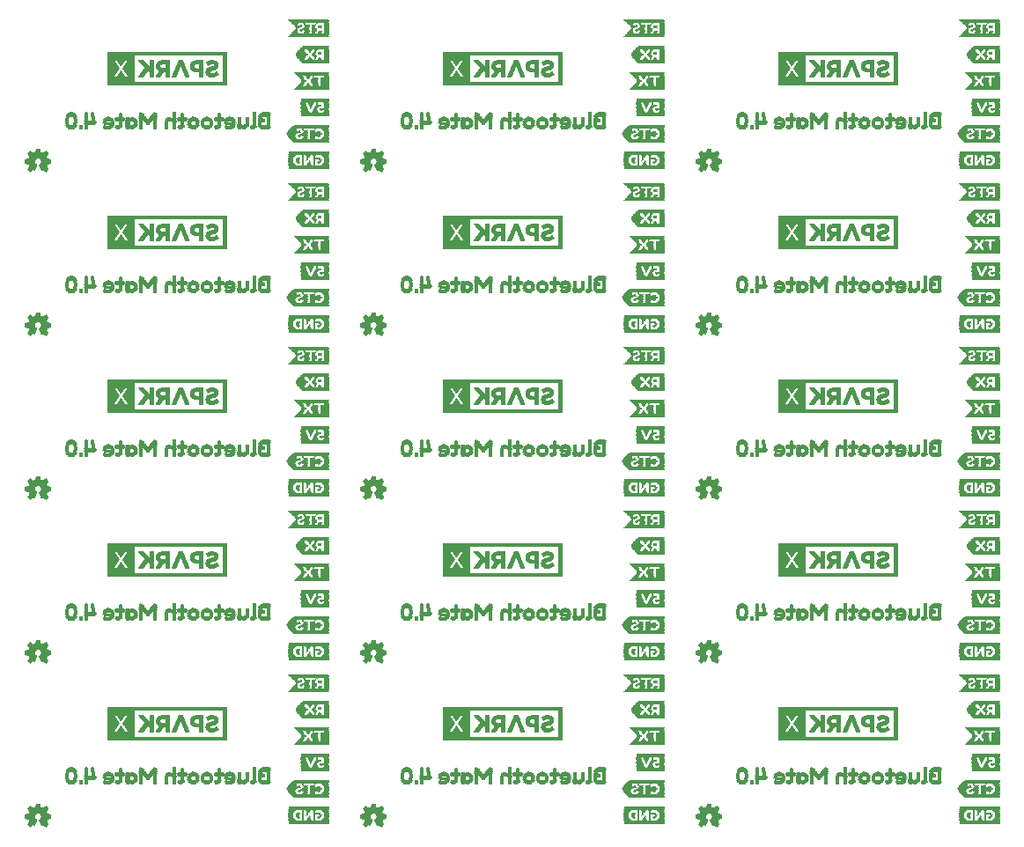
<source format=gbo>
G75*
%MOIN*%
%OFA0B0*%
%FSLAX25Y25*%
%IPPOS*%
%LPD*%
%AMOC8*
5,1,8,0,0,1.08239X$1,22.5*
%
%ADD10C,0.00299*%
%ADD11C,0.00039*%
%ADD12R,0.00945X0.00236*%
%ADD13R,0.01181X0.00236*%
%ADD14R,0.02598X0.00236*%
%ADD15R,0.01417X0.00236*%
%ADD16R,0.01654X0.00236*%
%ADD17R,0.00236X0.00236*%
%ADD18R,0.00472X0.00236*%
%ADD19R,0.03780X0.00236*%
%ADD20R,0.02362X0.00236*%
%ADD21R,0.04016X0.00236*%
%ADD22R,0.03071X0.00236*%
%ADD23R,0.04252X0.00236*%
%ADD24R,0.01890X0.00236*%
%ADD25R,0.03543X0.00236*%
%ADD26R,0.04488X0.00236*%
%ADD27R,0.02126X0.00236*%
%ADD28R,0.04724X0.00236*%
%ADD29R,0.03307X0.00236*%
%ADD30R,0.02835X0.00236*%
%ADD31R,0.06850X0.00236*%
%ADD32R,0.04961X0.00236*%
%ADD33R,0.00709X0.00236*%
%ADD34R,0.15276X0.00157*%
%ADD35R,0.15118X0.00157*%
%ADD36R,0.14961X0.00157*%
%ADD37R,0.14803X0.00157*%
%ADD38R,0.14646X0.00157*%
%ADD39R,0.14488X0.00157*%
%ADD40R,0.14331X0.00157*%
%ADD41R,0.10079X0.00157*%
%ADD42R,0.03307X0.00157*%
%ADD43R,0.01732X0.00157*%
%ADD44R,0.00945X0.00157*%
%ADD45R,0.02677X0.00157*%
%ADD46R,0.00630X0.00157*%
%ADD47R,0.00472X0.00157*%
%ADD48R,0.02205X0.00157*%
%ADD49R,0.00315X0.00157*%
%ADD50R,0.01890X0.00157*%
%ADD51R,0.01575X0.00157*%
%ADD52R,0.01102X0.00157*%
%ADD53R,0.01260X0.00157*%
%ADD54R,0.02835X0.00157*%
%ADD55R,0.02520X0.00157*%
%ADD56R,0.02047X0.00157*%
%ADD57R,0.01417X0.00157*%
%ADD58R,0.00787X0.00157*%
%ADD59R,0.03150X0.00157*%
%ADD60R,0.03622X0.00157*%
%ADD61R,0.02992X0.00157*%
%ADD62R,0.13071X0.00157*%
%ADD63R,0.12913X0.00157*%
%ADD64R,0.12756X0.00157*%
%ADD65R,0.12598X0.00157*%
%ADD66R,0.12441X0.00157*%
%ADD67R,0.12283X0.00157*%
%ADD68R,0.12126X0.00157*%
%ADD69R,0.06142X0.00157*%
%ADD70R,0.00157X0.00157*%
%ADD71R,0.02362X0.00157*%
%ADD72R,0.09764X0.00157*%
%ADD73R,0.09921X0.00157*%
%ADD74R,0.10236X0.00157*%
%ADD75R,0.10394X0.00157*%
%ADD76R,0.10551X0.00157*%
%ADD77R,0.10709X0.00157*%
%ADD78R,0.10866X0.00157*%
%ADD79R,0.05512X0.00157*%
%ADD80R,0.03465X0.00157*%
%ADD81R,0.03780X0.00157*%
%ADD82R,0.04094X0.00157*%
%ADD83R,0.04252X0.00157*%
%ADD84R,0.04409X0.00157*%
%ADD85R,0.04567X0.00157*%
%ADD86R,0.05197X0.00157*%
%ADD87R,0.13228X0.00157*%
%ADD88R,0.13386X0.00157*%
%ADD89R,0.13701X0.00157*%
%ADD90R,0.13858X0.00157*%
%ADD91R,0.14016X0.00157*%
%ADD92R,0.14173X0.00157*%
%ADD93R,0.06614X0.00157*%
%ADD94R,0.04882X0.00157*%
%ADD95R,0.05039X0.00157*%
%ADD96R,0.11024X0.00157*%
D10*
X0030991Y0030623D02*
X0031818Y0031725D01*
X0031778Y0031804D01*
X0031739Y0031843D01*
X0031699Y0031922D01*
X0031699Y0031961D01*
X0031660Y0032040D01*
X0031621Y0032079D01*
X0031581Y0032158D01*
X0031581Y0032197D01*
X0031503Y0032355D01*
X0031503Y0032394D01*
X0031463Y0032473D01*
X0031463Y0032512D01*
X0031424Y0032591D01*
X0031424Y0032670D01*
X0031384Y0032709D01*
X0030006Y0032945D01*
X0030006Y0034205D01*
X0031424Y0034441D01*
X0031424Y0034599D01*
X0031463Y0034638D01*
X0031463Y0034717D01*
X0031503Y0034756D01*
X0031542Y0034835D01*
X0031542Y0034914D01*
X0031581Y0034953D01*
X0031581Y0035032D01*
X0031621Y0035071D01*
X0031660Y0035150D01*
X0031699Y0035189D01*
X0031699Y0035268D01*
X0031739Y0035308D01*
X0031778Y0035386D01*
X0031818Y0035426D01*
X0030991Y0036567D01*
X0031896Y0037434D01*
X0033038Y0036646D01*
X0033077Y0036686D01*
X0033156Y0036725D01*
X0033195Y0036725D01*
X0033274Y0036764D01*
X0033314Y0036804D01*
X0033392Y0036843D01*
X0033432Y0036843D01*
X0033510Y0036882D01*
X0033550Y0036922D01*
X0033629Y0036922D01*
X0033707Y0036961D01*
X0033747Y0036961D01*
X0033825Y0037000D01*
X0033865Y0037000D01*
X0033944Y0037040D01*
X0034022Y0037040D01*
X0034258Y0038418D01*
X0035518Y0038418D01*
X0035755Y0037040D01*
X0035794Y0037040D01*
X0035873Y0037000D01*
X0035951Y0037000D01*
X0035991Y0036961D01*
X0036069Y0036961D01*
X0036148Y0036922D01*
X0036188Y0036922D01*
X0036266Y0036882D01*
X0036306Y0036843D01*
X0036384Y0036843D01*
X0036424Y0036804D01*
X0036503Y0036764D01*
X0036542Y0036725D01*
X0036621Y0036725D01*
X0036660Y0036686D01*
X0036739Y0036646D01*
X0037881Y0037434D01*
X0038747Y0036567D01*
X0037959Y0035426D01*
X0037999Y0035386D01*
X0037999Y0035308D01*
X0038038Y0035268D01*
X0038077Y0035189D01*
X0038117Y0035150D01*
X0038117Y0035071D01*
X0038156Y0035032D01*
X0038195Y0034953D01*
X0038195Y0034914D01*
X0038274Y0034756D01*
X0038274Y0034717D01*
X0038314Y0034638D01*
X0038314Y0034599D01*
X0038353Y0034520D01*
X0038353Y0034441D01*
X0039731Y0034205D01*
X0039731Y0032945D01*
X0038353Y0032709D01*
X0038353Y0032670D01*
X0038314Y0032591D01*
X0038314Y0032512D01*
X0038274Y0032473D01*
X0038274Y0032394D01*
X0038235Y0032355D01*
X0038195Y0032276D01*
X0038195Y0032197D01*
X0038156Y0032158D01*
X0038156Y0032079D01*
X0038117Y0032040D01*
X0038077Y0031961D01*
X0038038Y0031922D01*
X0037999Y0031843D01*
X0037999Y0031804D01*
X0037959Y0031725D01*
X0038747Y0030623D01*
X0037881Y0029717D01*
X0036739Y0030504D01*
X0036699Y0030504D01*
X0036660Y0030465D01*
X0036621Y0030465D01*
X0036581Y0030426D01*
X0036542Y0030426D01*
X0036503Y0030386D01*
X0036463Y0030386D01*
X0036424Y0030347D01*
X0036384Y0030347D01*
X0036345Y0030308D01*
X0036306Y0030308D01*
X0036266Y0030268D01*
X0036188Y0030268D01*
X0036148Y0030229D01*
X0035361Y0032355D01*
X0035479Y0032394D01*
X0035636Y0032473D01*
X0035715Y0032552D01*
X0035794Y0032591D01*
X0035873Y0032670D01*
X0035912Y0032748D01*
X0035991Y0032827D01*
X0036069Y0032985D01*
X0036109Y0033103D01*
X0036188Y0033260D01*
X0036188Y0033378D01*
X0036227Y0033497D01*
X0036227Y0033733D01*
X0036069Y0034205D01*
X0035912Y0034441D01*
X0035833Y0034520D01*
X0035715Y0034599D01*
X0035636Y0034678D01*
X0035518Y0034756D01*
X0035400Y0034796D01*
X0035282Y0034874D01*
X0035164Y0034874D01*
X0035006Y0034914D01*
X0034731Y0034914D01*
X0034613Y0034874D01*
X0034495Y0034874D01*
X0034377Y0034796D01*
X0034258Y0034756D01*
X0034022Y0034599D01*
X0033865Y0034441D01*
X0033707Y0034205D01*
X0033668Y0034087D01*
X0033589Y0033969D01*
X0033589Y0033851D01*
X0033550Y0033733D01*
X0033550Y0033378D01*
X0033589Y0033260D01*
X0033589Y0033182D01*
X0033629Y0033103D01*
X0033668Y0032985D01*
X0033707Y0032906D01*
X0033786Y0032827D01*
X0033825Y0032748D01*
X0033983Y0032591D01*
X0034062Y0032552D01*
X0034140Y0032473D01*
X0034377Y0032355D01*
X0033589Y0030229D01*
X0033589Y0030268D01*
X0033510Y0030268D01*
X0033471Y0030308D01*
X0033432Y0030308D01*
X0033392Y0030347D01*
X0033353Y0030347D01*
X0033314Y0030386D01*
X0033235Y0030386D01*
X0033195Y0030426D01*
X0033156Y0030426D01*
X0033077Y0030504D01*
X0033038Y0030504D01*
X0031896Y0029717D01*
X0030991Y0030623D01*
X0031077Y0030536D02*
X0033703Y0030536D01*
X0033593Y0030239D02*
X0033589Y0030239D01*
X0033813Y0030834D02*
X0031149Y0030834D01*
X0031373Y0031132D02*
X0033924Y0031132D01*
X0034034Y0031430D02*
X0031596Y0031430D01*
X0031816Y0031727D02*
X0034144Y0031727D01*
X0034254Y0032025D02*
X0031667Y0032025D01*
X0031519Y0032323D02*
X0034365Y0032323D01*
X0033953Y0032620D02*
X0031424Y0032620D01*
X0030165Y0032918D02*
X0033701Y0032918D01*
X0033589Y0033216D02*
X0030006Y0033216D01*
X0030006Y0033514D02*
X0033550Y0033514D01*
X0033576Y0033811D02*
X0030006Y0033811D01*
X0030006Y0034109D02*
X0033675Y0034109D01*
X0033842Y0034407D02*
X0031216Y0034407D01*
X0031463Y0034704D02*
X0034181Y0034704D01*
X0035596Y0034704D02*
X0038280Y0034704D01*
X0038171Y0035002D02*
X0031581Y0035002D01*
X0031731Y0035300D02*
X0038006Y0035300D01*
X0038078Y0035598D02*
X0031693Y0035598D01*
X0031477Y0035895D02*
X0038283Y0035895D01*
X0038489Y0036193D02*
X0031262Y0036193D01*
X0031046Y0036491D02*
X0038694Y0036491D01*
X0038526Y0036789D02*
X0036945Y0036789D01*
X0036454Y0036789D02*
X0033299Y0036789D01*
X0032831Y0036789D02*
X0031222Y0036789D01*
X0031533Y0037086D02*
X0032400Y0037086D01*
X0031968Y0037384D02*
X0031844Y0037384D01*
X0034030Y0037086D02*
X0035747Y0037086D01*
X0035696Y0037384D02*
X0034081Y0037384D01*
X0034132Y0037682D02*
X0035644Y0037682D01*
X0035593Y0037979D02*
X0034183Y0037979D01*
X0034234Y0038277D02*
X0035542Y0038277D01*
X0037377Y0037086D02*
X0038228Y0037086D01*
X0037930Y0037384D02*
X0037809Y0037384D01*
X0038555Y0034407D02*
X0035935Y0034407D01*
X0036102Y0034109D02*
X0039731Y0034109D01*
X0039731Y0033811D02*
X0036201Y0033811D01*
X0036227Y0033514D02*
X0039731Y0033514D01*
X0039731Y0033216D02*
X0036165Y0033216D01*
X0036036Y0032918D02*
X0039572Y0032918D01*
X0038328Y0032620D02*
X0035823Y0032620D01*
X0035373Y0032323D02*
X0038219Y0032323D01*
X0038109Y0032025D02*
X0035483Y0032025D01*
X0035593Y0031727D02*
X0037960Y0031727D01*
X0038170Y0031430D02*
X0035704Y0031430D01*
X0035814Y0031132D02*
X0038383Y0031132D01*
X0038596Y0030834D02*
X0035924Y0030834D01*
X0036034Y0030536D02*
X0038664Y0030536D01*
X0038379Y0030239D02*
X0037124Y0030239D01*
X0037556Y0029941D02*
X0038095Y0029941D01*
X0036158Y0030239D02*
X0036145Y0030239D01*
X0032653Y0030239D02*
X0031375Y0030239D01*
X0031672Y0029941D02*
X0032221Y0029941D01*
X0031896Y0091717D02*
X0030991Y0092623D01*
X0031818Y0093725D01*
X0031778Y0093804D01*
X0031739Y0093843D01*
X0031699Y0093922D01*
X0031699Y0093961D01*
X0031660Y0094040D01*
X0031621Y0094079D01*
X0031581Y0094158D01*
X0031581Y0094197D01*
X0031503Y0094355D01*
X0031503Y0094394D01*
X0031463Y0094473D01*
X0031463Y0094512D01*
X0031424Y0094591D01*
X0031424Y0094670D01*
X0031384Y0094709D01*
X0030006Y0094945D01*
X0030006Y0096205D01*
X0031424Y0096441D01*
X0031424Y0096599D01*
X0031463Y0096638D01*
X0031463Y0096717D01*
X0031503Y0096756D01*
X0031542Y0096835D01*
X0031542Y0096914D01*
X0031581Y0096953D01*
X0031581Y0097032D01*
X0031621Y0097071D01*
X0031660Y0097150D01*
X0031699Y0097189D01*
X0031699Y0097268D01*
X0031739Y0097308D01*
X0031778Y0097386D01*
X0031818Y0097426D01*
X0030991Y0098567D01*
X0031896Y0099434D01*
X0033038Y0098646D01*
X0033077Y0098686D01*
X0033156Y0098725D01*
X0033195Y0098725D01*
X0033274Y0098764D01*
X0033314Y0098804D01*
X0033392Y0098843D01*
X0033432Y0098843D01*
X0033510Y0098882D01*
X0033550Y0098922D01*
X0033629Y0098922D01*
X0033707Y0098961D01*
X0033747Y0098961D01*
X0033825Y0099000D01*
X0033865Y0099000D01*
X0033944Y0099040D01*
X0034022Y0099040D01*
X0034258Y0100418D01*
X0035518Y0100418D01*
X0035755Y0099040D01*
X0035794Y0099040D01*
X0035873Y0099000D01*
X0035951Y0099000D01*
X0035991Y0098961D01*
X0036069Y0098961D01*
X0036148Y0098922D01*
X0036188Y0098922D01*
X0036266Y0098882D01*
X0036306Y0098843D01*
X0036384Y0098843D01*
X0036424Y0098804D01*
X0036503Y0098764D01*
X0036542Y0098725D01*
X0036621Y0098725D01*
X0036660Y0098686D01*
X0036739Y0098646D01*
X0037881Y0099434D01*
X0038747Y0098567D01*
X0037959Y0097426D01*
X0037999Y0097386D01*
X0037999Y0097308D01*
X0038038Y0097268D01*
X0038077Y0097189D01*
X0038117Y0097150D01*
X0038117Y0097071D01*
X0038156Y0097032D01*
X0038195Y0096953D01*
X0038195Y0096914D01*
X0038274Y0096756D01*
X0038274Y0096717D01*
X0038314Y0096638D01*
X0038314Y0096599D01*
X0038353Y0096520D01*
X0038353Y0096441D01*
X0039731Y0096205D01*
X0039731Y0094945D01*
X0038353Y0094709D01*
X0038353Y0094670D01*
X0038314Y0094591D01*
X0038314Y0094512D01*
X0038274Y0094473D01*
X0038274Y0094394D01*
X0038235Y0094355D01*
X0038195Y0094276D01*
X0038195Y0094197D01*
X0038156Y0094158D01*
X0038156Y0094079D01*
X0038117Y0094040D01*
X0038077Y0093961D01*
X0038038Y0093922D01*
X0037999Y0093843D01*
X0037999Y0093804D01*
X0037959Y0093725D01*
X0038747Y0092623D01*
X0037881Y0091717D01*
X0036739Y0092504D01*
X0036699Y0092504D01*
X0036660Y0092465D01*
X0036621Y0092465D01*
X0036581Y0092426D01*
X0036542Y0092426D01*
X0036503Y0092386D01*
X0036463Y0092386D01*
X0036424Y0092347D01*
X0036384Y0092347D01*
X0036345Y0092308D01*
X0036306Y0092308D01*
X0036266Y0092268D01*
X0036188Y0092268D01*
X0036148Y0092229D01*
X0035361Y0094355D01*
X0035479Y0094394D01*
X0035636Y0094473D01*
X0035715Y0094552D01*
X0035794Y0094591D01*
X0035873Y0094670D01*
X0035912Y0094748D01*
X0035991Y0094827D01*
X0036069Y0094985D01*
X0036109Y0095103D01*
X0036188Y0095260D01*
X0036188Y0095378D01*
X0036227Y0095497D01*
X0036227Y0095733D01*
X0036069Y0096205D01*
X0035912Y0096441D01*
X0035833Y0096520D01*
X0035715Y0096599D01*
X0035636Y0096678D01*
X0035518Y0096756D01*
X0035400Y0096796D01*
X0035282Y0096874D01*
X0035164Y0096874D01*
X0035006Y0096914D01*
X0034731Y0096914D01*
X0034613Y0096874D01*
X0034495Y0096874D01*
X0034377Y0096796D01*
X0034258Y0096756D01*
X0034022Y0096599D01*
X0033865Y0096441D01*
X0033707Y0096205D01*
X0033668Y0096087D01*
X0033589Y0095969D01*
X0033589Y0095851D01*
X0033550Y0095733D01*
X0033550Y0095378D01*
X0033589Y0095260D01*
X0033589Y0095182D01*
X0033629Y0095103D01*
X0033668Y0094985D01*
X0033707Y0094906D01*
X0033786Y0094827D01*
X0033825Y0094748D01*
X0033983Y0094591D01*
X0034062Y0094552D01*
X0034140Y0094473D01*
X0034377Y0094355D01*
X0033589Y0092229D01*
X0033589Y0092268D01*
X0033510Y0092268D01*
X0033471Y0092308D01*
X0033432Y0092308D01*
X0033392Y0092347D01*
X0033353Y0092347D01*
X0033314Y0092386D01*
X0033235Y0092386D01*
X0033195Y0092426D01*
X0033156Y0092426D01*
X0033077Y0092504D01*
X0033038Y0092504D01*
X0031896Y0091717D01*
X0031746Y0091867D02*
X0032114Y0091867D01*
X0032546Y0092165D02*
X0031448Y0092165D01*
X0031150Y0092463D02*
X0032978Y0092463D01*
X0033119Y0092463D02*
X0033676Y0092463D01*
X0033786Y0092761D02*
X0031094Y0092761D01*
X0031318Y0093058D02*
X0033896Y0093058D01*
X0034007Y0093356D02*
X0031541Y0093356D01*
X0031764Y0093654D02*
X0034117Y0093654D01*
X0034227Y0093952D02*
X0031699Y0093952D01*
X0031555Y0094249D02*
X0034337Y0094249D01*
X0034066Y0094547D02*
X0031446Y0094547D01*
X0030594Y0094845D02*
X0033769Y0094845D01*
X0033609Y0095142D02*
X0030006Y0095142D01*
X0030006Y0095440D02*
X0033550Y0095440D01*
X0033552Y0095738D02*
X0030006Y0095738D01*
X0030006Y0096036D02*
X0033634Y0096036D01*
X0033793Y0096333D02*
X0030775Y0096333D01*
X0031456Y0096631D02*
X0034070Y0096631D01*
X0035683Y0096631D02*
X0038314Y0096631D01*
X0038195Y0096929D02*
X0031557Y0096929D01*
X0031699Y0097227D02*
X0038059Y0097227D01*
X0038027Y0097524D02*
X0031746Y0097524D01*
X0031531Y0097822D02*
X0038233Y0097822D01*
X0038438Y0098120D02*
X0031315Y0098120D01*
X0031099Y0098417D02*
X0038643Y0098417D01*
X0038599Y0098715D02*
X0036839Y0098715D01*
X0036630Y0098715D02*
X0033137Y0098715D01*
X0032938Y0098715D02*
X0031145Y0098715D01*
X0031456Y0099013D02*
X0032506Y0099013D01*
X0032075Y0099311D02*
X0031768Y0099311D01*
X0033890Y0099013D02*
X0035848Y0099013D01*
X0035708Y0099311D02*
X0034069Y0099311D01*
X0034120Y0099608D02*
X0035657Y0099608D01*
X0035606Y0099906D02*
X0034171Y0099906D01*
X0034222Y0100204D02*
X0035555Y0100204D01*
X0037270Y0099013D02*
X0038301Y0099013D01*
X0038003Y0099311D02*
X0037702Y0099311D01*
X0038983Y0096333D02*
X0035984Y0096333D01*
X0036126Y0096036D02*
X0039731Y0096036D01*
X0039731Y0095738D02*
X0036225Y0095738D01*
X0036208Y0095440D02*
X0039731Y0095440D01*
X0039731Y0095142D02*
X0036129Y0095142D01*
X0035999Y0094845D02*
X0039144Y0094845D01*
X0038314Y0094547D02*
X0035710Y0094547D01*
X0035400Y0094249D02*
X0038195Y0094249D01*
X0038068Y0093952D02*
X0035510Y0093952D01*
X0035620Y0093654D02*
X0038010Y0093654D01*
X0038223Y0093356D02*
X0035731Y0093356D01*
X0035841Y0093058D02*
X0038435Y0093058D01*
X0038648Y0092761D02*
X0035951Y0092761D01*
X0036062Y0092463D02*
X0036619Y0092463D01*
X0036799Y0092463D02*
X0038594Y0092463D01*
X0038309Y0092165D02*
X0037231Y0092165D01*
X0037662Y0091867D02*
X0038024Y0091867D01*
X0037881Y0153717D02*
X0036739Y0154504D01*
X0036699Y0154504D01*
X0036660Y0154465D01*
X0036621Y0154465D01*
X0036581Y0154426D01*
X0036542Y0154426D01*
X0036503Y0154386D01*
X0036463Y0154386D01*
X0036424Y0154347D01*
X0036384Y0154347D01*
X0036345Y0154308D01*
X0036306Y0154308D01*
X0036266Y0154268D01*
X0036188Y0154268D01*
X0036148Y0154229D01*
X0035361Y0156355D01*
X0035479Y0156394D01*
X0035636Y0156473D01*
X0035715Y0156552D01*
X0035794Y0156591D01*
X0035873Y0156670D01*
X0035912Y0156748D01*
X0035991Y0156827D01*
X0036069Y0156985D01*
X0036109Y0157103D01*
X0036188Y0157260D01*
X0036188Y0157378D01*
X0036227Y0157497D01*
X0036227Y0157733D01*
X0036069Y0158205D01*
X0035912Y0158441D01*
X0035833Y0158520D01*
X0035715Y0158599D01*
X0035636Y0158678D01*
X0035518Y0158756D01*
X0035400Y0158796D01*
X0035282Y0158874D01*
X0035164Y0158874D01*
X0035006Y0158914D01*
X0034731Y0158914D01*
X0034613Y0158874D01*
X0034495Y0158874D01*
X0034377Y0158796D01*
X0034258Y0158756D01*
X0034022Y0158599D01*
X0033865Y0158441D01*
X0033707Y0158205D01*
X0033668Y0158087D01*
X0033589Y0157969D01*
X0033589Y0157851D01*
X0033550Y0157733D01*
X0033550Y0157378D01*
X0033589Y0157260D01*
X0033589Y0157182D01*
X0033629Y0157103D01*
X0033668Y0156985D01*
X0033707Y0156906D01*
X0033786Y0156827D01*
X0033825Y0156748D01*
X0033983Y0156591D01*
X0034062Y0156552D01*
X0034140Y0156473D01*
X0034377Y0156355D01*
X0033589Y0154229D01*
X0033589Y0154268D01*
X0033510Y0154268D01*
X0033471Y0154308D01*
X0033432Y0154308D01*
X0033392Y0154347D01*
X0033353Y0154347D01*
X0033314Y0154386D01*
X0033235Y0154386D01*
X0033195Y0154426D01*
X0033156Y0154426D01*
X0033077Y0154504D01*
X0033038Y0154504D01*
X0031896Y0153717D01*
X0030991Y0154623D01*
X0031818Y0155725D01*
X0031778Y0155804D01*
X0031739Y0155843D01*
X0031699Y0155922D01*
X0031699Y0155961D01*
X0031660Y0156040D01*
X0031621Y0156079D01*
X0031581Y0156158D01*
X0031581Y0156197D01*
X0031503Y0156355D01*
X0031503Y0156394D01*
X0031463Y0156473D01*
X0031463Y0156512D01*
X0031424Y0156591D01*
X0031424Y0156670D01*
X0031384Y0156709D01*
X0030006Y0156945D01*
X0030006Y0158205D01*
X0031424Y0158441D01*
X0031424Y0158599D01*
X0031463Y0158638D01*
X0031463Y0158717D01*
X0031503Y0158756D01*
X0031542Y0158835D01*
X0031542Y0158914D01*
X0031581Y0158953D01*
X0031581Y0159032D01*
X0031621Y0159071D01*
X0031660Y0159150D01*
X0031699Y0159189D01*
X0031699Y0159268D01*
X0031739Y0159308D01*
X0031778Y0159386D01*
X0031818Y0159426D01*
X0030991Y0160567D01*
X0031896Y0161434D01*
X0033038Y0160646D01*
X0033077Y0160686D01*
X0033156Y0160725D01*
X0033195Y0160725D01*
X0033274Y0160764D01*
X0033314Y0160804D01*
X0033392Y0160843D01*
X0033432Y0160843D01*
X0033510Y0160882D01*
X0033550Y0160922D01*
X0033629Y0160922D01*
X0033707Y0160961D01*
X0033747Y0160961D01*
X0033825Y0161000D01*
X0033865Y0161000D01*
X0033944Y0161040D01*
X0034022Y0161040D01*
X0034258Y0162418D01*
X0035518Y0162418D01*
X0035755Y0161040D01*
X0035794Y0161040D01*
X0035873Y0161000D01*
X0035951Y0161000D01*
X0035991Y0160961D01*
X0036069Y0160961D01*
X0036148Y0160922D01*
X0036188Y0160922D01*
X0036266Y0160882D01*
X0036306Y0160843D01*
X0036384Y0160843D01*
X0036424Y0160804D01*
X0036503Y0160764D01*
X0036542Y0160725D01*
X0036621Y0160725D01*
X0036660Y0160686D01*
X0036739Y0160646D01*
X0037881Y0161434D01*
X0038747Y0160567D01*
X0037959Y0159426D01*
X0037999Y0159386D01*
X0037999Y0159308D01*
X0038038Y0159268D01*
X0038077Y0159189D01*
X0038117Y0159150D01*
X0038117Y0159071D01*
X0038156Y0159032D01*
X0038195Y0158953D01*
X0038195Y0158914D01*
X0038274Y0158756D01*
X0038274Y0158717D01*
X0038314Y0158638D01*
X0038314Y0158599D01*
X0038353Y0158520D01*
X0038353Y0158441D01*
X0039731Y0158205D01*
X0039731Y0156945D01*
X0038353Y0156709D01*
X0038353Y0156670D01*
X0038314Y0156591D01*
X0038314Y0156512D01*
X0038274Y0156473D01*
X0038274Y0156394D01*
X0038235Y0156355D01*
X0038195Y0156276D01*
X0038195Y0156197D01*
X0038156Y0156158D01*
X0038156Y0156079D01*
X0038117Y0156040D01*
X0038077Y0155961D01*
X0038038Y0155922D01*
X0037999Y0155843D01*
X0037999Y0155804D01*
X0037959Y0155725D01*
X0038747Y0154623D01*
X0037881Y0153717D01*
X0037954Y0153794D02*
X0037769Y0153794D01*
X0037337Y0154092D02*
X0038239Y0154092D01*
X0038524Y0154389D02*
X0036905Y0154389D01*
X0036506Y0154389D02*
X0036089Y0154389D01*
X0035978Y0154687D02*
X0038700Y0154687D01*
X0038488Y0154985D02*
X0035868Y0154985D01*
X0035758Y0155283D02*
X0038275Y0155283D01*
X0038062Y0155580D02*
X0035648Y0155580D01*
X0035537Y0155878D02*
X0038016Y0155878D01*
X0038174Y0156176D02*
X0035427Y0156176D01*
X0035637Y0156474D02*
X0038275Y0156474D01*
X0038716Y0156771D02*
X0035935Y0156771D01*
X0036098Y0157069D02*
X0039731Y0157069D01*
X0039731Y0157367D02*
X0036188Y0157367D01*
X0036227Y0157664D02*
X0039731Y0157664D01*
X0039731Y0157962D02*
X0036150Y0157962D01*
X0036033Y0158260D02*
X0039412Y0158260D01*
X0038334Y0158558D02*
X0035777Y0158558D01*
X0035311Y0158855D02*
X0038225Y0158855D01*
X0038114Y0159153D02*
X0031663Y0159153D01*
X0031542Y0158855D02*
X0034466Y0158855D01*
X0033981Y0158558D02*
X0031424Y0158558D01*
X0031799Y0159451D02*
X0037977Y0159451D01*
X0038182Y0159749D02*
X0031584Y0159749D01*
X0031368Y0160046D02*
X0038387Y0160046D01*
X0038593Y0160344D02*
X0031153Y0160344D01*
X0031068Y0160642D02*
X0038672Y0160642D01*
X0038375Y0160939D02*
X0037164Y0160939D01*
X0037596Y0161237D02*
X0038077Y0161237D01*
X0036113Y0160939D02*
X0033664Y0160939D01*
X0034056Y0161237D02*
X0035721Y0161237D01*
X0035670Y0161535D02*
X0034107Y0161535D01*
X0034158Y0161833D02*
X0035619Y0161833D01*
X0035568Y0162130D02*
X0034209Y0162130D01*
X0032613Y0160939D02*
X0031380Y0160939D01*
X0031691Y0161237D02*
X0032181Y0161237D01*
X0033744Y0158260D02*
X0030335Y0158260D01*
X0030006Y0157962D02*
X0033589Y0157962D01*
X0033550Y0157664D02*
X0030006Y0157664D01*
X0030006Y0157367D02*
X0033554Y0157367D01*
X0033640Y0157069D02*
X0030006Y0157069D01*
X0031022Y0156771D02*
X0033814Y0156771D01*
X0034140Y0156474D02*
X0031463Y0156474D01*
X0031581Y0156176D02*
X0034310Y0156176D01*
X0034200Y0155878D02*
X0031721Y0155878D01*
X0031709Y0155580D02*
X0034090Y0155580D01*
X0033979Y0155283D02*
X0031486Y0155283D01*
X0031263Y0154985D02*
X0033869Y0154985D01*
X0033759Y0154687D02*
X0031039Y0154687D01*
X0031224Y0154389D02*
X0032871Y0154389D01*
X0033232Y0154389D02*
X0033649Y0154389D01*
X0032440Y0154092D02*
X0031521Y0154092D01*
X0031819Y0153794D02*
X0032008Y0153794D01*
X0031896Y0215717D02*
X0030991Y0216623D01*
X0031818Y0217725D01*
X0031778Y0217804D01*
X0031739Y0217843D01*
X0031699Y0217922D01*
X0031699Y0217961D01*
X0031660Y0218040D01*
X0031621Y0218079D01*
X0031581Y0218158D01*
X0031581Y0218197D01*
X0031503Y0218355D01*
X0031503Y0218394D01*
X0031463Y0218473D01*
X0031463Y0218512D01*
X0031424Y0218591D01*
X0031424Y0218670D01*
X0031384Y0218709D01*
X0030006Y0218945D01*
X0030006Y0220205D01*
X0031424Y0220441D01*
X0031424Y0220599D01*
X0031463Y0220638D01*
X0031463Y0220717D01*
X0031503Y0220756D01*
X0031542Y0220835D01*
X0031542Y0220914D01*
X0031581Y0220953D01*
X0031581Y0221032D01*
X0031621Y0221071D01*
X0031660Y0221150D01*
X0031699Y0221189D01*
X0031699Y0221268D01*
X0031739Y0221308D01*
X0031778Y0221386D01*
X0031818Y0221426D01*
X0030991Y0222567D01*
X0031896Y0223434D01*
X0033038Y0222646D01*
X0033077Y0222686D01*
X0033156Y0222725D01*
X0033195Y0222725D01*
X0033274Y0222764D01*
X0033314Y0222804D01*
X0033392Y0222843D01*
X0033432Y0222843D01*
X0033510Y0222882D01*
X0033550Y0222922D01*
X0033629Y0222922D01*
X0033707Y0222961D01*
X0033747Y0222961D01*
X0033825Y0223000D01*
X0033865Y0223000D01*
X0033944Y0223040D01*
X0034022Y0223040D01*
X0034258Y0224418D01*
X0035518Y0224418D01*
X0035755Y0223040D01*
X0035794Y0223040D01*
X0035873Y0223000D01*
X0035951Y0223000D01*
X0035991Y0222961D01*
X0036069Y0222961D01*
X0036148Y0222922D01*
X0036188Y0222922D01*
X0036266Y0222882D01*
X0036306Y0222843D01*
X0036384Y0222843D01*
X0036424Y0222804D01*
X0036503Y0222764D01*
X0036542Y0222725D01*
X0036621Y0222725D01*
X0036660Y0222686D01*
X0036739Y0222646D01*
X0037881Y0223434D01*
X0038747Y0222567D01*
X0037959Y0221426D01*
X0037999Y0221386D01*
X0037999Y0221308D01*
X0038038Y0221268D01*
X0038077Y0221189D01*
X0038117Y0221150D01*
X0038117Y0221071D01*
X0038156Y0221032D01*
X0038195Y0220953D01*
X0038195Y0220914D01*
X0038274Y0220756D01*
X0038274Y0220717D01*
X0038314Y0220638D01*
X0038314Y0220599D01*
X0038353Y0220520D01*
X0038353Y0220441D01*
X0039731Y0220205D01*
X0039731Y0218945D01*
X0038353Y0218709D01*
X0038353Y0218670D01*
X0038314Y0218591D01*
X0038314Y0218512D01*
X0038274Y0218473D01*
X0038274Y0218394D01*
X0038235Y0218355D01*
X0038195Y0218276D01*
X0038195Y0218197D01*
X0038156Y0218158D01*
X0038156Y0218079D01*
X0038117Y0218040D01*
X0038077Y0217961D01*
X0038038Y0217922D01*
X0037999Y0217843D01*
X0037999Y0217804D01*
X0037959Y0217725D01*
X0038747Y0216623D01*
X0037881Y0215717D01*
X0036739Y0216504D01*
X0036699Y0216504D01*
X0036660Y0216465D01*
X0036621Y0216465D01*
X0036581Y0216426D01*
X0036542Y0216426D01*
X0036503Y0216386D01*
X0036463Y0216386D01*
X0036424Y0216347D01*
X0036384Y0216347D01*
X0036345Y0216308D01*
X0036306Y0216308D01*
X0036266Y0216268D01*
X0036188Y0216268D01*
X0036148Y0216229D01*
X0035361Y0218355D01*
X0035479Y0218394D01*
X0035636Y0218473D01*
X0035715Y0218552D01*
X0035794Y0218591D01*
X0035873Y0218670D01*
X0035912Y0218748D01*
X0035991Y0218827D01*
X0036069Y0218985D01*
X0036109Y0219103D01*
X0036188Y0219260D01*
X0036188Y0219378D01*
X0036227Y0219497D01*
X0036227Y0219733D01*
X0036069Y0220205D01*
X0035912Y0220441D01*
X0035833Y0220520D01*
X0035715Y0220599D01*
X0035636Y0220678D01*
X0035518Y0220756D01*
X0035400Y0220796D01*
X0035282Y0220874D01*
X0035164Y0220874D01*
X0035006Y0220914D01*
X0034731Y0220914D01*
X0034613Y0220874D01*
X0034495Y0220874D01*
X0034377Y0220796D01*
X0034258Y0220756D01*
X0034022Y0220599D01*
X0033865Y0220441D01*
X0033707Y0220205D01*
X0033668Y0220087D01*
X0033589Y0219969D01*
X0033589Y0219851D01*
X0033550Y0219733D01*
X0033550Y0219378D01*
X0033589Y0219260D01*
X0033589Y0219182D01*
X0033629Y0219103D01*
X0033668Y0218985D01*
X0033707Y0218906D01*
X0033786Y0218827D01*
X0033825Y0218748D01*
X0033983Y0218591D01*
X0034062Y0218552D01*
X0034140Y0218473D01*
X0034377Y0218355D01*
X0033589Y0216229D01*
X0033589Y0216268D01*
X0033510Y0216268D01*
X0033471Y0216308D01*
X0033432Y0216308D01*
X0033392Y0216347D01*
X0033353Y0216347D01*
X0033314Y0216386D01*
X0033235Y0216386D01*
X0033195Y0216426D01*
X0033156Y0216426D01*
X0033077Y0216504D01*
X0033038Y0216504D01*
X0031896Y0215717D01*
X0031893Y0215721D02*
X0031902Y0215721D01*
X0031595Y0216018D02*
X0032333Y0216018D01*
X0032765Y0216316D02*
X0031297Y0216316D01*
X0030999Y0216614D02*
X0033732Y0216614D01*
X0033842Y0216912D02*
X0031207Y0216912D01*
X0031431Y0217209D02*
X0033952Y0217209D01*
X0034063Y0217507D02*
X0031654Y0217507D01*
X0031777Y0217805D02*
X0034173Y0217805D01*
X0034283Y0218102D02*
X0031609Y0218102D01*
X0031500Y0218400D02*
X0034286Y0218400D01*
X0033876Y0218698D02*
X0031396Y0218698D01*
X0030006Y0218996D02*
X0033664Y0218996D01*
X0033578Y0219293D02*
X0030006Y0219293D01*
X0030006Y0219591D02*
X0033550Y0219591D01*
X0033589Y0219889D02*
X0030006Y0219889D01*
X0030006Y0220186D02*
X0033701Y0220186D01*
X0033908Y0220484D02*
X0031424Y0220484D01*
X0031515Y0220782D02*
X0034335Y0220782D01*
X0035442Y0220782D02*
X0038261Y0220782D01*
X0038353Y0220484D02*
X0035869Y0220484D01*
X0036076Y0220186D02*
X0039731Y0220186D01*
X0039731Y0219889D02*
X0036175Y0219889D01*
X0036227Y0219591D02*
X0039731Y0219591D01*
X0039731Y0219293D02*
X0036188Y0219293D01*
X0036073Y0218996D02*
X0039731Y0218996D01*
X0038353Y0218698D02*
X0035887Y0218698D01*
X0035491Y0218400D02*
X0038274Y0218400D01*
X0038156Y0218102D02*
X0035454Y0218102D01*
X0035565Y0217805D02*
X0037999Y0217805D01*
X0038115Y0217507D02*
X0035675Y0217507D01*
X0035785Y0217209D02*
X0038328Y0217209D01*
X0038540Y0216912D02*
X0035895Y0216912D01*
X0036006Y0216614D02*
X0038738Y0216614D01*
X0038454Y0216316D02*
X0037012Y0216316D01*
X0037444Y0216018D02*
X0038169Y0216018D01*
X0037884Y0215721D02*
X0037875Y0215721D01*
X0036354Y0216316D02*
X0036116Y0216316D01*
X0033621Y0216316D02*
X0033423Y0216316D01*
X0031625Y0221080D02*
X0038117Y0221080D01*
X0037999Y0221377D02*
X0031774Y0221377D01*
X0031637Y0221675D02*
X0038131Y0221675D01*
X0038337Y0221973D02*
X0031421Y0221973D01*
X0031206Y0222271D02*
X0038542Y0222271D01*
X0038746Y0222568D02*
X0030992Y0222568D01*
X0031303Y0222866D02*
X0032719Y0222866D01*
X0032287Y0223164D02*
X0031614Y0223164D01*
X0033478Y0222866D02*
X0036283Y0222866D01*
X0035733Y0223164D02*
X0034043Y0223164D01*
X0034095Y0223461D02*
X0035682Y0223461D01*
X0035631Y0223759D02*
X0034146Y0223759D01*
X0034197Y0224057D02*
X0035580Y0224057D01*
X0035529Y0224355D02*
X0034248Y0224355D01*
X0037058Y0222866D02*
X0038448Y0222866D01*
X0038150Y0223164D02*
X0037489Y0223164D01*
X0037881Y0277717D02*
X0036739Y0278504D01*
X0036699Y0278504D01*
X0036660Y0278465D01*
X0036621Y0278465D01*
X0036581Y0278426D01*
X0036542Y0278426D01*
X0036503Y0278386D01*
X0036463Y0278386D01*
X0036424Y0278347D01*
X0036384Y0278347D01*
X0036345Y0278308D01*
X0036306Y0278308D01*
X0036266Y0278268D01*
X0036188Y0278268D01*
X0036148Y0278229D01*
X0035361Y0280355D01*
X0035479Y0280394D01*
X0035636Y0280473D01*
X0035715Y0280552D01*
X0035794Y0280591D01*
X0035873Y0280670D01*
X0035912Y0280748D01*
X0035991Y0280827D01*
X0036069Y0280985D01*
X0036109Y0281103D01*
X0036188Y0281260D01*
X0036188Y0281378D01*
X0036227Y0281497D01*
X0036227Y0281733D01*
X0036069Y0282205D01*
X0035912Y0282441D01*
X0035833Y0282520D01*
X0035715Y0282599D01*
X0035636Y0282678D01*
X0035518Y0282756D01*
X0035400Y0282796D01*
X0035282Y0282874D01*
X0035164Y0282874D01*
X0035006Y0282914D01*
X0034731Y0282914D01*
X0034613Y0282874D01*
X0034495Y0282874D01*
X0034377Y0282796D01*
X0034258Y0282756D01*
X0034022Y0282599D01*
X0033865Y0282441D01*
X0033707Y0282205D01*
X0033668Y0282087D01*
X0033589Y0281969D01*
X0033589Y0281851D01*
X0033550Y0281733D01*
X0033550Y0281378D01*
X0033589Y0281260D01*
X0033589Y0281182D01*
X0033629Y0281103D01*
X0033668Y0280985D01*
X0033707Y0280906D01*
X0033786Y0280827D01*
X0033825Y0280748D01*
X0033983Y0280591D01*
X0034062Y0280552D01*
X0034140Y0280473D01*
X0034377Y0280355D01*
X0033589Y0278229D01*
X0033589Y0278268D01*
X0033510Y0278268D01*
X0033471Y0278308D01*
X0033432Y0278308D01*
X0033392Y0278347D01*
X0033353Y0278347D01*
X0033314Y0278386D01*
X0033235Y0278386D01*
X0033195Y0278426D01*
X0033156Y0278426D01*
X0033077Y0278504D01*
X0033038Y0278504D01*
X0031896Y0277717D01*
X0030991Y0278623D01*
X0031818Y0279725D01*
X0031778Y0279804D01*
X0031739Y0279843D01*
X0031699Y0279922D01*
X0031699Y0279961D01*
X0031660Y0280040D01*
X0031621Y0280079D01*
X0031581Y0280158D01*
X0031581Y0280197D01*
X0031503Y0280355D01*
X0031503Y0280394D01*
X0031463Y0280473D01*
X0031463Y0280512D01*
X0031424Y0280591D01*
X0031424Y0280670D01*
X0031384Y0280709D01*
X0030006Y0280945D01*
X0030006Y0282205D01*
X0031424Y0282441D01*
X0031424Y0282599D01*
X0031463Y0282638D01*
X0031463Y0282717D01*
X0031503Y0282756D01*
X0031542Y0282835D01*
X0031542Y0282914D01*
X0031581Y0282953D01*
X0031581Y0283032D01*
X0031621Y0283071D01*
X0031660Y0283150D01*
X0031699Y0283189D01*
X0031699Y0283268D01*
X0031739Y0283308D01*
X0031778Y0283386D01*
X0031818Y0283426D01*
X0030991Y0284567D01*
X0031896Y0285434D01*
X0033038Y0284646D01*
X0033077Y0284686D01*
X0033156Y0284725D01*
X0033195Y0284725D01*
X0033274Y0284764D01*
X0033314Y0284804D01*
X0033392Y0284843D01*
X0033432Y0284843D01*
X0033510Y0284882D01*
X0033550Y0284922D01*
X0033629Y0284922D01*
X0033707Y0284961D01*
X0033747Y0284961D01*
X0033825Y0285000D01*
X0033865Y0285000D01*
X0033944Y0285040D01*
X0034022Y0285040D01*
X0034258Y0286418D01*
X0035518Y0286418D01*
X0035755Y0285040D01*
X0035794Y0285040D01*
X0035873Y0285000D01*
X0035951Y0285000D01*
X0035991Y0284961D01*
X0036069Y0284961D01*
X0036148Y0284922D01*
X0036188Y0284922D01*
X0036266Y0284882D01*
X0036306Y0284843D01*
X0036384Y0284843D01*
X0036424Y0284804D01*
X0036503Y0284764D01*
X0036542Y0284725D01*
X0036621Y0284725D01*
X0036660Y0284686D01*
X0036739Y0284646D01*
X0037881Y0285434D01*
X0038747Y0284567D01*
X0037959Y0283426D01*
X0037999Y0283386D01*
X0037999Y0283308D01*
X0038038Y0283268D01*
X0038077Y0283189D01*
X0038117Y0283150D01*
X0038117Y0283071D01*
X0038156Y0283032D01*
X0038195Y0282953D01*
X0038195Y0282914D01*
X0038274Y0282756D01*
X0038274Y0282717D01*
X0038314Y0282638D01*
X0038314Y0282599D01*
X0038353Y0282520D01*
X0038353Y0282441D01*
X0039731Y0282205D01*
X0039731Y0280945D01*
X0038353Y0280709D01*
X0038353Y0280670D01*
X0038314Y0280591D01*
X0038314Y0280512D01*
X0038274Y0280473D01*
X0038274Y0280394D01*
X0038235Y0280355D01*
X0038195Y0280276D01*
X0038195Y0280197D01*
X0038156Y0280158D01*
X0038156Y0280079D01*
X0038117Y0280040D01*
X0038077Y0279961D01*
X0038038Y0279922D01*
X0037999Y0279843D01*
X0037999Y0279804D01*
X0037959Y0279725D01*
X0038747Y0278623D01*
X0037881Y0277717D01*
X0038099Y0277945D02*
X0037550Y0277945D01*
X0037118Y0278243D02*
X0038383Y0278243D01*
X0038668Y0278540D02*
X0036033Y0278540D01*
X0036143Y0278243D02*
X0036162Y0278243D01*
X0035923Y0278838D02*
X0038593Y0278838D01*
X0038380Y0279136D02*
X0035812Y0279136D01*
X0035702Y0279434D02*
X0038167Y0279434D01*
X0037962Y0279731D02*
X0035592Y0279731D01*
X0035482Y0280029D02*
X0038111Y0280029D01*
X0038221Y0280327D02*
X0035371Y0280327D01*
X0035827Y0280624D02*
X0038330Y0280624D01*
X0039596Y0280922D02*
X0036038Y0280922D01*
X0036167Y0281220D02*
X0039731Y0281220D01*
X0039731Y0281518D02*
X0036227Y0281518D01*
X0036199Y0281815D02*
X0039731Y0281815D01*
X0039731Y0282113D02*
X0036100Y0282113D01*
X0035932Y0282411D02*
X0038532Y0282411D01*
X0038278Y0282709D02*
X0035590Y0282709D01*
X0034187Y0282709D02*
X0031463Y0282709D01*
X0031581Y0283006D02*
X0038169Y0283006D01*
X0038002Y0283304D02*
X0031735Y0283304D01*
X0031690Y0283602D02*
X0038081Y0283602D01*
X0038286Y0283899D02*
X0031474Y0283899D01*
X0031259Y0284197D02*
X0038491Y0284197D01*
X0038697Y0284495D02*
X0031043Y0284495D01*
X0031226Y0284793D02*
X0032826Y0284793D01*
X0033303Y0284793D02*
X0036446Y0284793D01*
X0036951Y0284793D02*
X0038521Y0284793D01*
X0038224Y0285090D02*
X0037383Y0285090D01*
X0037815Y0285388D02*
X0037926Y0285388D01*
X0035746Y0285090D02*
X0034031Y0285090D01*
X0034082Y0285388D02*
X0035695Y0285388D01*
X0035644Y0285686D02*
X0034133Y0285686D01*
X0034184Y0285983D02*
X0035593Y0285983D01*
X0035542Y0286281D02*
X0034235Y0286281D01*
X0032394Y0285090D02*
X0031537Y0285090D01*
X0031849Y0285388D02*
X0031962Y0285388D01*
X0031240Y0282411D02*
X0033844Y0282411D01*
X0033677Y0282113D02*
X0030006Y0282113D01*
X0030006Y0281815D02*
X0033577Y0281815D01*
X0033550Y0281518D02*
X0030006Y0281518D01*
X0030006Y0281220D02*
X0033589Y0281220D01*
X0033699Y0280922D02*
X0030142Y0280922D01*
X0031424Y0280624D02*
X0033949Y0280624D01*
X0034366Y0280327D02*
X0031517Y0280327D01*
X0031665Y0280029D02*
X0034256Y0280029D01*
X0034146Y0279731D02*
X0031814Y0279731D01*
X0031599Y0279434D02*
X0034035Y0279434D01*
X0033925Y0279136D02*
X0031376Y0279136D01*
X0031152Y0278838D02*
X0033815Y0278838D01*
X0033705Y0278540D02*
X0031073Y0278540D01*
X0031371Y0278243D02*
X0032658Y0278243D01*
X0032227Y0277945D02*
X0031668Y0277945D01*
X0033589Y0278243D02*
X0033594Y0278243D01*
X0157006Y0280945D02*
X0158384Y0280709D01*
X0158424Y0280670D01*
X0158424Y0280591D01*
X0158463Y0280512D01*
X0158463Y0280473D01*
X0158503Y0280394D01*
X0158503Y0280355D01*
X0158581Y0280197D01*
X0158581Y0280158D01*
X0158621Y0280079D01*
X0158660Y0280040D01*
X0158699Y0279961D01*
X0158699Y0279922D01*
X0158739Y0279843D01*
X0158778Y0279804D01*
X0158818Y0279725D01*
X0157991Y0278623D01*
X0158896Y0277717D01*
X0160038Y0278504D01*
X0160077Y0278504D01*
X0160156Y0278426D01*
X0160195Y0278426D01*
X0160235Y0278386D01*
X0160314Y0278386D01*
X0160353Y0278347D01*
X0160392Y0278347D01*
X0160432Y0278308D01*
X0160471Y0278308D01*
X0160510Y0278268D01*
X0160589Y0278268D01*
X0160589Y0278229D01*
X0161377Y0280355D01*
X0161140Y0280473D01*
X0161062Y0280552D01*
X0160983Y0280591D01*
X0160825Y0280748D01*
X0160786Y0280827D01*
X0160707Y0280906D01*
X0160668Y0280985D01*
X0160629Y0281103D01*
X0160589Y0281182D01*
X0160589Y0281260D01*
X0160550Y0281378D01*
X0160550Y0281733D01*
X0160589Y0281851D01*
X0160589Y0281969D01*
X0160668Y0282087D01*
X0160707Y0282205D01*
X0160865Y0282441D01*
X0161022Y0282599D01*
X0161258Y0282756D01*
X0161377Y0282796D01*
X0161495Y0282874D01*
X0161613Y0282874D01*
X0161731Y0282914D01*
X0162006Y0282914D01*
X0162164Y0282874D01*
X0162282Y0282874D01*
X0162400Y0282796D01*
X0162518Y0282756D01*
X0162636Y0282678D01*
X0162715Y0282599D01*
X0162833Y0282520D01*
X0162912Y0282441D01*
X0163069Y0282205D01*
X0163227Y0281733D01*
X0163227Y0281497D01*
X0163188Y0281378D01*
X0163188Y0281260D01*
X0163109Y0281103D01*
X0163069Y0280985D01*
X0162991Y0280827D01*
X0162912Y0280748D01*
X0162873Y0280670D01*
X0162794Y0280591D01*
X0162715Y0280552D01*
X0162636Y0280473D01*
X0162479Y0280394D01*
X0162361Y0280355D01*
X0163148Y0278229D01*
X0163188Y0278268D01*
X0163266Y0278268D01*
X0163306Y0278308D01*
X0163345Y0278308D01*
X0163384Y0278347D01*
X0163424Y0278347D01*
X0163463Y0278386D01*
X0163503Y0278386D01*
X0163542Y0278426D01*
X0163581Y0278426D01*
X0163621Y0278465D01*
X0163660Y0278465D01*
X0163699Y0278504D01*
X0163739Y0278504D01*
X0164881Y0277717D01*
X0165747Y0278623D01*
X0164959Y0279725D01*
X0164999Y0279804D01*
X0164999Y0279843D01*
X0165038Y0279922D01*
X0165077Y0279961D01*
X0165117Y0280040D01*
X0165156Y0280079D01*
X0165156Y0280158D01*
X0165195Y0280197D01*
X0165195Y0280276D01*
X0165235Y0280355D01*
X0165274Y0280394D01*
X0165274Y0280473D01*
X0165314Y0280512D01*
X0165314Y0280591D01*
X0165353Y0280670D01*
X0165353Y0280709D01*
X0166731Y0280945D01*
X0166731Y0282205D01*
X0165353Y0282441D01*
X0165353Y0282520D01*
X0165314Y0282599D01*
X0165314Y0282638D01*
X0165274Y0282717D01*
X0165274Y0282756D01*
X0165195Y0282914D01*
X0165195Y0282953D01*
X0165156Y0283032D01*
X0165117Y0283071D01*
X0165117Y0283150D01*
X0165077Y0283189D01*
X0165038Y0283268D01*
X0164999Y0283308D01*
X0164999Y0283386D01*
X0164959Y0283426D01*
X0165747Y0284567D01*
X0164881Y0285434D01*
X0163739Y0284646D01*
X0163660Y0284686D01*
X0163621Y0284725D01*
X0163542Y0284725D01*
X0163503Y0284764D01*
X0163424Y0284804D01*
X0163384Y0284843D01*
X0163306Y0284843D01*
X0163266Y0284882D01*
X0163188Y0284922D01*
X0163148Y0284922D01*
X0163069Y0284961D01*
X0162991Y0284961D01*
X0162951Y0285000D01*
X0162873Y0285000D01*
X0162794Y0285040D01*
X0162755Y0285040D01*
X0162518Y0286418D01*
X0161258Y0286418D01*
X0161022Y0285040D01*
X0160944Y0285040D01*
X0160865Y0285000D01*
X0160825Y0285000D01*
X0160747Y0284961D01*
X0160707Y0284961D01*
X0160629Y0284922D01*
X0160550Y0284922D01*
X0160510Y0284882D01*
X0160432Y0284843D01*
X0160392Y0284843D01*
X0160314Y0284804D01*
X0160274Y0284764D01*
X0160195Y0284725D01*
X0160156Y0284725D01*
X0160077Y0284686D01*
X0160038Y0284646D01*
X0158896Y0285434D01*
X0157991Y0284567D01*
X0158818Y0283426D01*
X0158778Y0283386D01*
X0158739Y0283308D01*
X0158699Y0283268D01*
X0158699Y0283189D01*
X0158660Y0283150D01*
X0158621Y0283071D01*
X0158581Y0283032D01*
X0158581Y0282953D01*
X0158542Y0282914D01*
X0158542Y0282835D01*
X0158503Y0282756D01*
X0158463Y0282717D01*
X0158463Y0282638D01*
X0158424Y0282599D01*
X0158424Y0282441D01*
X0157006Y0282205D01*
X0157006Y0280945D01*
X0157142Y0280922D02*
X0160699Y0280922D01*
X0160589Y0281220D02*
X0157006Y0281220D01*
X0157006Y0281518D02*
X0160550Y0281518D01*
X0160577Y0281815D02*
X0157006Y0281815D01*
X0157006Y0282113D02*
X0160677Y0282113D01*
X0160844Y0282411D02*
X0158240Y0282411D01*
X0158463Y0282709D02*
X0161187Y0282709D01*
X0162590Y0282709D02*
X0165278Y0282709D01*
X0165169Y0283006D02*
X0158581Y0283006D01*
X0158735Y0283304D02*
X0165002Y0283304D01*
X0165081Y0283602D02*
X0158690Y0283602D01*
X0158474Y0283899D02*
X0165286Y0283899D01*
X0165491Y0284197D02*
X0158259Y0284197D01*
X0158043Y0284495D02*
X0165697Y0284495D01*
X0165521Y0284793D02*
X0163951Y0284793D01*
X0163446Y0284793D02*
X0160303Y0284793D01*
X0159826Y0284793D02*
X0158226Y0284793D01*
X0158537Y0285090D02*
X0159394Y0285090D01*
X0158962Y0285388D02*
X0158849Y0285388D01*
X0161031Y0285090D02*
X0162746Y0285090D01*
X0162695Y0285388D02*
X0161082Y0285388D01*
X0161133Y0285686D02*
X0162644Y0285686D01*
X0162593Y0285983D02*
X0161184Y0285983D01*
X0161235Y0286281D02*
X0162542Y0286281D01*
X0164383Y0285090D02*
X0165224Y0285090D01*
X0164926Y0285388D02*
X0164815Y0285388D01*
X0165532Y0282411D02*
X0162932Y0282411D01*
X0163100Y0282113D02*
X0166731Y0282113D01*
X0166731Y0281815D02*
X0163199Y0281815D01*
X0163227Y0281518D02*
X0166731Y0281518D01*
X0166731Y0281220D02*
X0163167Y0281220D01*
X0163038Y0280922D02*
X0166596Y0280922D01*
X0165330Y0280624D02*
X0162827Y0280624D01*
X0162371Y0280327D02*
X0165221Y0280327D01*
X0165111Y0280029D02*
X0162482Y0280029D01*
X0162592Y0279731D02*
X0164962Y0279731D01*
X0165167Y0279434D02*
X0162702Y0279434D01*
X0162812Y0279136D02*
X0165380Y0279136D01*
X0165593Y0278838D02*
X0162923Y0278838D01*
X0163033Y0278540D02*
X0165668Y0278540D01*
X0165383Y0278243D02*
X0164118Y0278243D01*
X0164550Y0277945D02*
X0165099Y0277945D01*
X0163162Y0278243D02*
X0163143Y0278243D01*
X0160925Y0279136D02*
X0158376Y0279136D01*
X0158599Y0279434D02*
X0161035Y0279434D01*
X0161146Y0279731D02*
X0158814Y0279731D01*
X0158665Y0280029D02*
X0161256Y0280029D01*
X0161366Y0280327D02*
X0158517Y0280327D01*
X0158424Y0280624D02*
X0160949Y0280624D01*
X0160815Y0278838D02*
X0158152Y0278838D01*
X0158073Y0278540D02*
X0160705Y0278540D01*
X0160594Y0278243D02*
X0160589Y0278243D01*
X0159658Y0278243D02*
X0158371Y0278243D01*
X0158668Y0277945D02*
X0159227Y0277945D01*
X0161258Y0224418D02*
X0162518Y0224418D01*
X0162755Y0223040D01*
X0162794Y0223040D01*
X0162873Y0223000D01*
X0162951Y0223000D01*
X0162991Y0222961D01*
X0163069Y0222961D01*
X0163148Y0222922D01*
X0163188Y0222922D01*
X0163266Y0222882D01*
X0163306Y0222843D01*
X0163384Y0222843D01*
X0163424Y0222804D01*
X0163503Y0222764D01*
X0163542Y0222725D01*
X0163621Y0222725D01*
X0163660Y0222686D01*
X0163739Y0222646D01*
X0164881Y0223434D01*
X0165747Y0222567D01*
X0164959Y0221426D01*
X0164999Y0221386D01*
X0164999Y0221308D01*
X0165038Y0221268D01*
X0165077Y0221189D01*
X0165117Y0221150D01*
X0165117Y0221071D01*
X0165156Y0221032D01*
X0165195Y0220953D01*
X0165195Y0220914D01*
X0165274Y0220756D01*
X0165274Y0220717D01*
X0165314Y0220638D01*
X0165314Y0220599D01*
X0165353Y0220520D01*
X0165353Y0220441D01*
X0166731Y0220205D01*
X0166731Y0218945D01*
X0165353Y0218709D01*
X0165353Y0218670D01*
X0165314Y0218591D01*
X0165314Y0218512D01*
X0165274Y0218473D01*
X0165274Y0218394D01*
X0165235Y0218355D01*
X0165195Y0218276D01*
X0165195Y0218197D01*
X0165156Y0218158D01*
X0165156Y0218079D01*
X0165117Y0218040D01*
X0165077Y0217961D01*
X0165038Y0217922D01*
X0164999Y0217843D01*
X0164999Y0217804D01*
X0164959Y0217725D01*
X0165747Y0216623D01*
X0164881Y0215717D01*
X0163739Y0216504D01*
X0163699Y0216504D01*
X0163660Y0216465D01*
X0163621Y0216465D01*
X0163581Y0216426D01*
X0163542Y0216426D01*
X0163503Y0216386D01*
X0163463Y0216386D01*
X0163424Y0216347D01*
X0163384Y0216347D01*
X0163345Y0216308D01*
X0163306Y0216308D01*
X0163266Y0216268D01*
X0163188Y0216268D01*
X0163148Y0216229D01*
X0162361Y0218355D01*
X0162479Y0218394D01*
X0162636Y0218473D01*
X0162715Y0218552D01*
X0162794Y0218591D01*
X0162873Y0218670D01*
X0162912Y0218748D01*
X0162991Y0218827D01*
X0163069Y0218985D01*
X0163109Y0219103D01*
X0163188Y0219260D01*
X0163188Y0219378D01*
X0163227Y0219497D01*
X0163227Y0219733D01*
X0163069Y0220205D01*
X0162912Y0220441D01*
X0162833Y0220520D01*
X0162715Y0220599D01*
X0162636Y0220678D01*
X0162518Y0220756D01*
X0162400Y0220796D01*
X0162282Y0220874D01*
X0162164Y0220874D01*
X0162006Y0220914D01*
X0161731Y0220914D01*
X0161613Y0220874D01*
X0161495Y0220874D01*
X0161377Y0220796D01*
X0161258Y0220756D01*
X0161022Y0220599D01*
X0160865Y0220441D01*
X0160707Y0220205D01*
X0160668Y0220087D01*
X0160589Y0219969D01*
X0160589Y0219851D01*
X0160550Y0219733D01*
X0160550Y0219378D01*
X0160589Y0219260D01*
X0160589Y0219182D01*
X0160629Y0219103D01*
X0160668Y0218985D01*
X0160707Y0218906D01*
X0160786Y0218827D01*
X0160825Y0218748D01*
X0160983Y0218591D01*
X0161062Y0218552D01*
X0161140Y0218473D01*
X0161377Y0218355D01*
X0160589Y0216229D01*
X0160589Y0216268D01*
X0160510Y0216268D01*
X0160471Y0216308D01*
X0160432Y0216308D01*
X0160392Y0216347D01*
X0160353Y0216347D01*
X0160314Y0216386D01*
X0160235Y0216386D01*
X0160195Y0216426D01*
X0160156Y0216426D01*
X0160077Y0216504D01*
X0160038Y0216504D01*
X0158896Y0215717D01*
X0157991Y0216623D01*
X0158818Y0217725D01*
X0158778Y0217804D01*
X0158739Y0217843D01*
X0158699Y0217922D01*
X0158699Y0217961D01*
X0158660Y0218040D01*
X0158621Y0218079D01*
X0158581Y0218158D01*
X0158581Y0218197D01*
X0158503Y0218355D01*
X0158503Y0218394D01*
X0158463Y0218473D01*
X0158463Y0218512D01*
X0158424Y0218591D01*
X0158424Y0218670D01*
X0158384Y0218709D01*
X0157006Y0218945D01*
X0157006Y0220205D01*
X0158424Y0220441D01*
X0158424Y0220599D01*
X0158463Y0220638D01*
X0158463Y0220717D01*
X0158503Y0220756D01*
X0158542Y0220835D01*
X0158542Y0220914D01*
X0158581Y0220953D01*
X0158581Y0221032D01*
X0158621Y0221071D01*
X0158660Y0221150D01*
X0158699Y0221189D01*
X0158699Y0221268D01*
X0158739Y0221308D01*
X0158778Y0221386D01*
X0158818Y0221426D01*
X0157991Y0222567D01*
X0158896Y0223434D01*
X0160038Y0222646D01*
X0160077Y0222686D01*
X0160156Y0222725D01*
X0160195Y0222725D01*
X0160274Y0222764D01*
X0160314Y0222804D01*
X0160392Y0222843D01*
X0160432Y0222843D01*
X0160510Y0222882D01*
X0160550Y0222922D01*
X0160629Y0222922D01*
X0160707Y0222961D01*
X0160747Y0222961D01*
X0160825Y0223000D01*
X0160865Y0223000D01*
X0160944Y0223040D01*
X0161022Y0223040D01*
X0161258Y0224418D01*
X0161248Y0224355D02*
X0162529Y0224355D01*
X0162580Y0224057D02*
X0161197Y0224057D01*
X0161146Y0223759D02*
X0162631Y0223759D01*
X0162682Y0223461D02*
X0161095Y0223461D01*
X0161043Y0223164D02*
X0162733Y0223164D01*
X0163283Y0222866D02*
X0160478Y0222866D01*
X0159719Y0222866D02*
X0158303Y0222866D01*
X0158614Y0223164D02*
X0159287Y0223164D01*
X0158206Y0222271D02*
X0165542Y0222271D01*
X0165746Y0222568D02*
X0157992Y0222568D01*
X0158421Y0221973D02*
X0165337Y0221973D01*
X0165131Y0221675D02*
X0158637Y0221675D01*
X0158774Y0221377D02*
X0164999Y0221377D01*
X0165117Y0221080D02*
X0158625Y0221080D01*
X0158515Y0220782D02*
X0161335Y0220782D01*
X0160908Y0220484D02*
X0158424Y0220484D01*
X0157006Y0220186D02*
X0160701Y0220186D01*
X0160589Y0219889D02*
X0157006Y0219889D01*
X0157006Y0219591D02*
X0160550Y0219591D01*
X0160578Y0219293D02*
X0157006Y0219293D01*
X0157006Y0218996D02*
X0160664Y0218996D01*
X0160876Y0218698D02*
X0158396Y0218698D01*
X0158500Y0218400D02*
X0161286Y0218400D01*
X0161283Y0218102D02*
X0158609Y0218102D01*
X0158777Y0217805D02*
X0161173Y0217805D01*
X0161063Y0217507D02*
X0158654Y0217507D01*
X0158431Y0217209D02*
X0160952Y0217209D01*
X0160842Y0216912D02*
X0158207Y0216912D01*
X0157999Y0216614D02*
X0160732Y0216614D01*
X0160621Y0216316D02*
X0160423Y0216316D01*
X0159765Y0216316D02*
X0158297Y0216316D01*
X0158595Y0216018D02*
X0159333Y0216018D01*
X0158902Y0215721D02*
X0158893Y0215721D01*
X0162785Y0217209D02*
X0165328Y0217209D01*
X0165540Y0216912D02*
X0162895Y0216912D01*
X0163006Y0216614D02*
X0165738Y0216614D01*
X0165454Y0216316D02*
X0164012Y0216316D01*
X0164444Y0216018D02*
X0165169Y0216018D01*
X0164884Y0215721D02*
X0164875Y0215721D01*
X0163354Y0216316D02*
X0163116Y0216316D01*
X0162675Y0217507D02*
X0165115Y0217507D01*
X0164999Y0217805D02*
X0162565Y0217805D01*
X0162454Y0218102D02*
X0165156Y0218102D01*
X0165274Y0218400D02*
X0162491Y0218400D01*
X0162887Y0218698D02*
X0165353Y0218698D01*
X0166731Y0218996D02*
X0163073Y0218996D01*
X0163188Y0219293D02*
X0166731Y0219293D01*
X0166731Y0219591D02*
X0163227Y0219591D01*
X0163175Y0219889D02*
X0166731Y0219889D01*
X0166731Y0220186D02*
X0163076Y0220186D01*
X0162869Y0220484D02*
X0165353Y0220484D01*
X0165261Y0220782D02*
X0162442Y0220782D01*
X0164058Y0222866D02*
X0165448Y0222866D01*
X0165150Y0223164D02*
X0164489Y0223164D01*
X0162518Y0162418D02*
X0162755Y0161040D01*
X0162794Y0161040D01*
X0162873Y0161000D01*
X0162951Y0161000D01*
X0162991Y0160961D01*
X0163069Y0160961D01*
X0163148Y0160922D01*
X0163188Y0160922D01*
X0163266Y0160882D01*
X0163306Y0160843D01*
X0163384Y0160843D01*
X0163424Y0160804D01*
X0163503Y0160764D01*
X0163542Y0160725D01*
X0163621Y0160725D01*
X0163660Y0160686D01*
X0163739Y0160646D01*
X0164881Y0161434D01*
X0165747Y0160567D01*
X0164959Y0159426D01*
X0164999Y0159386D01*
X0164999Y0159308D01*
X0165038Y0159268D01*
X0165077Y0159189D01*
X0165117Y0159150D01*
X0165117Y0159071D01*
X0165156Y0159032D01*
X0165195Y0158953D01*
X0165195Y0158914D01*
X0165274Y0158756D01*
X0165274Y0158717D01*
X0165314Y0158638D01*
X0165314Y0158599D01*
X0165353Y0158520D01*
X0165353Y0158441D01*
X0166731Y0158205D01*
X0166731Y0156945D01*
X0165353Y0156709D01*
X0165353Y0156670D01*
X0165314Y0156591D01*
X0165314Y0156512D01*
X0165274Y0156473D01*
X0165274Y0156394D01*
X0165235Y0156355D01*
X0165195Y0156276D01*
X0165195Y0156197D01*
X0165156Y0156158D01*
X0165156Y0156079D01*
X0165117Y0156040D01*
X0165077Y0155961D01*
X0165038Y0155922D01*
X0164999Y0155843D01*
X0164999Y0155804D01*
X0164959Y0155725D01*
X0165747Y0154623D01*
X0164881Y0153717D01*
X0163739Y0154504D01*
X0163699Y0154504D01*
X0163660Y0154465D01*
X0163621Y0154465D01*
X0163581Y0154426D01*
X0163542Y0154426D01*
X0163503Y0154386D01*
X0163463Y0154386D01*
X0163424Y0154347D01*
X0163384Y0154347D01*
X0163345Y0154308D01*
X0163306Y0154308D01*
X0163266Y0154268D01*
X0163188Y0154268D01*
X0163148Y0154229D01*
X0162361Y0156355D01*
X0162479Y0156394D01*
X0162636Y0156473D01*
X0162715Y0156552D01*
X0162794Y0156591D01*
X0162873Y0156670D01*
X0162912Y0156748D01*
X0162991Y0156827D01*
X0163069Y0156985D01*
X0163109Y0157103D01*
X0163188Y0157260D01*
X0163188Y0157378D01*
X0163227Y0157497D01*
X0163227Y0157733D01*
X0163069Y0158205D01*
X0162912Y0158441D01*
X0162833Y0158520D01*
X0162715Y0158599D01*
X0162636Y0158678D01*
X0162518Y0158756D01*
X0162400Y0158796D01*
X0162282Y0158874D01*
X0162164Y0158874D01*
X0162006Y0158914D01*
X0161731Y0158914D01*
X0161613Y0158874D01*
X0161495Y0158874D01*
X0161377Y0158796D01*
X0161258Y0158756D01*
X0161022Y0158599D01*
X0160865Y0158441D01*
X0160707Y0158205D01*
X0160668Y0158087D01*
X0160589Y0157969D01*
X0160589Y0157851D01*
X0160550Y0157733D01*
X0160550Y0157378D01*
X0160589Y0157260D01*
X0160589Y0157182D01*
X0160629Y0157103D01*
X0160668Y0156985D01*
X0160707Y0156906D01*
X0160786Y0156827D01*
X0160825Y0156748D01*
X0160983Y0156591D01*
X0161062Y0156552D01*
X0161140Y0156473D01*
X0161377Y0156355D01*
X0160589Y0154229D01*
X0160589Y0154268D01*
X0160510Y0154268D01*
X0160471Y0154308D01*
X0160432Y0154308D01*
X0160392Y0154347D01*
X0160353Y0154347D01*
X0160314Y0154386D01*
X0160235Y0154386D01*
X0160195Y0154426D01*
X0160156Y0154426D01*
X0160077Y0154504D01*
X0160038Y0154504D01*
X0158896Y0153717D01*
X0157991Y0154623D01*
X0158818Y0155725D01*
X0158778Y0155804D01*
X0158739Y0155843D01*
X0158699Y0155922D01*
X0158699Y0155961D01*
X0158660Y0156040D01*
X0158621Y0156079D01*
X0158581Y0156158D01*
X0158581Y0156197D01*
X0158503Y0156355D01*
X0158503Y0156394D01*
X0158463Y0156473D01*
X0158463Y0156512D01*
X0158424Y0156591D01*
X0158424Y0156670D01*
X0158384Y0156709D01*
X0157006Y0156945D01*
X0157006Y0158205D01*
X0158424Y0158441D01*
X0158424Y0158599D01*
X0158463Y0158638D01*
X0158463Y0158717D01*
X0158503Y0158756D01*
X0158542Y0158835D01*
X0158542Y0158914D01*
X0158581Y0158953D01*
X0158581Y0159032D01*
X0158621Y0159071D01*
X0158660Y0159150D01*
X0158699Y0159189D01*
X0158699Y0159268D01*
X0158739Y0159308D01*
X0158778Y0159386D01*
X0158818Y0159426D01*
X0157991Y0160567D01*
X0158896Y0161434D01*
X0160038Y0160646D01*
X0160077Y0160686D01*
X0160156Y0160725D01*
X0160195Y0160725D01*
X0160274Y0160764D01*
X0160314Y0160804D01*
X0160392Y0160843D01*
X0160432Y0160843D01*
X0160510Y0160882D01*
X0160550Y0160922D01*
X0160629Y0160922D01*
X0160707Y0160961D01*
X0160747Y0160961D01*
X0160825Y0161000D01*
X0160865Y0161000D01*
X0160944Y0161040D01*
X0161022Y0161040D01*
X0161258Y0162418D01*
X0162518Y0162418D01*
X0162568Y0162130D02*
X0161209Y0162130D01*
X0161158Y0161833D02*
X0162619Y0161833D01*
X0162670Y0161535D02*
X0161107Y0161535D01*
X0161056Y0161237D02*
X0162721Y0161237D01*
X0163113Y0160939D02*
X0160664Y0160939D01*
X0159613Y0160939D02*
X0158380Y0160939D01*
X0158068Y0160642D02*
X0165672Y0160642D01*
X0165593Y0160344D02*
X0158153Y0160344D01*
X0158368Y0160046D02*
X0165387Y0160046D01*
X0165182Y0159749D02*
X0158584Y0159749D01*
X0158799Y0159451D02*
X0164977Y0159451D01*
X0165114Y0159153D02*
X0158663Y0159153D01*
X0158542Y0158855D02*
X0161466Y0158855D01*
X0160981Y0158558D02*
X0158424Y0158558D01*
X0157335Y0158260D02*
X0160744Y0158260D01*
X0160589Y0157962D02*
X0157006Y0157962D01*
X0157006Y0157664D02*
X0160550Y0157664D01*
X0160554Y0157367D02*
X0157006Y0157367D01*
X0157006Y0157069D02*
X0160640Y0157069D01*
X0160814Y0156771D02*
X0158022Y0156771D01*
X0158463Y0156474D02*
X0161140Y0156474D01*
X0161310Y0156176D02*
X0158581Y0156176D01*
X0158721Y0155878D02*
X0161200Y0155878D01*
X0161090Y0155580D02*
X0158709Y0155580D01*
X0158486Y0155283D02*
X0160979Y0155283D01*
X0160869Y0154985D02*
X0158263Y0154985D01*
X0158039Y0154687D02*
X0160759Y0154687D01*
X0160649Y0154389D02*
X0160232Y0154389D01*
X0159871Y0154389D02*
X0158224Y0154389D01*
X0158521Y0154092D02*
X0159440Y0154092D01*
X0159008Y0153794D02*
X0158819Y0153794D01*
X0162758Y0155283D02*
X0165275Y0155283D01*
X0165062Y0155580D02*
X0162648Y0155580D01*
X0162537Y0155878D02*
X0165016Y0155878D01*
X0165174Y0156176D02*
X0162427Y0156176D01*
X0162637Y0156474D02*
X0165275Y0156474D01*
X0165716Y0156771D02*
X0162935Y0156771D01*
X0163098Y0157069D02*
X0166731Y0157069D01*
X0166731Y0157367D02*
X0163188Y0157367D01*
X0163227Y0157664D02*
X0166731Y0157664D01*
X0166731Y0157962D02*
X0163150Y0157962D01*
X0163033Y0158260D02*
X0166412Y0158260D01*
X0165334Y0158558D02*
X0162777Y0158558D01*
X0162311Y0158855D02*
X0165225Y0158855D01*
X0165375Y0160939D02*
X0164164Y0160939D01*
X0164596Y0161237D02*
X0165077Y0161237D01*
X0159181Y0161237D02*
X0158691Y0161237D01*
X0162868Y0154985D02*
X0165488Y0154985D01*
X0165700Y0154687D02*
X0162978Y0154687D01*
X0163089Y0154389D02*
X0163506Y0154389D01*
X0163905Y0154389D02*
X0165524Y0154389D01*
X0165239Y0154092D02*
X0164337Y0154092D01*
X0164769Y0153794D02*
X0164954Y0153794D01*
X0162518Y0100418D02*
X0162755Y0099040D01*
X0162794Y0099040D01*
X0162873Y0099000D01*
X0162951Y0099000D01*
X0162991Y0098961D01*
X0163069Y0098961D01*
X0163148Y0098922D01*
X0163188Y0098922D01*
X0163266Y0098882D01*
X0163306Y0098843D01*
X0163384Y0098843D01*
X0163424Y0098804D01*
X0163503Y0098764D01*
X0163542Y0098725D01*
X0163621Y0098725D01*
X0163660Y0098686D01*
X0163739Y0098646D01*
X0164881Y0099434D01*
X0165747Y0098567D01*
X0164959Y0097426D01*
X0164999Y0097386D01*
X0164999Y0097308D01*
X0165038Y0097268D01*
X0165077Y0097189D01*
X0165117Y0097150D01*
X0165117Y0097071D01*
X0165156Y0097032D01*
X0165195Y0096953D01*
X0165195Y0096914D01*
X0165274Y0096756D01*
X0165274Y0096717D01*
X0165314Y0096638D01*
X0165314Y0096599D01*
X0165353Y0096520D01*
X0165353Y0096441D01*
X0166731Y0096205D01*
X0166731Y0094945D01*
X0165353Y0094709D01*
X0165353Y0094670D01*
X0165314Y0094591D01*
X0165314Y0094512D01*
X0165274Y0094473D01*
X0165274Y0094394D01*
X0165235Y0094355D01*
X0165195Y0094276D01*
X0165195Y0094197D01*
X0165156Y0094158D01*
X0165156Y0094079D01*
X0165117Y0094040D01*
X0165077Y0093961D01*
X0165038Y0093922D01*
X0164999Y0093843D01*
X0164999Y0093804D01*
X0164959Y0093725D01*
X0165747Y0092623D01*
X0164881Y0091717D01*
X0163739Y0092504D01*
X0163699Y0092504D01*
X0163660Y0092465D01*
X0163621Y0092465D01*
X0163581Y0092426D01*
X0163542Y0092426D01*
X0163503Y0092386D01*
X0163463Y0092386D01*
X0163424Y0092347D01*
X0163384Y0092347D01*
X0163345Y0092308D01*
X0163306Y0092308D01*
X0163266Y0092268D01*
X0163188Y0092268D01*
X0163148Y0092229D01*
X0162361Y0094355D01*
X0162479Y0094394D01*
X0162636Y0094473D01*
X0162715Y0094552D01*
X0162794Y0094591D01*
X0162873Y0094670D01*
X0162912Y0094748D01*
X0162991Y0094827D01*
X0163069Y0094985D01*
X0163109Y0095103D01*
X0163188Y0095260D01*
X0163188Y0095378D01*
X0163227Y0095497D01*
X0163227Y0095733D01*
X0163069Y0096205D01*
X0162912Y0096441D01*
X0162833Y0096520D01*
X0162715Y0096599D01*
X0162636Y0096678D01*
X0162518Y0096756D01*
X0162400Y0096796D01*
X0162282Y0096874D01*
X0162164Y0096874D01*
X0162006Y0096914D01*
X0161731Y0096914D01*
X0161613Y0096874D01*
X0161495Y0096874D01*
X0161377Y0096796D01*
X0161258Y0096756D01*
X0161022Y0096599D01*
X0160865Y0096441D01*
X0160707Y0096205D01*
X0160668Y0096087D01*
X0160589Y0095969D01*
X0160589Y0095851D01*
X0160550Y0095733D01*
X0160550Y0095378D01*
X0160589Y0095260D01*
X0160589Y0095182D01*
X0160629Y0095103D01*
X0160668Y0094985D01*
X0160707Y0094906D01*
X0160786Y0094827D01*
X0160825Y0094748D01*
X0160983Y0094591D01*
X0161062Y0094552D01*
X0161140Y0094473D01*
X0161377Y0094355D01*
X0160589Y0092229D01*
X0160589Y0092268D01*
X0160510Y0092268D01*
X0160471Y0092308D01*
X0160432Y0092308D01*
X0160392Y0092347D01*
X0160353Y0092347D01*
X0160314Y0092386D01*
X0160235Y0092386D01*
X0160195Y0092426D01*
X0160156Y0092426D01*
X0160077Y0092504D01*
X0160038Y0092504D01*
X0158896Y0091717D01*
X0157991Y0092623D01*
X0158818Y0093725D01*
X0158778Y0093804D01*
X0158739Y0093843D01*
X0158699Y0093922D01*
X0158699Y0093961D01*
X0158660Y0094040D01*
X0158621Y0094079D01*
X0158581Y0094158D01*
X0158581Y0094197D01*
X0158503Y0094355D01*
X0158503Y0094394D01*
X0158463Y0094473D01*
X0158463Y0094512D01*
X0158424Y0094591D01*
X0158424Y0094670D01*
X0158384Y0094709D01*
X0157006Y0094945D01*
X0157006Y0096205D01*
X0158424Y0096441D01*
X0158424Y0096599D01*
X0158463Y0096638D01*
X0158463Y0096717D01*
X0158503Y0096756D01*
X0158542Y0096835D01*
X0158542Y0096914D01*
X0158581Y0096953D01*
X0158581Y0097032D01*
X0158621Y0097071D01*
X0158660Y0097150D01*
X0158699Y0097189D01*
X0158699Y0097268D01*
X0158739Y0097308D01*
X0158778Y0097386D01*
X0158818Y0097426D01*
X0157991Y0098567D01*
X0158896Y0099434D01*
X0160038Y0098646D01*
X0160077Y0098686D01*
X0160156Y0098725D01*
X0160195Y0098725D01*
X0160274Y0098764D01*
X0160314Y0098804D01*
X0160392Y0098843D01*
X0160432Y0098843D01*
X0160510Y0098882D01*
X0160550Y0098922D01*
X0160629Y0098922D01*
X0160707Y0098961D01*
X0160747Y0098961D01*
X0160825Y0099000D01*
X0160865Y0099000D01*
X0160944Y0099040D01*
X0161022Y0099040D01*
X0161258Y0100418D01*
X0162518Y0100418D01*
X0162555Y0100204D02*
X0161222Y0100204D01*
X0161171Y0099906D02*
X0162606Y0099906D01*
X0162657Y0099608D02*
X0161120Y0099608D01*
X0161069Y0099311D02*
X0162708Y0099311D01*
X0162848Y0099013D02*
X0160890Y0099013D01*
X0160137Y0098715D02*
X0163630Y0098715D01*
X0163839Y0098715D02*
X0165599Y0098715D01*
X0165643Y0098417D02*
X0158099Y0098417D01*
X0158145Y0098715D02*
X0159938Y0098715D01*
X0159506Y0099013D02*
X0158456Y0099013D01*
X0158768Y0099311D02*
X0159075Y0099311D01*
X0158315Y0098120D02*
X0165438Y0098120D01*
X0165233Y0097822D02*
X0158531Y0097822D01*
X0158746Y0097524D02*
X0165027Y0097524D01*
X0165059Y0097227D02*
X0158699Y0097227D01*
X0158557Y0096929D02*
X0165195Y0096929D01*
X0165314Y0096631D02*
X0162683Y0096631D01*
X0162984Y0096333D02*
X0165983Y0096333D01*
X0166731Y0096036D02*
X0163126Y0096036D01*
X0163225Y0095738D02*
X0166731Y0095738D01*
X0166731Y0095440D02*
X0163208Y0095440D01*
X0163129Y0095142D02*
X0166731Y0095142D01*
X0166144Y0094845D02*
X0162999Y0094845D01*
X0162710Y0094547D02*
X0165314Y0094547D01*
X0165195Y0094249D02*
X0162400Y0094249D01*
X0162510Y0093952D02*
X0165068Y0093952D01*
X0165010Y0093654D02*
X0162620Y0093654D01*
X0162731Y0093356D02*
X0165223Y0093356D01*
X0165435Y0093058D02*
X0162841Y0093058D01*
X0162951Y0092761D02*
X0165648Y0092761D01*
X0165594Y0092463D02*
X0163799Y0092463D01*
X0163619Y0092463D02*
X0163062Y0092463D01*
X0164231Y0092165D02*
X0165309Y0092165D01*
X0165024Y0091867D02*
X0164662Y0091867D01*
X0161007Y0093356D02*
X0158541Y0093356D01*
X0158318Y0093058D02*
X0160896Y0093058D01*
X0160786Y0092761D02*
X0158094Y0092761D01*
X0158150Y0092463D02*
X0159978Y0092463D01*
X0160119Y0092463D02*
X0160676Y0092463D01*
X0159546Y0092165D02*
X0158448Y0092165D01*
X0158746Y0091867D02*
X0159114Y0091867D01*
X0158764Y0093654D02*
X0161117Y0093654D01*
X0161227Y0093952D02*
X0158699Y0093952D01*
X0158555Y0094249D02*
X0161337Y0094249D01*
X0161066Y0094547D02*
X0158446Y0094547D01*
X0157594Y0094845D02*
X0160769Y0094845D01*
X0160609Y0095142D02*
X0157006Y0095142D01*
X0157006Y0095440D02*
X0160550Y0095440D01*
X0160552Y0095738D02*
X0157006Y0095738D01*
X0157006Y0096036D02*
X0160634Y0096036D01*
X0160793Y0096333D02*
X0157775Y0096333D01*
X0158456Y0096631D02*
X0161070Y0096631D01*
X0164270Y0099013D02*
X0165301Y0099013D01*
X0165003Y0099311D02*
X0164702Y0099311D01*
X0162518Y0038418D02*
X0162755Y0037040D01*
X0162794Y0037040D01*
X0162873Y0037000D01*
X0162951Y0037000D01*
X0162991Y0036961D01*
X0163069Y0036961D01*
X0163148Y0036922D01*
X0163188Y0036922D01*
X0163266Y0036882D01*
X0163306Y0036843D01*
X0163384Y0036843D01*
X0163424Y0036804D01*
X0163503Y0036764D01*
X0163542Y0036725D01*
X0163621Y0036725D01*
X0163660Y0036686D01*
X0163739Y0036646D01*
X0164881Y0037434D01*
X0165747Y0036567D01*
X0164959Y0035426D01*
X0164999Y0035386D01*
X0164999Y0035308D01*
X0165038Y0035268D01*
X0165077Y0035189D01*
X0165117Y0035150D01*
X0165117Y0035071D01*
X0165156Y0035032D01*
X0165195Y0034953D01*
X0165195Y0034914D01*
X0165274Y0034756D01*
X0165274Y0034717D01*
X0165314Y0034638D01*
X0165314Y0034599D01*
X0165353Y0034520D01*
X0165353Y0034441D01*
X0166731Y0034205D01*
X0166731Y0032945D01*
X0165353Y0032709D01*
X0165353Y0032670D01*
X0165314Y0032591D01*
X0165314Y0032512D01*
X0165274Y0032473D01*
X0165274Y0032394D01*
X0165235Y0032355D01*
X0165195Y0032276D01*
X0165195Y0032197D01*
X0165156Y0032158D01*
X0165156Y0032079D01*
X0165117Y0032040D01*
X0165077Y0031961D01*
X0165038Y0031922D01*
X0164999Y0031843D01*
X0164999Y0031804D01*
X0164959Y0031725D01*
X0165747Y0030623D01*
X0164881Y0029717D01*
X0163739Y0030504D01*
X0163699Y0030504D01*
X0163660Y0030465D01*
X0163621Y0030465D01*
X0163581Y0030426D01*
X0163542Y0030426D01*
X0163503Y0030386D01*
X0163463Y0030386D01*
X0163424Y0030347D01*
X0163384Y0030347D01*
X0163345Y0030308D01*
X0163306Y0030308D01*
X0163266Y0030268D01*
X0163188Y0030268D01*
X0163148Y0030229D01*
X0162361Y0032355D01*
X0162479Y0032394D01*
X0162636Y0032473D01*
X0162715Y0032552D01*
X0162794Y0032591D01*
X0162873Y0032670D01*
X0162912Y0032748D01*
X0162991Y0032827D01*
X0163069Y0032985D01*
X0163109Y0033103D01*
X0163188Y0033260D01*
X0163188Y0033378D01*
X0163227Y0033497D01*
X0163227Y0033733D01*
X0163069Y0034205D01*
X0162912Y0034441D01*
X0162833Y0034520D01*
X0162715Y0034599D01*
X0162636Y0034678D01*
X0162518Y0034756D01*
X0162400Y0034796D01*
X0162282Y0034874D01*
X0162164Y0034874D01*
X0162006Y0034914D01*
X0161731Y0034914D01*
X0161613Y0034874D01*
X0161495Y0034874D01*
X0161377Y0034796D01*
X0161258Y0034756D01*
X0161022Y0034599D01*
X0160865Y0034441D01*
X0160707Y0034205D01*
X0160668Y0034087D01*
X0160589Y0033969D01*
X0160589Y0033851D01*
X0160550Y0033733D01*
X0160550Y0033378D01*
X0160589Y0033260D01*
X0160589Y0033182D01*
X0160629Y0033103D01*
X0160668Y0032985D01*
X0160707Y0032906D01*
X0160786Y0032827D01*
X0160825Y0032748D01*
X0160983Y0032591D01*
X0161062Y0032552D01*
X0161140Y0032473D01*
X0161377Y0032355D01*
X0160589Y0030229D01*
X0160589Y0030268D01*
X0160510Y0030268D01*
X0160471Y0030308D01*
X0160432Y0030308D01*
X0160392Y0030347D01*
X0160353Y0030347D01*
X0160314Y0030386D01*
X0160235Y0030386D01*
X0160195Y0030426D01*
X0160156Y0030426D01*
X0160077Y0030504D01*
X0160038Y0030504D01*
X0158896Y0029717D01*
X0157991Y0030623D01*
X0158818Y0031725D01*
X0158778Y0031804D01*
X0158739Y0031843D01*
X0158699Y0031922D01*
X0158699Y0031961D01*
X0158660Y0032040D01*
X0158621Y0032079D01*
X0158581Y0032158D01*
X0158581Y0032197D01*
X0158503Y0032355D01*
X0158503Y0032394D01*
X0158463Y0032473D01*
X0158463Y0032512D01*
X0158424Y0032591D01*
X0158424Y0032670D01*
X0158384Y0032709D01*
X0157006Y0032945D01*
X0157006Y0034205D01*
X0158424Y0034441D01*
X0158424Y0034599D01*
X0158463Y0034638D01*
X0158463Y0034717D01*
X0158503Y0034756D01*
X0158542Y0034835D01*
X0158542Y0034914D01*
X0158581Y0034953D01*
X0158581Y0035032D01*
X0158621Y0035071D01*
X0158660Y0035150D01*
X0158699Y0035189D01*
X0158699Y0035268D01*
X0158739Y0035308D01*
X0158778Y0035386D01*
X0158818Y0035426D01*
X0157991Y0036567D01*
X0158896Y0037434D01*
X0160038Y0036646D01*
X0160077Y0036686D01*
X0160156Y0036725D01*
X0160195Y0036725D01*
X0160274Y0036764D01*
X0160314Y0036804D01*
X0160392Y0036843D01*
X0160432Y0036843D01*
X0160510Y0036882D01*
X0160550Y0036922D01*
X0160629Y0036922D01*
X0160707Y0036961D01*
X0160747Y0036961D01*
X0160825Y0037000D01*
X0160865Y0037000D01*
X0160944Y0037040D01*
X0161022Y0037040D01*
X0161258Y0038418D01*
X0162518Y0038418D01*
X0162542Y0038277D02*
X0161234Y0038277D01*
X0161183Y0037979D02*
X0162593Y0037979D01*
X0162644Y0037682D02*
X0161132Y0037682D01*
X0161081Y0037384D02*
X0162696Y0037384D01*
X0162747Y0037086D02*
X0161030Y0037086D01*
X0160299Y0036789D02*
X0163454Y0036789D01*
X0163945Y0036789D02*
X0165526Y0036789D01*
X0165694Y0036491D02*
X0158046Y0036491D01*
X0158222Y0036789D02*
X0159831Y0036789D01*
X0159400Y0037086D02*
X0158533Y0037086D01*
X0158844Y0037384D02*
X0158968Y0037384D01*
X0158262Y0036193D02*
X0165489Y0036193D01*
X0165283Y0035895D02*
X0158477Y0035895D01*
X0158693Y0035598D02*
X0165078Y0035598D01*
X0165006Y0035300D02*
X0158731Y0035300D01*
X0158581Y0035002D02*
X0165171Y0035002D01*
X0165280Y0034704D02*
X0162596Y0034704D01*
X0162935Y0034407D02*
X0165555Y0034407D01*
X0166731Y0034109D02*
X0163102Y0034109D01*
X0163201Y0033811D02*
X0166731Y0033811D01*
X0166731Y0033514D02*
X0163227Y0033514D01*
X0163165Y0033216D02*
X0166731Y0033216D01*
X0166572Y0032918D02*
X0163036Y0032918D01*
X0162823Y0032620D02*
X0165328Y0032620D01*
X0165219Y0032323D02*
X0162373Y0032323D01*
X0162483Y0032025D02*
X0165109Y0032025D01*
X0164960Y0031727D02*
X0162593Y0031727D01*
X0162704Y0031430D02*
X0165170Y0031430D01*
X0165383Y0031132D02*
X0162814Y0031132D01*
X0162924Y0030834D02*
X0165596Y0030834D01*
X0165664Y0030536D02*
X0163034Y0030536D01*
X0163145Y0030239D02*
X0163158Y0030239D01*
X0164124Y0030239D02*
X0165379Y0030239D01*
X0165095Y0029941D02*
X0164556Y0029941D01*
X0160924Y0031132D02*
X0158373Y0031132D01*
X0158596Y0031430D02*
X0161034Y0031430D01*
X0161144Y0031727D02*
X0158816Y0031727D01*
X0158667Y0032025D02*
X0161254Y0032025D01*
X0161365Y0032323D02*
X0158519Y0032323D01*
X0158424Y0032620D02*
X0160953Y0032620D01*
X0160701Y0032918D02*
X0157165Y0032918D01*
X0157006Y0033216D02*
X0160589Y0033216D01*
X0160550Y0033514D02*
X0157006Y0033514D01*
X0157006Y0033811D02*
X0160576Y0033811D01*
X0160675Y0034109D02*
X0157006Y0034109D01*
X0158216Y0034407D02*
X0160842Y0034407D01*
X0161181Y0034704D02*
X0158463Y0034704D01*
X0158149Y0030834D02*
X0160813Y0030834D01*
X0160703Y0030536D02*
X0158077Y0030536D01*
X0158375Y0030239D02*
X0159653Y0030239D01*
X0159221Y0029941D02*
X0158672Y0029941D01*
X0160589Y0030239D02*
X0160593Y0030239D01*
X0164377Y0037086D02*
X0165228Y0037086D01*
X0164930Y0037384D02*
X0164809Y0037384D01*
X0284006Y0034205D02*
X0285424Y0034441D01*
X0285424Y0034599D01*
X0285463Y0034638D01*
X0285463Y0034717D01*
X0285503Y0034756D01*
X0285542Y0034835D01*
X0285542Y0034914D01*
X0285581Y0034953D01*
X0285581Y0035032D01*
X0285621Y0035071D01*
X0285660Y0035150D01*
X0285699Y0035189D01*
X0285699Y0035268D01*
X0285739Y0035308D01*
X0285778Y0035386D01*
X0285818Y0035426D01*
X0284991Y0036567D01*
X0285896Y0037434D01*
X0287038Y0036646D01*
X0287077Y0036686D01*
X0287156Y0036725D01*
X0287195Y0036725D01*
X0287274Y0036764D01*
X0287314Y0036804D01*
X0287392Y0036843D01*
X0287432Y0036843D01*
X0287510Y0036882D01*
X0287550Y0036922D01*
X0287629Y0036922D01*
X0287707Y0036961D01*
X0287747Y0036961D01*
X0287825Y0037000D01*
X0287865Y0037000D01*
X0287944Y0037040D01*
X0288022Y0037040D01*
X0288258Y0038418D01*
X0289518Y0038418D01*
X0289755Y0037040D01*
X0289794Y0037040D01*
X0289873Y0037000D01*
X0289951Y0037000D01*
X0289991Y0036961D01*
X0290069Y0036961D01*
X0290148Y0036922D01*
X0290188Y0036922D01*
X0290266Y0036882D01*
X0290306Y0036843D01*
X0290384Y0036843D01*
X0290424Y0036804D01*
X0290503Y0036764D01*
X0290542Y0036725D01*
X0290621Y0036725D01*
X0290660Y0036686D01*
X0290739Y0036646D01*
X0291881Y0037434D01*
X0292747Y0036567D01*
X0291959Y0035426D01*
X0291999Y0035386D01*
X0291999Y0035308D01*
X0292038Y0035268D01*
X0292077Y0035189D01*
X0292117Y0035150D01*
X0292117Y0035071D01*
X0292156Y0035032D01*
X0292195Y0034953D01*
X0292195Y0034914D01*
X0292274Y0034756D01*
X0292274Y0034717D01*
X0292314Y0034638D01*
X0292314Y0034599D01*
X0292353Y0034520D01*
X0292353Y0034441D01*
X0293731Y0034205D01*
X0293731Y0032945D01*
X0292353Y0032709D01*
X0292353Y0032670D01*
X0292314Y0032591D01*
X0292314Y0032512D01*
X0292274Y0032473D01*
X0292274Y0032394D01*
X0292235Y0032355D01*
X0292195Y0032276D01*
X0292195Y0032197D01*
X0292156Y0032158D01*
X0292156Y0032079D01*
X0292117Y0032040D01*
X0292077Y0031961D01*
X0292038Y0031922D01*
X0291999Y0031843D01*
X0291999Y0031804D01*
X0291959Y0031725D01*
X0292747Y0030623D01*
X0291881Y0029717D01*
X0290739Y0030504D01*
X0290699Y0030504D01*
X0290660Y0030465D01*
X0290621Y0030465D01*
X0290581Y0030426D01*
X0290542Y0030426D01*
X0290503Y0030386D01*
X0290463Y0030386D01*
X0290424Y0030347D01*
X0290384Y0030347D01*
X0290345Y0030308D01*
X0290306Y0030308D01*
X0290266Y0030268D01*
X0290188Y0030268D01*
X0290148Y0030229D01*
X0289361Y0032355D01*
X0289479Y0032394D01*
X0289636Y0032473D01*
X0289715Y0032552D01*
X0289794Y0032591D01*
X0289873Y0032670D01*
X0289912Y0032748D01*
X0289991Y0032827D01*
X0290069Y0032985D01*
X0290109Y0033103D01*
X0290188Y0033260D01*
X0290188Y0033378D01*
X0290227Y0033497D01*
X0290227Y0033733D01*
X0290069Y0034205D01*
X0289912Y0034441D01*
X0289833Y0034520D01*
X0289715Y0034599D01*
X0289636Y0034678D01*
X0289518Y0034756D01*
X0289400Y0034796D01*
X0289282Y0034874D01*
X0289164Y0034874D01*
X0289006Y0034914D01*
X0288731Y0034914D01*
X0288613Y0034874D01*
X0288495Y0034874D01*
X0288377Y0034796D01*
X0288258Y0034756D01*
X0288022Y0034599D01*
X0287865Y0034441D01*
X0287707Y0034205D01*
X0287668Y0034087D01*
X0287589Y0033969D01*
X0287589Y0033851D01*
X0287550Y0033733D01*
X0287550Y0033378D01*
X0287589Y0033260D01*
X0287589Y0033182D01*
X0287629Y0033103D01*
X0287668Y0032985D01*
X0287707Y0032906D01*
X0287786Y0032827D01*
X0287825Y0032748D01*
X0287983Y0032591D01*
X0288062Y0032552D01*
X0288140Y0032473D01*
X0288377Y0032355D01*
X0287589Y0030229D01*
X0287589Y0030268D01*
X0287510Y0030268D01*
X0287471Y0030308D01*
X0287432Y0030308D01*
X0287392Y0030347D01*
X0287353Y0030347D01*
X0287314Y0030386D01*
X0287235Y0030386D01*
X0287195Y0030426D01*
X0287156Y0030426D01*
X0287077Y0030504D01*
X0287038Y0030504D01*
X0285896Y0029717D01*
X0284991Y0030623D01*
X0285818Y0031725D01*
X0285778Y0031804D01*
X0285739Y0031843D01*
X0285699Y0031922D01*
X0285699Y0031961D01*
X0285660Y0032040D01*
X0285621Y0032079D01*
X0285581Y0032158D01*
X0285581Y0032197D01*
X0285503Y0032355D01*
X0285503Y0032394D01*
X0285463Y0032473D01*
X0285463Y0032512D01*
X0285424Y0032591D01*
X0285424Y0032670D01*
X0285384Y0032709D01*
X0284006Y0032945D01*
X0284006Y0034205D01*
X0284006Y0034109D02*
X0287675Y0034109D01*
X0287576Y0033811D02*
X0284006Y0033811D01*
X0284006Y0033514D02*
X0287550Y0033514D01*
X0287589Y0033216D02*
X0284006Y0033216D01*
X0284165Y0032918D02*
X0287701Y0032918D01*
X0287953Y0032620D02*
X0285424Y0032620D01*
X0285519Y0032323D02*
X0288365Y0032323D01*
X0288254Y0032025D02*
X0285667Y0032025D01*
X0285816Y0031727D02*
X0288144Y0031727D01*
X0288034Y0031430D02*
X0285596Y0031430D01*
X0285373Y0031132D02*
X0287924Y0031132D01*
X0287813Y0030834D02*
X0285149Y0030834D01*
X0285077Y0030536D02*
X0287703Y0030536D01*
X0287593Y0030239D02*
X0287589Y0030239D01*
X0286653Y0030239D02*
X0285375Y0030239D01*
X0285672Y0029941D02*
X0286221Y0029941D01*
X0289814Y0031132D02*
X0292383Y0031132D01*
X0292170Y0031430D02*
X0289704Y0031430D01*
X0289593Y0031727D02*
X0291960Y0031727D01*
X0292109Y0032025D02*
X0289483Y0032025D01*
X0289373Y0032323D02*
X0292219Y0032323D01*
X0292328Y0032620D02*
X0289823Y0032620D01*
X0290036Y0032918D02*
X0293572Y0032918D01*
X0293731Y0033216D02*
X0290165Y0033216D01*
X0290227Y0033514D02*
X0293731Y0033514D01*
X0293731Y0033811D02*
X0290201Y0033811D01*
X0290102Y0034109D02*
X0293731Y0034109D01*
X0292555Y0034407D02*
X0289935Y0034407D01*
X0289596Y0034704D02*
X0292280Y0034704D01*
X0292171Y0035002D02*
X0285581Y0035002D01*
X0285463Y0034704D02*
X0288181Y0034704D01*
X0287842Y0034407D02*
X0285216Y0034407D01*
X0285731Y0035300D02*
X0292006Y0035300D01*
X0292078Y0035598D02*
X0285693Y0035598D01*
X0285477Y0035895D02*
X0292283Y0035895D01*
X0292489Y0036193D02*
X0285262Y0036193D01*
X0285046Y0036491D02*
X0292694Y0036491D01*
X0292526Y0036789D02*
X0290945Y0036789D01*
X0290454Y0036789D02*
X0287299Y0036789D01*
X0286831Y0036789D02*
X0285222Y0036789D01*
X0285533Y0037086D02*
X0286400Y0037086D01*
X0285968Y0037384D02*
X0285844Y0037384D01*
X0288030Y0037086D02*
X0289747Y0037086D01*
X0289696Y0037384D02*
X0288081Y0037384D01*
X0288132Y0037682D02*
X0289644Y0037682D01*
X0289593Y0037979D02*
X0288183Y0037979D01*
X0288234Y0038277D02*
X0289542Y0038277D01*
X0291377Y0037086D02*
X0292228Y0037086D01*
X0291930Y0037384D02*
X0291809Y0037384D01*
X0292596Y0030834D02*
X0289924Y0030834D01*
X0290034Y0030536D02*
X0292664Y0030536D01*
X0292379Y0030239D02*
X0291124Y0030239D01*
X0291556Y0029941D02*
X0292095Y0029941D01*
X0290158Y0030239D02*
X0290145Y0030239D01*
X0291881Y0091717D02*
X0290739Y0092504D01*
X0290699Y0092504D01*
X0290660Y0092465D01*
X0290621Y0092465D01*
X0290581Y0092426D01*
X0290542Y0092426D01*
X0290503Y0092386D01*
X0290463Y0092386D01*
X0290424Y0092347D01*
X0290384Y0092347D01*
X0290345Y0092308D01*
X0290306Y0092308D01*
X0290266Y0092268D01*
X0290188Y0092268D01*
X0290148Y0092229D01*
X0289361Y0094355D01*
X0289479Y0094394D01*
X0289636Y0094473D01*
X0289715Y0094552D01*
X0289794Y0094591D01*
X0289873Y0094670D01*
X0289912Y0094748D01*
X0289991Y0094827D01*
X0290069Y0094985D01*
X0290109Y0095103D01*
X0290188Y0095260D01*
X0290188Y0095378D01*
X0290227Y0095497D01*
X0290227Y0095733D01*
X0290069Y0096205D01*
X0289912Y0096441D01*
X0289833Y0096520D01*
X0289715Y0096599D01*
X0289636Y0096678D01*
X0289518Y0096756D01*
X0289400Y0096796D01*
X0289282Y0096874D01*
X0289164Y0096874D01*
X0289006Y0096914D01*
X0288731Y0096914D01*
X0288613Y0096874D01*
X0288495Y0096874D01*
X0288377Y0096796D01*
X0288258Y0096756D01*
X0288022Y0096599D01*
X0287865Y0096441D01*
X0287707Y0096205D01*
X0287668Y0096087D01*
X0287589Y0095969D01*
X0287589Y0095851D01*
X0287550Y0095733D01*
X0287550Y0095378D01*
X0287589Y0095260D01*
X0287589Y0095182D01*
X0287629Y0095103D01*
X0287668Y0094985D01*
X0287707Y0094906D01*
X0287786Y0094827D01*
X0287825Y0094748D01*
X0287983Y0094591D01*
X0288062Y0094552D01*
X0288140Y0094473D01*
X0288377Y0094355D01*
X0287589Y0092229D01*
X0287589Y0092268D01*
X0287510Y0092268D01*
X0287471Y0092308D01*
X0287432Y0092308D01*
X0287392Y0092347D01*
X0287353Y0092347D01*
X0287314Y0092386D01*
X0287235Y0092386D01*
X0287195Y0092426D01*
X0287156Y0092426D01*
X0287077Y0092504D01*
X0287038Y0092504D01*
X0285896Y0091717D01*
X0284991Y0092623D01*
X0285818Y0093725D01*
X0285778Y0093804D01*
X0285739Y0093843D01*
X0285699Y0093922D01*
X0285699Y0093961D01*
X0285660Y0094040D01*
X0285621Y0094079D01*
X0285581Y0094158D01*
X0285581Y0094197D01*
X0285503Y0094355D01*
X0285503Y0094394D01*
X0285463Y0094473D01*
X0285463Y0094512D01*
X0285424Y0094591D01*
X0285424Y0094670D01*
X0285384Y0094709D01*
X0284006Y0094945D01*
X0284006Y0096205D01*
X0285424Y0096441D01*
X0285424Y0096599D01*
X0285463Y0096638D01*
X0285463Y0096717D01*
X0285503Y0096756D01*
X0285542Y0096835D01*
X0285542Y0096914D01*
X0285581Y0096953D01*
X0285581Y0097032D01*
X0285621Y0097071D01*
X0285660Y0097150D01*
X0285699Y0097189D01*
X0285699Y0097268D01*
X0285739Y0097308D01*
X0285778Y0097386D01*
X0285818Y0097426D01*
X0284991Y0098567D01*
X0285896Y0099434D01*
X0287038Y0098646D01*
X0287077Y0098686D01*
X0287156Y0098725D01*
X0287195Y0098725D01*
X0287274Y0098764D01*
X0287314Y0098804D01*
X0287392Y0098843D01*
X0287432Y0098843D01*
X0287510Y0098882D01*
X0287550Y0098922D01*
X0287629Y0098922D01*
X0287707Y0098961D01*
X0287747Y0098961D01*
X0287825Y0099000D01*
X0287865Y0099000D01*
X0287944Y0099040D01*
X0288022Y0099040D01*
X0288258Y0100418D01*
X0289518Y0100418D01*
X0289755Y0099040D01*
X0289794Y0099040D01*
X0289873Y0099000D01*
X0289951Y0099000D01*
X0289991Y0098961D01*
X0290069Y0098961D01*
X0290148Y0098922D01*
X0290188Y0098922D01*
X0290266Y0098882D01*
X0290306Y0098843D01*
X0290384Y0098843D01*
X0290424Y0098804D01*
X0290503Y0098764D01*
X0290542Y0098725D01*
X0290621Y0098725D01*
X0290660Y0098686D01*
X0290739Y0098646D01*
X0291881Y0099434D01*
X0292747Y0098567D01*
X0291959Y0097426D01*
X0291999Y0097386D01*
X0291999Y0097308D01*
X0292038Y0097268D01*
X0292077Y0097189D01*
X0292117Y0097150D01*
X0292117Y0097071D01*
X0292156Y0097032D01*
X0292195Y0096953D01*
X0292195Y0096914D01*
X0292274Y0096756D01*
X0292274Y0096717D01*
X0292314Y0096638D01*
X0292314Y0096599D01*
X0292353Y0096520D01*
X0292353Y0096441D01*
X0293731Y0096205D01*
X0293731Y0094945D01*
X0292353Y0094709D01*
X0292353Y0094670D01*
X0292314Y0094591D01*
X0292314Y0094512D01*
X0292274Y0094473D01*
X0292274Y0094394D01*
X0292235Y0094355D01*
X0292195Y0094276D01*
X0292195Y0094197D01*
X0292156Y0094158D01*
X0292156Y0094079D01*
X0292117Y0094040D01*
X0292077Y0093961D01*
X0292038Y0093922D01*
X0291999Y0093843D01*
X0291999Y0093804D01*
X0291959Y0093725D01*
X0292747Y0092623D01*
X0291881Y0091717D01*
X0292024Y0091867D02*
X0291662Y0091867D01*
X0291231Y0092165D02*
X0292309Y0092165D01*
X0292594Y0092463D02*
X0290799Y0092463D01*
X0290619Y0092463D02*
X0290062Y0092463D01*
X0289951Y0092761D02*
X0292648Y0092761D01*
X0292435Y0093058D02*
X0289841Y0093058D01*
X0289731Y0093356D02*
X0292223Y0093356D01*
X0292010Y0093654D02*
X0289620Y0093654D01*
X0289510Y0093952D02*
X0292068Y0093952D01*
X0292195Y0094249D02*
X0289400Y0094249D01*
X0289710Y0094547D02*
X0292314Y0094547D01*
X0293144Y0094845D02*
X0289999Y0094845D01*
X0290129Y0095142D02*
X0293731Y0095142D01*
X0293731Y0095440D02*
X0290208Y0095440D01*
X0290225Y0095738D02*
X0293731Y0095738D01*
X0293731Y0096036D02*
X0290126Y0096036D01*
X0289984Y0096333D02*
X0292983Y0096333D01*
X0292314Y0096631D02*
X0289683Y0096631D01*
X0288070Y0096631D02*
X0285456Y0096631D01*
X0285557Y0096929D02*
X0292195Y0096929D01*
X0292059Y0097227D02*
X0285699Y0097227D01*
X0285746Y0097524D02*
X0292027Y0097524D01*
X0292233Y0097822D02*
X0285531Y0097822D01*
X0285315Y0098120D02*
X0292438Y0098120D01*
X0292643Y0098417D02*
X0285099Y0098417D01*
X0285145Y0098715D02*
X0286938Y0098715D01*
X0287137Y0098715D02*
X0290630Y0098715D01*
X0290839Y0098715D02*
X0292599Y0098715D01*
X0292301Y0099013D02*
X0291270Y0099013D01*
X0291702Y0099311D02*
X0292003Y0099311D01*
X0289848Y0099013D02*
X0287890Y0099013D01*
X0288069Y0099311D02*
X0289708Y0099311D01*
X0289657Y0099608D02*
X0288120Y0099608D01*
X0288171Y0099906D02*
X0289606Y0099906D01*
X0289555Y0100204D02*
X0288222Y0100204D01*
X0286506Y0099013D02*
X0285456Y0099013D01*
X0285768Y0099311D02*
X0286075Y0099311D01*
X0284775Y0096333D02*
X0287793Y0096333D01*
X0287634Y0096036D02*
X0284006Y0096036D01*
X0284006Y0095738D02*
X0287552Y0095738D01*
X0287550Y0095440D02*
X0284006Y0095440D01*
X0284006Y0095142D02*
X0287609Y0095142D01*
X0287769Y0094845D02*
X0284594Y0094845D01*
X0285446Y0094547D02*
X0288066Y0094547D01*
X0288337Y0094249D02*
X0285555Y0094249D01*
X0285699Y0093952D02*
X0288227Y0093952D01*
X0288117Y0093654D02*
X0285764Y0093654D01*
X0285541Y0093356D02*
X0288007Y0093356D01*
X0287896Y0093058D02*
X0285318Y0093058D01*
X0285094Y0092761D02*
X0287786Y0092761D01*
X0287676Y0092463D02*
X0287119Y0092463D01*
X0286978Y0092463D02*
X0285150Y0092463D01*
X0285448Y0092165D02*
X0286546Y0092165D01*
X0286114Y0091867D02*
X0285746Y0091867D01*
X0285896Y0153717D02*
X0284991Y0154623D01*
X0285818Y0155725D01*
X0285778Y0155804D01*
X0285739Y0155843D01*
X0285699Y0155922D01*
X0285699Y0155961D01*
X0285660Y0156040D01*
X0285621Y0156079D01*
X0285581Y0156158D01*
X0285581Y0156197D01*
X0285503Y0156355D01*
X0285503Y0156394D01*
X0285463Y0156473D01*
X0285463Y0156512D01*
X0285424Y0156591D01*
X0285424Y0156670D01*
X0285384Y0156709D01*
X0284006Y0156945D01*
X0284006Y0158205D01*
X0285424Y0158441D01*
X0285424Y0158599D01*
X0285463Y0158638D01*
X0285463Y0158717D01*
X0285503Y0158756D01*
X0285542Y0158835D01*
X0285542Y0158914D01*
X0285581Y0158953D01*
X0285581Y0159032D01*
X0285621Y0159071D01*
X0285660Y0159150D01*
X0285699Y0159189D01*
X0285699Y0159268D01*
X0285739Y0159308D01*
X0285778Y0159386D01*
X0285818Y0159426D01*
X0284991Y0160567D01*
X0285896Y0161434D01*
X0287038Y0160646D01*
X0287077Y0160686D01*
X0287156Y0160725D01*
X0287195Y0160725D01*
X0287274Y0160764D01*
X0287314Y0160804D01*
X0287392Y0160843D01*
X0287432Y0160843D01*
X0287510Y0160882D01*
X0287550Y0160922D01*
X0287629Y0160922D01*
X0287707Y0160961D01*
X0287747Y0160961D01*
X0287825Y0161000D01*
X0287865Y0161000D01*
X0287944Y0161040D01*
X0288022Y0161040D01*
X0288258Y0162418D01*
X0289518Y0162418D01*
X0289755Y0161040D01*
X0289794Y0161040D01*
X0289873Y0161000D01*
X0289951Y0161000D01*
X0289991Y0160961D01*
X0290069Y0160961D01*
X0290148Y0160922D01*
X0290188Y0160922D01*
X0290266Y0160882D01*
X0290306Y0160843D01*
X0290384Y0160843D01*
X0290424Y0160804D01*
X0290503Y0160764D01*
X0290542Y0160725D01*
X0290621Y0160725D01*
X0290660Y0160686D01*
X0290739Y0160646D01*
X0291881Y0161434D01*
X0292747Y0160567D01*
X0291959Y0159426D01*
X0291999Y0159386D01*
X0291999Y0159308D01*
X0292038Y0159268D01*
X0292077Y0159189D01*
X0292117Y0159150D01*
X0292117Y0159071D01*
X0292156Y0159032D01*
X0292195Y0158953D01*
X0292195Y0158914D01*
X0292274Y0158756D01*
X0292274Y0158717D01*
X0292314Y0158638D01*
X0292314Y0158599D01*
X0292353Y0158520D01*
X0292353Y0158441D01*
X0293731Y0158205D01*
X0293731Y0156945D01*
X0292353Y0156709D01*
X0292353Y0156670D01*
X0292314Y0156591D01*
X0292314Y0156512D01*
X0292274Y0156473D01*
X0292274Y0156394D01*
X0292235Y0156355D01*
X0292195Y0156276D01*
X0292195Y0156197D01*
X0292156Y0156158D01*
X0292156Y0156079D01*
X0292117Y0156040D01*
X0292077Y0155961D01*
X0292038Y0155922D01*
X0291999Y0155843D01*
X0291999Y0155804D01*
X0291959Y0155725D01*
X0292747Y0154623D01*
X0291881Y0153717D01*
X0290739Y0154504D01*
X0290699Y0154504D01*
X0290660Y0154465D01*
X0290621Y0154465D01*
X0290581Y0154426D01*
X0290542Y0154426D01*
X0290503Y0154386D01*
X0290463Y0154386D01*
X0290424Y0154347D01*
X0290384Y0154347D01*
X0290345Y0154308D01*
X0290306Y0154308D01*
X0290266Y0154268D01*
X0290188Y0154268D01*
X0290148Y0154229D01*
X0289361Y0156355D01*
X0289479Y0156394D01*
X0289636Y0156473D01*
X0289715Y0156552D01*
X0289794Y0156591D01*
X0289873Y0156670D01*
X0289912Y0156748D01*
X0289991Y0156827D01*
X0290069Y0156985D01*
X0290109Y0157103D01*
X0290188Y0157260D01*
X0290188Y0157378D01*
X0290227Y0157497D01*
X0290227Y0157733D01*
X0290069Y0158205D01*
X0289912Y0158441D01*
X0289833Y0158520D01*
X0289715Y0158599D01*
X0289636Y0158678D01*
X0289518Y0158756D01*
X0289400Y0158796D01*
X0289282Y0158874D01*
X0289164Y0158874D01*
X0289006Y0158914D01*
X0288731Y0158914D01*
X0288613Y0158874D01*
X0288495Y0158874D01*
X0288377Y0158796D01*
X0288258Y0158756D01*
X0288022Y0158599D01*
X0287865Y0158441D01*
X0287707Y0158205D01*
X0287668Y0158087D01*
X0287589Y0157969D01*
X0287589Y0157851D01*
X0287550Y0157733D01*
X0287550Y0157378D01*
X0287589Y0157260D01*
X0287589Y0157182D01*
X0287629Y0157103D01*
X0287668Y0156985D01*
X0287707Y0156906D01*
X0287786Y0156827D01*
X0287825Y0156748D01*
X0287983Y0156591D01*
X0288062Y0156552D01*
X0288140Y0156473D01*
X0288377Y0156355D01*
X0287589Y0154229D01*
X0287589Y0154268D01*
X0287510Y0154268D01*
X0287471Y0154308D01*
X0287432Y0154308D01*
X0287392Y0154347D01*
X0287353Y0154347D01*
X0287314Y0154386D01*
X0287235Y0154386D01*
X0287195Y0154426D01*
X0287156Y0154426D01*
X0287077Y0154504D01*
X0287038Y0154504D01*
X0285896Y0153717D01*
X0285819Y0153794D02*
X0286008Y0153794D01*
X0286440Y0154092D02*
X0285521Y0154092D01*
X0285224Y0154389D02*
X0286871Y0154389D01*
X0287232Y0154389D02*
X0287649Y0154389D01*
X0287759Y0154687D02*
X0285039Y0154687D01*
X0285263Y0154985D02*
X0287869Y0154985D01*
X0287979Y0155283D02*
X0285486Y0155283D01*
X0285709Y0155580D02*
X0288090Y0155580D01*
X0288200Y0155878D02*
X0285721Y0155878D01*
X0285581Y0156176D02*
X0288310Y0156176D01*
X0288140Y0156474D02*
X0285463Y0156474D01*
X0285022Y0156771D02*
X0287814Y0156771D01*
X0287640Y0157069D02*
X0284006Y0157069D01*
X0284006Y0157367D02*
X0287554Y0157367D01*
X0287550Y0157664D02*
X0284006Y0157664D01*
X0284006Y0157962D02*
X0287589Y0157962D01*
X0287744Y0158260D02*
X0284335Y0158260D01*
X0285424Y0158558D02*
X0287981Y0158558D01*
X0288466Y0158855D02*
X0285542Y0158855D01*
X0285663Y0159153D02*
X0292114Y0159153D01*
X0292225Y0158855D02*
X0289311Y0158855D01*
X0289777Y0158558D02*
X0292334Y0158558D01*
X0291977Y0159451D02*
X0285799Y0159451D01*
X0285584Y0159749D02*
X0292182Y0159749D01*
X0292387Y0160046D02*
X0285368Y0160046D01*
X0285153Y0160344D02*
X0292593Y0160344D01*
X0292672Y0160642D02*
X0285068Y0160642D01*
X0285380Y0160939D02*
X0286613Y0160939D01*
X0286181Y0161237D02*
X0285691Y0161237D01*
X0287664Y0160939D02*
X0290113Y0160939D01*
X0289721Y0161237D02*
X0288056Y0161237D01*
X0288107Y0161535D02*
X0289670Y0161535D01*
X0289619Y0161833D02*
X0288158Y0161833D01*
X0288209Y0162130D02*
X0289568Y0162130D01*
X0291164Y0160939D02*
X0292375Y0160939D01*
X0292077Y0161237D02*
X0291596Y0161237D01*
X0290033Y0158260D02*
X0293412Y0158260D01*
X0293731Y0157962D02*
X0290150Y0157962D01*
X0290227Y0157664D02*
X0293731Y0157664D01*
X0293731Y0157367D02*
X0290188Y0157367D01*
X0290098Y0157069D02*
X0293731Y0157069D01*
X0292716Y0156771D02*
X0289935Y0156771D01*
X0289637Y0156474D02*
X0292275Y0156474D01*
X0292174Y0156176D02*
X0289427Y0156176D01*
X0289537Y0155878D02*
X0292016Y0155878D01*
X0292062Y0155580D02*
X0289648Y0155580D01*
X0289758Y0155283D02*
X0292275Y0155283D01*
X0292488Y0154985D02*
X0289868Y0154985D01*
X0289978Y0154687D02*
X0292700Y0154687D01*
X0292524Y0154389D02*
X0290905Y0154389D01*
X0290506Y0154389D02*
X0290089Y0154389D01*
X0291337Y0154092D02*
X0292239Y0154092D01*
X0291954Y0153794D02*
X0291769Y0153794D01*
X0291881Y0215717D02*
X0290739Y0216504D01*
X0290699Y0216504D01*
X0290660Y0216465D01*
X0290621Y0216465D01*
X0290581Y0216426D01*
X0290542Y0216426D01*
X0290503Y0216386D01*
X0290463Y0216386D01*
X0290424Y0216347D01*
X0290384Y0216347D01*
X0290345Y0216308D01*
X0290306Y0216308D01*
X0290266Y0216268D01*
X0290188Y0216268D01*
X0290148Y0216229D01*
X0289361Y0218355D01*
X0289479Y0218394D01*
X0289636Y0218473D01*
X0289715Y0218552D01*
X0289794Y0218591D01*
X0289873Y0218670D01*
X0289912Y0218748D01*
X0289991Y0218827D01*
X0290069Y0218985D01*
X0290109Y0219103D01*
X0290188Y0219260D01*
X0290188Y0219378D01*
X0290227Y0219497D01*
X0290227Y0219733D01*
X0290069Y0220205D01*
X0289912Y0220441D01*
X0289833Y0220520D01*
X0289715Y0220599D01*
X0289636Y0220678D01*
X0289518Y0220756D01*
X0289400Y0220796D01*
X0289282Y0220874D01*
X0289164Y0220874D01*
X0289006Y0220914D01*
X0288731Y0220914D01*
X0288613Y0220874D01*
X0288495Y0220874D01*
X0288377Y0220796D01*
X0288258Y0220756D01*
X0288022Y0220599D01*
X0287865Y0220441D01*
X0287707Y0220205D01*
X0287668Y0220087D01*
X0287589Y0219969D01*
X0287589Y0219851D01*
X0287550Y0219733D01*
X0287550Y0219378D01*
X0287589Y0219260D01*
X0287589Y0219182D01*
X0287629Y0219103D01*
X0287668Y0218985D01*
X0287707Y0218906D01*
X0287786Y0218827D01*
X0287825Y0218748D01*
X0287983Y0218591D01*
X0288062Y0218552D01*
X0288140Y0218473D01*
X0288377Y0218355D01*
X0287589Y0216229D01*
X0287589Y0216268D01*
X0287510Y0216268D01*
X0287471Y0216308D01*
X0287432Y0216308D01*
X0287392Y0216347D01*
X0287353Y0216347D01*
X0287314Y0216386D01*
X0287235Y0216386D01*
X0287195Y0216426D01*
X0287156Y0216426D01*
X0287077Y0216504D01*
X0287038Y0216504D01*
X0285896Y0215717D01*
X0284991Y0216623D01*
X0285818Y0217725D01*
X0285778Y0217804D01*
X0285739Y0217843D01*
X0285699Y0217922D01*
X0285699Y0217961D01*
X0285660Y0218040D01*
X0285621Y0218079D01*
X0285581Y0218158D01*
X0285581Y0218197D01*
X0285503Y0218355D01*
X0285503Y0218394D01*
X0285463Y0218473D01*
X0285463Y0218512D01*
X0285424Y0218591D01*
X0285424Y0218670D01*
X0285384Y0218709D01*
X0284006Y0218945D01*
X0284006Y0220205D01*
X0285424Y0220441D01*
X0285424Y0220599D01*
X0285463Y0220638D01*
X0285463Y0220717D01*
X0285503Y0220756D01*
X0285542Y0220835D01*
X0285542Y0220914D01*
X0285581Y0220953D01*
X0285581Y0221032D01*
X0285621Y0221071D01*
X0285660Y0221150D01*
X0285699Y0221189D01*
X0285699Y0221268D01*
X0285739Y0221308D01*
X0285778Y0221386D01*
X0285818Y0221426D01*
X0284991Y0222567D01*
X0285896Y0223434D01*
X0287038Y0222646D01*
X0287077Y0222686D01*
X0287156Y0222725D01*
X0287195Y0222725D01*
X0287274Y0222764D01*
X0287314Y0222804D01*
X0287392Y0222843D01*
X0287432Y0222843D01*
X0287510Y0222882D01*
X0287550Y0222922D01*
X0287629Y0222922D01*
X0287707Y0222961D01*
X0287747Y0222961D01*
X0287825Y0223000D01*
X0287865Y0223000D01*
X0287944Y0223040D01*
X0288022Y0223040D01*
X0288258Y0224418D01*
X0289518Y0224418D01*
X0289755Y0223040D01*
X0289794Y0223040D01*
X0289873Y0223000D01*
X0289951Y0223000D01*
X0289991Y0222961D01*
X0290069Y0222961D01*
X0290148Y0222922D01*
X0290188Y0222922D01*
X0290266Y0222882D01*
X0290306Y0222843D01*
X0290384Y0222843D01*
X0290424Y0222804D01*
X0290503Y0222764D01*
X0290542Y0222725D01*
X0290621Y0222725D01*
X0290660Y0222686D01*
X0290739Y0222646D01*
X0291881Y0223434D01*
X0292747Y0222567D01*
X0291959Y0221426D01*
X0291999Y0221386D01*
X0291999Y0221308D01*
X0292038Y0221268D01*
X0292077Y0221189D01*
X0292117Y0221150D01*
X0292117Y0221071D01*
X0292156Y0221032D01*
X0292195Y0220953D01*
X0292195Y0220914D01*
X0292274Y0220756D01*
X0292274Y0220717D01*
X0292314Y0220638D01*
X0292314Y0220599D01*
X0292353Y0220520D01*
X0292353Y0220441D01*
X0293731Y0220205D01*
X0293731Y0218945D01*
X0292353Y0218709D01*
X0292353Y0218670D01*
X0292314Y0218591D01*
X0292314Y0218512D01*
X0292274Y0218473D01*
X0292274Y0218394D01*
X0292235Y0218355D01*
X0292195Y0218276D01*
X0292195Y0218197D01*
X0292156Y0218158D01*
X0292156Y0218079D01*
X0292117Y0218040D01*
X0292077Y0217961D01*
X0292038Y0217922D01*
X0291999Y0217843D01*
X0291999Y0217804D01*
X0291959Y0217725D01*
X0292747Y0216623D01*
X0291881Y0215717D01*
X0291884Y0215721D02*
X0291875Y0215721D01*
X0292169Y0216018D02*
X0291444Y0216018D01*
X0291012Y0216316D02*
X0292454Y0216316D01*
X0292738Y0216614D02*
X0290006Y0216614D01*
X0289895Y0216912D02*
X0292540Y0216912D01*
X0292328Y0217209D02*
X0289785Y0217209D01*
X0289675Y0217507D02*
X0292115Y0217507D01*
X0291999Y0217805D02*
X0289565Y0217805D01*
X0289454Y0218102D02*
X0292156Y0218102D01*
X0292274Y0218400D02*
X0289491Y0218400D01*
X0289887Y0218698D02*
X0292353Y0218698D01*
X0293731Y0218996D02*
X0290073Y0218996D01*
X0290188Y0219293D02*
X0293731Y0219293D01*
X0293731Y0219591D02*
X0290227Y0219591D01*
X0290175Y0219889D02*
X0293731Y0219889D01*
X0293731Y0220186D02*
X0290076Y0220186D01*
X0289869Y0220484D02*
X0292353Y0220484D01*
X0292261Y0220782D02*
X0289442Y0220782D01*
X0288335Y0220782D02*
X0285515Y0220782D01*
X0285424Y0220484D02*
X0287908Y0220484D01*
X0287701Y0220186D02*
X0284006Y0220186D01*
X0284006Y0219889D02*
X0287589Y0219889D01*
X0287550Y0219591D02*
X0284006Y0219591D01*
X0284006Y0219293D02*
X0287578Y0219293D01*
X0287664Y0218996D02*
X0284006Y0218996D01*
X0285396Y0218698D02*
X0287876Y0218698D01*
X0288286Y0218400D02*
X0285500Y0218400D01*
X0285609Y0218102D02*
X0288283Y0218102D01*
X0288173Y0217805D02*
X0285777Y0217805D01*
X0285654Y0217507D02*
X0288063Y0217507D01*
X0287952Y0217209D02*
X0285431Y0217209D01*
X0285207Y0216912D02*
X0287842Y0216912D01*
X0287732Y0216614D02*
X0284999Y0216614D01*
X0285297Y0216316D02*
X0286765Y0216316D01*
X0286333Y0216018D02*
X0285595Y0216018D01*
X0285893Y0215721D02*
X0285902Y0215721D01*
X0287423Y0216316D02*
X0287621Y0216316D01*
X0290116Y0216316D02*
X0290354Y0216316D01*
X0292117Y0221080D02*
X0285625Y0221080D01*
X0285774Y0221377D02*
X0291999Y0221377D01*
X0292131Y0221675D02*
X0285637Y0221675D01*
X0285421Y0221973D02*
X0292337Y0221973D01*
X0292542Y0222271D02*
X0285206Y0222271D01*
X0284992Y0222568D02*
X0292746Y0222568D01*
X0292448Y0222866D02*
X0291058Y0222866D01*
X0291489Y0223164D02*
X0292150Y0223164D01*
X0290283Y0222866D02*
X0287478Y0222866D01*
X0288043Y0223164D02*
X0289733Y0223164D01*
X0289682Y0223461D02*
X0288095Y0223461D01*
X0288146Y0223759D02*
X0289631Y0223759D01*
X0289580Y0224057D02*
X0288197Y0224057D01*
X0288248Y0224355D02*
X0289529Y0224355D01*
X0286719Y0222866D02*
X0285303Y0222866D01*
X0285614Y0223164D02*
X0286287Y0223164D01*
X0285896Y0277717D02*
X0284991Y0278623D01*
X0285818Y0279725D01*
X0285778Y0279804D01*
X0285739Y0279843D01*
X0285699Y0279922D01*
X0285699Y0279961D01*
X0285660Y0280040D01*
X0285621Y0280079D01*
X0285581Y0280158D01*
X0285581Y0280197D01*
X0285503Y0280355D01*
X0285503Y0280394D01*
X0285463Y0280473D01*
X0285463Y0280512D01*
X0285424Y0280591D01*
X0285424Y0280670D01*
X0285384Y0280709D01*
X0284006Y0280945D01*
X0284006Y0282205D01*
X0285424Y0282441D01*
X0285424Y0282599D01*
X0285463Y0282638D01*
X0285463Y0282717D01*
X0285503Y0282756D01*
X0285542Y0282835D01*
X0285542Y0282914D01*
X0285581Y0282953D01*
X0285581Y0283032D01*
X0285621Y0283071D01*
X0285660Y0283150D01*
X0285699Y0283189D01*
X0285699Y0283268D01*
X0285739Y0283308D01*
X0285778Y0283386D01*
X0285818Y0283426D01*
X0284991Y0284567D01*
X0285896Y0285434D01*
X0287038Y0284646D01*
X0287077Y0284686D01*
X0287156Y0284725D01*
X0287195Y0284725D01*
X0287274Y0284764D01*
X0287314Y0284804D01*
X0287392Y0284843D01*
X0287432Y0284843D01*
X0287510Y0284882D01*
X0287550Y0284922D01*
X0287629Y0284922D01*
X0287707Y0284961D01*
X0287747Y0284961D01*
X0287825Y0285000D01*
X0287865Y0285000D01*
X0287944Y0285040D01*
X0288022Y0285040D01*
X0288258Y0286418D01*
X0289518Y0286418D01*
X0289755Y0285040D01*
X0289794Y0285040D01*
X0289873Y0285000D01*
X0289951Y0285000D01*
X0289991Y0284961D01*
X0290069Y0284961D01*
X0290148Y0284922D01*
X0290188Y0284922D01*
X0290266Y0284882D01*
X0290306Y0284843D01*
X0290384Y0284843D01*
X0290424Y0284804D01*
X0290503Y0284764D01*
X0290542Y0284725D01*
X0290621Y0284725D01*
X0290660Y0284686D01*
X0290739Y0284646D01*
X0291881Y0285434D01*
X0292747Y0284567D01*
X0291959Y0283426D01*
X0291999Y0283386D01*
X0291999Y0283308D01*
X0292038Y0283268D01*
X0292077Y0283189D01*
X0292117Y0283150D01*
X0292117Y0283071D01*
X0292156Y0283032D01*
X0292195Y0282953D01*
X0292195Y0282914D01*
X0292274Y0282756D01*
X0292274Y0282717D01*
X0292314Y0282638D01*
X0292314Y0282599D01*
X0292353Y0282520D01*
X0292353Y0282441D01*
X0293731Y0282205D01*
X0293731Y0280945D01*
X0292353Y0280709D01*
X0292353Y0280670D01*
X0292314Y0280591D01*
X0292314Y0280512D01*
X0292274Y0280473D01*
X0292274Y0280394D01*
X0292235Y0280355D01*
X0292195Y0280276D01*
X0292195Y0280197D01*
X0292156Y0280158D01*
X0292156Y0280079D01*
X0292117Y0280040D01*
X0292077Y0279961D01*
X0292038Y0279922D01*
X0291999Y0279843D01*
X0291999Y0279804D01*
X0291959Y0279725D01*
X0292747Y0278623D01*
X0291881Y0277717D01*
X0290739Y0278504D01*
X0290699Y0278504D01*
X0290660Y0278465D01*
X0290621Y0278465D01*
X0290581Y0278426D01*
X0290542Y0278426D01*
X0290503Y0278386D01*
X0290463Y0278386D01*
X0290424Y0278347D01*
X0290384Y0278347D01*
X0290345Y0278308D01*
X0290306Y0278308D01*
X0290266Y0278268D01*
X0290188Y0278268D01*
X0290148Y0278229D01*
X0289361Y0280355D01*
X0289479Y0280394D01*
X0289636Y0280473D01*
X0289715Y0280552D01*
X0289794Y0280591D01*
X0289873Y0280670D01*
X0289912Y0280748D01*
X0289991Y0280827D01*
X0290069Y0280985D01*
X0290109Y0281103D01*
X0290188Y0281260D01*
X0290188Y0281378D01*
X0290227Y0281497D01*
X0290227Y0281733D01*
X0290069Y0282205D01*
X0289912Y0282441D01*
X0289833Y0282520D01*
X0289715Y0282599D01*
X0289636Y0282678D01*
X0289518Y0282756D01*
X0289400Y0282796D01*
X0289282Y0282874D01*
X0289164Y0282874D01*
X0289006Y0282914D01*
X0288731Y0282914D01*
X0288613Y0282874D01*
X0288495Y0282874D01*
X0288377Y0282796D01*
X0288258Y0282756D01*
X0288022Y0282599D01*
X0287865Y0282441D01*
X0287707Y0282205D01*
X0287668Y0282087D01*
X0287589Y0281969D01*
X0287589Y0281851D01*
X0287550Y0281733D01*
X0287550Y0281378D01*
X0287589Y0281260D01*
X0287589Y0281182D01*
X0287629Y0281103D01*
X0287668Y0280985D01*
X0287707Y0280906D01*
X0287786Y0280827D01*
X0287825Y0280748D01*
X0287983Y0280591D01*
X0288062Y0280552D01*
X0288140Y0280473D01*
X0288377Y0280355D01*
X0287589Y0278229D01*
X0287589Y0278268D01*
X0287510Y0278268D01*
X0287471Y0278308D01*
X0287432Y0278308D01*
X0287392Y0278347D01*
X0287353Y0278347D01*
X0287314Y0278386D01*
X0287235Y0278386D01*
X0287195Y0278426D01*
X0287156Y0278426D01*
X0287077Y0278504D01*
X0287038Y0278504D01*
X0285896Y0277717D01*
X0285668Y0277945D02*
X0286227Y0277945D01*
X0286658Y0278243D02*
X0285371Y0278243D01*
X0285073Y0278540D02*
X0287705Y0278540D01*
X0287594Y0278243D02*
X0287589Y0278243D01*
X0287815Y0278838D02*
X0285152Y0278838D01*
X0285376Y0279136D02*
X0287925Y0279136D01*
X0288035Y0279434D02*
X0285599Y0279434D01*
X0285814Y0279731D02*
X0288146Y0279731D01*
X0288256Y0280029D02*
X0285665Y0280029D01*
X0285517Y0280327D02*
X0288366Y0280327D01*
X0287949Y0280624D02*
X0285424Y0280624D01*
X0284142Y0280922D02*
X0287699Y0280922D01*
X0287589Y0281220D02*
X0284006Y0281220D01*
X0284006Y0281518D02*
X0287550Y0281518D01*
X0287577Y0281815D02*
X0284006Y0281815D01*
X0284006Y0282113D02*
X0287677Y0282113D01*
X0287844Y0282411D02*
X0285240Y0282411D01*
X0285463Y0282709D02*
X0288187Y0282709D01*
X0289590Y0282709D02*
X0292278Y0282709D01*
X0292169Y0283006D02*
X0285581Y0283006D01*
X0285735Y0283304D02*
X0292002Y0283304D01*
X0292081Y0283602D02*
X0285690Y0283602D01*
X0285474Y0283899D02*
X0292286Y0283899D01*
X0292491Y0284197D02*
X0285259Y0284197D01*
X0285043Y0284495D02*
X0292697Y0284495D01*
X0292521Y0284793D02*
X0290951Y0284793D01*
X0290446Y0284793D02*
X0287303Y0284793D01*
X0286826Y0284793D02*
X0285226Y0284793D01*
X0285537Y0285090D02*
X0286394Y0285090D01*
X0285962Y0285388D02*
X0285849Y0285388D01*
X0288031Y0285090D02*
X0289746Y0285090D01*
X0289695Y0285388D02*
X0288082Y0285388D01*
X0288133Y0285686D02*
X0289644Y0285686D01*
X0289593Y0285983D02*
X0288184Y0285983D01*
X0288235Y0286281D02*
X0289542Y0286281D01*
X0291383Y0285090D02*
X0292224Y0285090D01*
X0291926Y0285388D02*
X0291815Y0285388D01*
X0292532Y0282411D02*
X0289932Y0282411D01*
X0290100Y0282113D02*
X0293731Y0282113D01*
X0293731Y0281815D02*
X0290199Y0281815D01*
X0290227Y0281518D02*
X0293731Y0281518D01*
X0293731Y0281220D02*
X0290167Y0281220D01*
X0290038Y0280922D02*
X0293596Y0280922D01*
X0292330Y0280624D02*
X0289827Y0280624D01*
X0289371Y0280327D02*
X0292221Y0280327D01*
X0292111Y0280029D02*
X0289482Y0280029D01*
X0289592Y0279731D02*
X0291962Y0279731D01*
X0292167Y0279434D02*
X0289702Y0279434D01*
X0289812Y0279136D02*
X0292380Y0279136D01*
X0292593Y0278838D02*
X0289923Y0278838D01*
X0290033Y0278540D02*
X0292668Y0278540D01*
X0292383Y0278243D02*
X0291118Y0278243D01*
X0291550Y0277945D02*
X0292099Y0277945D01*
X0290162Y0278243D02*
X0290143Y0278243D01*
D11*
X0315250Y0260978D02*
X0325303Y0260978D01*
X0360250Y0260978D01*
X0360250Y0248522D01*
X0325708Y0248522D01*
X0315250Y0248522D01*
X0315250Y0254144D01*
X0319025Y0254144D01*
X0319024Y0254144D02*
X0317378Y0251730D01*
X0318940Y0251730D01*
X0320295Y0253801D01*
X0321658Y0251730D01*
X0323166Y0251730D01*
X0321509Y0254144D01*
X0325303Y0254144D01*
X0325303Y0249678D01*
X0325708Y0249678D01*
X0325708Y0248522D01*
X0325708Y0249678D01*
X0359094Y0249678D01*
X0359094Y0259822D01*
X0325303Y0259822D01*
X0325303Y0254144D01*
X0321509Y0254144D01*
X0321059Y0254799D01*
X0323076Y0257765D01*
X0321523Y0257765D01*
X0320254Y0255808D01*
X0318976Y0257765D01*
X0317469Y0257765D01*
X0319484Y0254817D01*
X0319024Y0254144D01*
X0315250Y0254144D01*
X0315250Y0260978D01*
X0315250Y0260963D02*
X0360250Y0260963D01*
X0360250Y0260925D02*
X0315250Y0260925D01*
X0315250Y0260887D02*
X0360250Y0260887D01*
X0360250Y0260849D02*
X0315250Y0260849D01*
X0315250Y0260811D02*
X0360250Y0260811D01*
X0360250Y0260774D02*
X0315250Y0260774D01*
X0315250Y0260736D02*
X0360250Y0260736D01*
X0360250Y0260698D02*
X0315250Y0260698D01*
X0315250Y0260660D02*
X0360250Y0260660D01*
X0360250Y0260622D02*
X0315250Y0260622D01*
X0315250Y0260584D02*
X0360250Y0260584D01*
X0360250Y0260546D02*
X0315250Y0260546D01*
X0315250Y0260508D02*
X0360250Y0260508D01*
X0360250Y0260471D02*
X0315250Y0260471D01*
X0315250Y0260433D02*
X0360250Y0260433D01*
X0360250Y0260395D02*
X0315250Y0260395D01*
X0315250Y0260357D02*
X0360250Y0260357D01*
X0360250Y0260319D02*
X0315250Y0260319D01*
X0315250Y0260281D02*
X0360250Y0260281D01*
X0360250Y0260243D02*
X0315250Y0260243D01*
X0315250Y0260205D02*
X0360250Y0260205D01*
X0360250Y0260167D02*
X0315250Y0260167D01*
X0315250Y0260130D02*
X0360250Y0260130D01*
X0360250Y0260092D02*
X0315250Y0260092D01*
X0315250Y0260054D02*
X0360250Y0260054D01*
X0360250Y0260016D02*
X0315250Y0260016D01*
X0315250Y0259978D02*
X0360250Y0259978D01*
X0360250Y0259940D02*
X0315250Y0259940D01*
X0315250Y0259902D02*
X0360250Y0259902D01*
X0360250Y0259864D02*
X0315250Y0259864D01*
X0315250Y0259827D02*
X0360250Y0259827D01*
X0360250Y0259789D02*
X0359094Y0259789D01*
X0359094Y0259751D02*
X0360250Y0259751D01*
X0360250Y0259713D02*
X0359094Y0259713D01*
X0359094Y0259675D02*
X0360250Y0259675D01*
X0360250Y0259637D02*
X0359094Y0259637D01*
X0359094Y0259599D02*
X0360250Y0259599D01*
X0360250Y0259561D02*
X0359094Y0259561D01*
X0359094Y0259523D02*
X0360250Y0259523D01*
X0360250Y0259486D02*
X0359094Y0259486D01*
X0359094Y0259448D02*
X0360250Y0259448D01*
X0360250Y0259410D02*
X0359094Y0259410D01*
X0359094Y0259372D02*
X0360250Y0259372D01*
X0360250Y0259334D02*
X0359094Y0259334D01*
X0359094Y0259296D02*
X0360250Y0259296D01*
X0360250Y0259258D02*
X0359094Y0259258D01*
X0359094Y0259220D02*
X0360250Y0259220D01*
X0360250Y0259183D02*
X0359094Y0259183D01*
X0359094Y0259145D02*
X0360250Y0259145D01*
X0360250Y0259107D02*
X0359094Y0259107D01*
X0359094Y0259069D02*
X0360250Y0259069D01*
X0360250Y0259031D02*
X0359094Y0259031D01*
X0359094Y0258993D02*
X0360250Y0258993D01*
X0360250Y0258955D02*
X0359094Y0258955D01*
X0359094Y0258917D02*
X0360250Y0258917D01*
X0360250Y0258879D02*
X0359094Y0258879D01*
X0359094Y0258842D02*
X0360250Y0258842D01*
X0360250Y0258804D02*
X0359094Y0258804D01*
X0359094Y0258766D02*
X0360250Y0258766D01*
X0360250Y0258728D02*
X0359094Y0258728D01*
X0359094Y0258690D02*
X0360250Y0258690D01*
X0360250Y0258652D02*
X0359094Y0258652D01*
X0359094Y0258614D02*
X0360250Y0258614D01*
X0360250Y0258576D02*
X0359094Y0258576D01*
X0359094Y0258539D02*
X0360250Y0258539D01*
X0360250Y0258501D02*
X0359094Y0258501D01*
X0359094Y0258463D02*
X0360250Y0258463D01*
X0360250Y0258425D02*
X0359094Y0258425D01*
X0359094Y0258387D02*
X0360250Y0258387D01*
X0360250Y0258349D02*
X0359094Y0258349D01*
X0359094Y0258311D02*
X0360250Y0258311D01*
X0360250Y0258273D02*
X0359094Y0258273D01*
X0359094Y0258236D02*
X0360250Y0258236D01*
X0360250Y0258198D02*
X0359094Y0258198D01*
X0359094Y0258160D02*
X0360250Y0258160D01*
X0360250Y0258122D02*
X0359094Y0258122D01*
X0359094Y0258084D02*
X0360250Y0258084D01*
X0360250Y0258046D02*
X0359094Y0258046D01*
X0359094Y0258008D02*
X0360250Y0258008D01*
X0360250Y0257970D02*
X0359094Y0257970D01*
X0359094Y0257932D02*
X0360250Y0257932D01*
X0360250Y0257895D02*
X0359094Y0257895D01*
X0359094Y0257857D02*
X0360250Y0257857D01*
X0360250Y0257819D02*
X0359094Y0257819D01*
X0359094Y0257781D02*
X0360250Y0257781D01*
X0360250Y0257743D02*
X0359094Y0257743D01*
X0359094Y0257705D02*
X0360250Y0257705D01*
X0360250Y0257667D02*
X0359094Y0257667D01*
X0359094Y0257629D02*
X0360250Y0257629D01*
X0360250Y0257592D02*
X0359094Y0257592D01*
X0359094Y0257554D02*
X0360250Y0257554D01*
X0360250Y0257516D02*
X0359094Y0257516D01*
X0359094Y0257478D02*
X0360250Y0257478D01*
X0360250Y0257440D02*
X0359094Y0257440D01*
X0359094Y0257402D02*
X0360250Y0257402D01*
X0360250Y0257364D02*
X0359094Y0257364D01*
X0359094Y0257326D02*
X0360250Y0257326D01*
X0360250Y0257288D02*
X0359094Y0257288D01*
X0359094Y0257251D02*
X0360250Y0257251D01*
X0360250Y0257213D02*
X0359094Y0257213D01*
X0359094Y0257175D02*
X0360250Y0257175D01*
X0360250Y0257137D02*
X0359094Y0257137D01*
X0359094Y0257099D02*
X0360250Y0257099D01*
X0360250Y0257061D02*
X0359094Y0257061D01*
X0359094Y0257023D02*
X0360250Y0257023D01*
X0360250Y0256985D02*
X0359094Y0256985D01*
X0359094Y0256948D02*
X0360250Y0256948D01*
X0360250Y0256910D02*
X0359094Y0256910D01*
X0359094Y0256872D02*
X0360250Y0256872D01*
X0360250Y0256834D02*
X0359094Y0256834D01*
X0359094Y0256796D02*
X0360250Y0256796D01*
X0360250Y0256758D02*
X0359094Y0256758D01*
X0359094Y0256720D02*
X0360250Y0256720D01*
X0360250Y0256682D02*
X0359094Y0256682D01*
X0359094Y0256644D02*
X0360250Y0256644D01*
X0360250Y0256607D02*
X0359094Y0256607D01*
X0359094Y0256569D02*
X0360250Y0256569D01*
X0360250Y0256531D02*
X0359094Y0256531D01*
X0359094Y0256493D02*
X0360250Y0256493D01*
X0360250Y0256455D02*
X0359094Y0256455D01*
X0359094Y0256417D02*
X0360250Y0256417D01*
X0360250Y0256379D02*
X0359094Y0256379D01*
X0359094Y0256341D02*
X0360250Y0256341D01*
X0360250Y0256304D02*
X0359094Y0256304D01*
X0359094Y0256266D02*
X0360250Y0256266D01*
X0360250Y0256228D02*
X0359094Y0256228D01*
X0359094Y0256190D02*
X0360250Y0256190D01*
X0360250Y0256152D02*
X0359094Y0256152D01*
X0359094Y0256114D02*
X0360250Y0256114D01*
X0360250Y0256076D02*
X0359094Y0256076D01*
X0359094Y0256038D02*
X0360250Y0256038D01*
X0360250Y0256001D02*
X0359094Y0256001D01*
X0359094Y0255963D02*
X0360250Y0255963D01*
X0360250Y0255925D02*
X0359094Y0255925D01*
X0359094Y0255887D02*
X0360250Y0255887D01*
X0360250Y0255849D02*
X0359094Y0255849D01*
X0359094Y0255811D02*
X0360250Y0255811D01*
X0360250Y0255773D02*
X0359094Y0255773D01*
X0359094Y0255735D02*
X0360250Y0255735D01*
X0360250Y0255697D02*
X0359094Y0255697D01*
X0359094Y0255660D02*
X0360250Y0255660D01*
X0360250Y0255622D02*
X0359094Y0255622D01*
X0359094Y0255584D02*
X0360250Y0255584D01*
X0360250Y0255546D02*
X0359094Y0255546D01*
X0359094Y0255508D02*
X0360250Y0255508D01*
X0360250Y0255470D02*
X0359094Y0255470D01*
X0359094Y0255432D02*
X0360250Y0255432D01*
X0360250Y0255394D02*
X0359094Y0255394D01*
X0359094Y0255357D02*
X0360250Y0255357D01*
X0360250Y0255319D02*
X0359094Y0255319D01*
X0359094Y0255281D02*
X0360250Y0255281D01*
X0360250Y0255243D02*
X0359094Y0255243D01*
X0359094Y0255205D02*
X0360250Y0255205D01*
X0360250Y0255167D02*
X0359094Y0255167D01*
X0359094Y0255129D02*
X0360250Y0255129D01*
X0360250Y0255091D02*
X0359094Y0255091D01*
X0359094Y0255053D02*
X0360250Y0255053D01*
X0360250Y0255016D02*
X0359094Y0255016D01*
X0359094Y0254978D02*
X0360250Y0254978D01*
X0360250Y0254940D02*
X0359094Y0254940D01*
X0359094Y0254902D02*
X0360250Y0254902D01*
X0360250Y0254864D02*
X0359094Y0254864D01*
X0359094Y0254826D02*
X0360250Y0254826D01*
X0360250Y0254788D02*
X0359094Y0254788D01*
X0359094Y0254750D02*
X0360250Y0254750D01*
X0360250Y0254713D02*
X0359094Y0254713D01*
X0359094Y0254675D02*
X0360250Y0254675D01*
X0360250Y0254637D02*
X0359094Y0254637D01*
X0359094Y0254599D02*
X0360250Y0254599D01*
X0360250Y0254561D02*
X0359094Y0254561D01*
X0359094Y0254523D02*
X0360250Y0254523D01*
X0360250Y0254485D02*
X0359094Y0254485D01*
X0359094Y0254447D02*
X0360250Y0254447D01*
X0360250Y0254409D02*
X0359094Y0254409D01*
X0359094Y0254372D02*
X0360250Y0254372D01*
X0360250Y0254334D02*
X0359094Y0254334D01*
X0359094Y0254296D02*
X0360250Y0254296D01*
X0360250Y0254258D02*
X0359094Y0254258D01*
X0359094Y0254220D02*
X0360250Y0254220D01*
X0360250Y0254182D02*
X0359094Y0254182D01*
X0359094Y0254144D02*
X0360250Y0254144D01*
X0360250Y0254106D02*
X0359094Y0254106D01*
X0359094Y0254069D02*
X0360250Y0254069D01*
X0360250Y0254031D02*
X0359094Y0254031D01*
X0359094Y0253993D02*
X0360250Y0253993D01*
X0360250Y0253955D02*
X0359094Y0253955D01*
X0359094Y0253917D02*
X0360250Y0253917D01*
X0360250Y0253879D02*
X0359094Y0253879D01*
X0359094Y0253841D02*
X0360250Y0253841D01*
X0360250Y0253803D02*
X0359094Y0253803D01*
X0359094Y0253766D02*
X0360250Y0253766D01*
X0360250Y0253728D02*
X0359094Y0253728D01*
X0359094Y0253690D02*
X0360250Y0253690D01*
X0360250Y0253652D02*
X0359094Y0253652D01*
X0359094Y0253614D02*
X0360250Y0253614D01*
X0360250Y0253576D02*
X0359094Y0253576D01*
X0359094Y0253538D02*
X0360250Y0253538D01*
X0360250Y0253500D02*
X0359094Y0253500D01*
X0359094Y0253462D02*
X0360250Y0253462D01*
X0360250Y0253425D02*
X0359094Y0253425D01*
X0359094Y0253387D02*
X0360250Y0253387D01*
X0360250Y0253349D02*
X0359094Y0253349D01*
X0359094Y0253311D02*
X0360250Y0253311D01*
X0360250Y0253273D02*
X0359094Y0253273D01*
X0359094Y0253235D02*
X0360250Y0253235D01*
X0360250Y0253197D02*
X0359094Y0253197D01*
X0359094Y0253159D02*
X0360250Y0253159D01*
X0360250Y0253122D02*
X0359094Y0253122D01*
X0359094Y0253084D02*
X0360250Y0253084D01*
X0360250Y0253046D02*
X0359094Y0253046D01*
X0359094Y0253008D02*
X0360250Y0253008D01*
X0360250Y0252970D02*
X0359094Y0252970D01*
X0359094Y0252932D02*
X0360250Y0252932D01*
X0360250Y0252894D02*
X0359094Y0252894D01*
X0359094Y0252856D02*
X0360250Y0252856D01*
X0360250Y0252818D02*
X0359094Y0252818D01*
X0359094Y0252781D02*
X0360250Y0252781D01*
X0360250Y0252743D02*
X0359094Y0252743D01*
X0359094Y0252705D02*
X0360250Y0252705D01*
X0360250Y0252667D02*
X0359094Y0252667D01*
X0359094Y0252629D02*
X0360250Y0252629D01*
X0360250Y0252591D02*
X0359094Y0252591D01*
X0359094Y0252553D02*
X0360250Y0252553D01*
X0360250Y0252515D02*
X0359094Y0252515D01*
X0359094Y0252478D02*
X0360250Y0252478D01*
X0360250Y0252440D02*
X0359094Y0252440D01*
X0359094Y0252402D02*
X0360250Y0252402D01*
X0360250Y0252364D02*
X0359094Y0252364D01*
X0359094Y0252326D02*
X0360250Y0252326D01*
X0360250Y0252288D02*
X0359094Y0252288D01*
X0359094Y0252250D02*
X0360250Y0252250D01*
X0360250Y0252212D02*
X0359094Y0252212D01*
X0359094Y0252174D02*
X0360250Y0252174D01*
X0360250Y0252137D02*
X0359094Y0252137D01*
X0359094Y0252099D02*
X0360250Y0252099D01*
X0360250Y0252061D02*
X0359094Y0252061D01*
X0359094Y0252023D02*
X0360250Y0252023D01*
X0360250Y0251985D02*
X0359094Y0251985D01*
X0359094Y0251947D02*
X0360250Y0251947D01*
X0360250Y0251909D02*
X0359094Y0251909D01*
X0359094Y0251871D02*
X0360250Y0251871D01*
X0360250Y0251834D02*
X0359094Y0251834D01*
X0359094Y0251796D02*
X0360250Y0251796D01*
X0360250Y0251758D02*
X0359094Y0251758D01*
X0359094Y0251720D02*
X0360250Y0251720D01*
X0360250Y0251682D02*
X0359094Y0251682D01*
X0359094Y0251644D02*
X0360250Y0251644D01*
X0360250Y0251606D02*
X0359094Y0251606D01*
X0359094Y0251568D02*
X0360250Y0251568D01*
X0360250Y0251530D02*
X0359094Y0251530D01*
X0359094Y0251493D02*
X0360250Y0251493D01*
X0360250Y0251455D02*
X0359094Y0251455D01*
X0359094Y0251417D02*
X0360250Y0251417D01*
X0360250Y0251379D02*
X0359094Y0251379D01*
X0359094Y0251341D02*
X0360250Y0251341D01*
X0360250Y0251303D02*
X0359094Y0251303D01*
X0359094Y0251265D02*
X0360250Y0251265D01*
X0360250Y0251227D02*
X0359094Y0251227D01*
X0359094Y0251190D02*
X0360250Y0251190D01*
X0360250Y0251152D02*
X0359094Y0251152D01*
X0359094Y0251114D02*
X0360250Y0251114D01*
X0360250Y0251076D02*
X0359094Y0251076D01*
X0359094Y0251038D02*
X0360250Y0251038D01*
X0360250Y0251000D02*
X0359094Y0251000D01*
X0359094Y0250962D02*
X0360250Y0250962D01*
X0360250Y0250924D02*
X0359094Y0250924D01*
X0359094Y0250887D02*
X0360250Y0250887D01*
X0360250Y0250849D02*
X0359094Y0250849D01*
X0359094Y0250811D02*
X0360250Y0250811D01*
X0360250Y0250773D02*
X0359094Y0250773D01*
X0359094Y0250735D02*
X0360250Y0250735D01*
X0360250Y0250697D02*
X0359094Y0250697D01*
X0359094Y0250659D02*
X0360250Y0250659D01*
X0360250Y0250621D02*
X0359094Y0250621D01*
X0359094Y0250583D02*
X0360250Y0250583D01*
X0360250Y0250546D02*
X0359094Y0250546D01*
X0359094Y0250508D02*
X0360250Y0250508D01*
X0360250Y0250470D02*
X0359094Y0250470D01*
X0359094Y0250432D02*
X0360250Y0250432D01*
X0360250Y0250394D02*
X0359094Y0250394D01*
X0359094Y0250356D02*
X0360250Y0250356D01*
X0360250Y0250318D02*
X0359094Y0250318D01*
X0359094Y0250280D02*
X0360250Y0250280D01*
X0360250Y0250243D02*
X0359094Y0250243D01*
X0359094Y0250205D02*
X0360250Y0250205D01*
X0360250Y0250167D02*
X0359094Y0250167D01*
X0359094Y0250129D02*
X0360250Y0250129D01*
X0360250Y0250091D02*
X0359094Y0250091D01*
X0359094Y0250053D02*
X0360250Y0250053D01*
X0360250Y0250015D02*
X0359094Y0250015D01*
X0359094Y0249977D02*
X0360250Y0249977D01*
X0360250Y0249939D02*
X0359094Y0249939D01*
X0359094Y0249902D02*
X0360250Y0249902D01*
X0360250Y0249864D02*
X0359094Y0249864D01*
X0359094Y0249826D02*
X0360250Y0249826D01*
X0360250Y0249788D02*
X0359094Y0249788D01*
X0359094Y0249750D02*
X0360250Y0249750D01*
X0360250Y0249712D02*
X0359094Y0249712D01*
X0360250Y0249674D02*
X0325708Y0249674D01*
X0315250Y0249674D01*
X0315250Y0249636D02*
X0325708Y0249636D01*
X0360250Y0249636D01*
X0360250Y0249599D02*
X0325708Y0249599D01*
X0315250Y0249599D01*
X0315250Y0249561D02*
X0325708Y0249561D01*
X0360250Y0249561D01*
X0360250Y0249523D02*
X0325708Y0249523D01*
X0315250Y0249523D01*
X0315250Y0249485D02*
X0325708Y0249485D01*
X0360250Y0249485D01*
X0360250Y0249447D02*
X0325708Y0249447D01*
X0315250Y0249447D01*
X0315250Y0249409D02*
X0325708Y0249409D01*
X0360250Y0249409D01*
X0360250Y0249371D02*
X0325708Y0249371D01*
X0315250Y0249371D01*
X0315250Y0249333D02*
X0325708Y0249333D01*
X0360250Y0249333D01*
X0360250Y0249295D02*
X0325708Y0249295D01*
X0315250Y0249295D01*
X0315250Y0249258D02*
X0325708Y0249258D01*
X0360250Y0249258D01*
X0360250Y0249220D02*
X0325708Y0249220D01*
X0315250Y0249220D01*
X0315250Y0249182D02*
X0325708Y0249182D01*
X0360250Y0249182D01*
X0360250Y0249144D02*
X0325708Y0249144D01*
X0315250Y0249144D01*
X0315250Y0249106D02*
X0325708Y0249106D01*
X0360250Y0249106D01*
X0360250Y0249068D02*
X0325708Y0249068D01*
X0315250Y0249068D01*
X0315250Y0249030D02*
X0325708Y0249030D01*
X0360250Y0249030D01*
X0360250Y0248992D02*
X0325708Y0248992D01*
X0315250Y0248992D01*
X0315250Y0248955D02*
X0325708Y0248955D01*
X0360250Y0248955D01*
X0360250Y0248917D02*
X0325708Y0248917D01*
X0315250Y0248917D01*
X0315250Y0248879D02*
X0325708Y0248879D01*
X0360250Y0248879D01*
X0360250Y0248841D02*
X0325708Y0248841D01*
X0315250Y0248841D01*
X0315250Y0248803D02*
X0325708Y0248803D01*
X0360250Y0248803D01*
X0360250Y0248765D02*
X0325708Y0248765D01*
X0315250Y0248765D01*
X0315250Y0248727D02*
X0325708Y0248727D01*
X0360250Y0248727D01*
X0360250Y0248689D02*
X0325708Y0248689D01*
X0315250Y0248689D01*
X0315250Y0248652D02*
X0325708Y0248652D01*
X0360250Y0248652D01*
X0360250Y0248614D02*
X0325708Y0248614D01*
X0315250Y0248614D01*
X0315250Y0248576D02*
X0325708Y0248576D01*
X0360250Y0248576D01*
X0360250Y0248538D02*
X0325708Y0248538D01*
X0315250Y0248538D01*
X0315250Y0249712D02*
X0325303Y0249712D01*
X0325303Y0249750D02*
X0315250Y0249750D01*
X0315250Y0249788D02*
X0325303Y0249788D01*
X0325303Y0249826D02*
X0315250Y0249826D01*
X0315250Y0249864D02*
X0325303Y0249864D01*
X0325303Y0249902D02*
X0315250Y0249902D01*
X0315250Y0249939D02*
X0325303Y0249939D01*
X0325303Y0249977D02*
X0315250Y0249977D01*
X0315250Y0250015D02*
X0325303Y0250015D01*
X0325303Y0250053D02*
X0315250Y0250053D01*
X0315250Y0250091D02*
X0325303Y0250091D01*
X0325303Y0250129D02*
X0315250Y0250129D01*
X0315250Y0250167D02*
X0325303Y0250167D01*
X0325303Y0250205D02*
X0315250Y0250205D01*
X0315250Y0250243D02*
X0325303Y0250243D01*
X0325303Y0250280D02*
X0315250Y0250280D01*
X0315250Y0250318D02*
X0325303Y0250318D01*
X0325303Y0250356D02*
X0315250Y0250356D01*
X0315250Y0250394D02*
X0325303Y0250394D01*
X0325303Y0250432D02*
X0315250Y0250432D01*
X0315250Y0250470D02*
X0325303Y0250470D01*
X0325303Y0250508D02*
X0315250Y0250508D01*
X0315250Y0250546D02*
X0325303Y0250546D01*
X0325303Y0250583D02*
X0315250Y0250583D01*
X0315250Y0250621D02*
X0325303Y0250621D01*
X0325303Y0250659D02*
X0315250Y0250659D01*
X0315250Y0250697D02*
X0325303Y0250697D01*
X0325303Y0250735D02*
X0315250Y0250735D01*
X0315250Y0250773D02*
X0325303Y0250773D01*
X0325303Y0250811D02*
X0315250Y0250811D01*
X0315250Y0250849D02*
X0325303Y0250849D01*
X0325303Y0250887D02*
X0315250Y0250887D01*
X0315250Y0250924D02*
X0325303Y0250924D01*
X0325303Y0250962D02*
X0315250Y0250962D01*
X0315250Y0251000D02*
X0325303Y0251000D01*
X0325303Y0251038D02*
X0315250Y0251038D01*
X0315250Y0251076D02*
X0325303Y0251076D01*
X0325303Y0251114D02*
X0315250Y0251114D01*
X0315250Y0251152D02*
X0325303Y0251152D01*
X0325303Y0251190D02*
X0315250Y0251190D01*
X0315250Y0251227D02*
X0325303Y0251227D01*
X0325303Y0251265D02*
X0315250Y0251265D01*
X0315250Y0251303D02*
X0325303Y0251303D01*
X0325303Y0251341D02*
X0315250Y0251341D01*
X0315250Y0251379D02*
X0325303Y0251379D01*
X0325303Y0251417D02*
X0315250Y0251417D01*
X0315250Y0251455D02*
X0325303Y0251455D01*
X0325303Y0251493D02*
X0315250Y0251493D01*
X0315250Y0251530D02*
X0325303Y0251530D01*
X0325303Y0251568D02*
X0315250Y0251568D01*
X0315250Y0251606D02*
X0325303Y0251606D01*
X0325303Y0251644D02*
X0315250Y0251644D01*
X0315250Y0251682D02*
X0325303Y0251682D01*
X0325303Y0251720D02*
X0315250Y0251720D01*
X0315250Y0251758D02*
X0317397Y0251758D01*
X0317423Y0251796D02*
X0315250Y0251796D01*
X0315250Y0251834D02*
X0317449Y0251834D01*
X0317475Y0251871D02*
X0315250Y0251871D01*
X0315250Y0251909D02*
X0317500Y0251909D01*
X0317526Y0251947D02*
X0315250Y0251947D01*
X0315250Y0251985D02*
X0317552Y0251985D01*
X0317578Y0252023D02*
X0315250Y0252023D01*
X0315250Y0252061D02*
X0317604Y0252061D01*
X0317630Y0252099D02*
X0315250Y0252099D01*
X0315250Y0252137D02*
X0317656Y0252137D01*
X0317681Y0252174D02*
X0315250Y0252174D01*
X0315250Y0252212D02*
X0317707Y0252212D01*
X0317733Y0252250D02*
X0315250Y0252250D01*
X0315250Y0252288D02*
X0317759Y0252288D01*
X0317785Y0252326D02*
X0315250Y0252326D01*
X0315250Y0252364D02*
X0317811Y0252364D01*
X0317836Y0252402D02*
X0315250Y0252402D01*
X0315250Y0252440D02*
X0317862Y0252440D01*
X0317888Y0252478D02*
X0315250Y0252478D01*
X0315250Y0252515D02*
X0317914Y0252515D01*
X0317940Y0252553D02*
X0315250Y0252553D01*
X0315250Y0252591D02*
X0317966Y0252591D01*
X0317991Y0252629D02*
X0315250Y0252629D01*
X0315250Y0252667D02*
X0318017Y0252667D01*
X0318043Y0252705D02*
X0315250Y0252705D01*
X0315250Y0252743D02*
X0318069Y0252743D01*
X0318095Y0252781D02*
X0315250Y0252781D01*
X0315250Y0252818D02*
X0318121Y0252818D01*
X0318146Y0252856D02*
X0315250Y0252856D01*
X0315250Y0252894D02*
X0318172Y0252894D01*
X0318198Y0252932D02*
X0315250Y0252932D01*
X0315250Y0252970D02*
X0318224Y0252970D01*
X0318250Y0253008D02*
X0315250Y0253008D01*
X0315250Y0253046D02*
X0318276Y0253046D01*
X0318302Y0253084D02*
X0315250Y0253084D01*
X0315250Y0253122D02*
X0318327Y0253122D01*
X0318353Y0253159D02*
X0315250Y0253159D01*
X0315250Y0253197D02*
X0318379Y0253197D01*
X0318405Y0253235D02*
X0315250Y0253235D01*
X0315250Y0253273D02*
X0318431Y0253273D01*
X0318457Y0253311D02*
X0315250Y0253311D01*
X0315250Y0253349D02*
X0318482Y0253349D01*
X0318508Y0253387D02*
X0315250Y0253387D01*
X0315250Y0253425D02*
X0318534Y0253425D01*
X0318560Y0253462D02*
X0315250Y0253462D01*
X0315250Y0253500D02*
X0318586Y0253500D01*
X0318612Y0253538D02*
X0315250Y0253538D01*
X0315250Y0253576D02*
X0318637Y0253576D01*
X0318663Y0253614D02*
X0315250Y0253614D01*
X0315250Y0253652D02*
X0318689Y0253652D01*
X0318715Y0253690D02*
X0315250Y0253690D01*
X0315250Y0253728D02*
X0318741Y0253728D01*
X0318767Y0253766D02*
X0315250Y0253766D01*
X0315250Y0253803D02*
X0318792Y0253803D01*
X0318818Y0253841D02*
X0315250Y0253841D01*
X0315250Y0253879D02*
X0318844Y0253879D01*
X0318870Y0253917D02*
X0315250Y0253917D01*
X0315250Y0253955D02*
X0318896Y0253955D01*
X0318922Y0253993D02*
X0315250Y0253993D01*
X0315250Y0254031D02*
X0318948Y0254031D01*
X0318973Y0254069D02*
X0315250Y0254069D01*
X0315250Y0254106D02*
X0318999Y0254106D01*
X0319024Y0254144D02*
X0315250Y0254144D01*
X0315250Y0254182D02*
X0319051Y0254182D01*
X0319077Y0254220D02*
X0315250Y0254220D01*
X0315250Y0254258D02*
X0319103Y0254258D01*
X0319128Y0254296D02*
X0315250Y0254296D01*
X0315250Y0254334D02*
X0319154Y0254334D01*
X0319180Y0254372D02*
X0315250Y0254372D01*
X0315250Y0254409D02*
X0319206Y0254409D01*
X0319232Y0254447D02*
X0315250Y0254447D01*
X0315250Y0254485D02*
X0319258Y0254485D01*
X0319284Y0254523D02*
X0315250Y0254523D01*
X0315250Y0254561D02*
X0319309Y0254561D01*
X0319335Y0254599D02*
X0315250Y0254599D01*
X0315250Y0254637D02*
X0319361Y0254637D01*
X0319387Y0254675D02*
X0315250Y0254675D01*
X0315250Y0254713D02*
X0319413Y0254713D01*
X0319439Y0254750D02*
X0315250Y0254750D01*
X0315250Y0254788D02*
X0319465Y0254788D01*
X0319479Y0254826D02*
X0315250Y0254826D01*
X0315250Y0254864D02*
X0319453Y0254864D01*
X0319427Y0254902D02*
X0315250Y0254902D01*
X0315250Y0254940D02*
X0319401Y0254940D01*
X0319375Y0254978D02*
X0315250Y0254978D01*
X0315250Y0255016D02*
X0319349Y0255016D01*
X0319323Y0255053D02*
X0315250Y0255053D01*
X0315250Y0255091D02*
X0319297Y0255091D01*
X0319271Y0255129D02*
X0315250Y0255129D01*
X0315250Y0255167D02*
X0319245Y0255167D01*
X0319219Y0255205D02*
X0315250Y0255205D01*
X0315250Y0255243D02*
X0319194Y0255243D01*
X0319168Y0255281D02*
X0315250Y0255281D01*
X0315250Y0255319D02*
X0319142Y0255319D01*
X0319116Y0255357D02*
X0315250Y0255357D01*
X0315250Y0255394D02*
X0319090Y0255394D01*
X0319064Y0255432D02*
X0315250Y0255432D01*
X0315250Y0255470D02*
X0319038Y0255470D01*
X0319012Y0255508D02*
X0315250Y0255508D01*
X0315250Y0255546D02*
X0318986Y0255546D01*
X0318960Y0255584D02*
X0315250Y0255584D01*
X0315250Y0255622D02*
X0318934Y0255622D01*
X0318909Y0255660D02*
X0315250Y0255660D01*
X0315250Y0255697D02*
X0318883Y0255697D01*
X0318857Y0255735D02*
X0315250Y0255735D01*
X0315250Y0255773D02*
X0318831Y0255773D01*
X0318805Y0255811D02*
X0315250Y0255811D01*
X0315250Y0255849D02*
X0318779Y0255849D01*
X0318753Y0255887D02*
X0315250Y0255887D01*
X0315250Y0255925D02*
X0318727Y0255925D01*
X0318701Y0255963D02*
X0315250Y0255963D01*
X0315250Y0256001D02*
X0318675Y0256001D01*
X0318649Y0256038D02*
X0315250Y0256038D01*
X0315250Y0256076D02*
X0318624Y0256076D01*
X0318598Y0256114D02*
X0315250Y0256114D01*
X0315250Y0256152D02*
X0318572Y0256152D01*
X0318546Y0256190D02*
X0315250Y0256190D01*
X0315250Y0256228D02*
X0318520Y0256228D01*
X0318494Y0256266D02*
X0315250Y0256266D01*
X0315250Y0256304D02*
X0318468Y0256304D01*
X0318442Y0256341D02*
X0315250Y0256341D01*
X0315250Y0256379D02*
X0318416Y0256379D01*
X0318390Y0256417D02*
X0315250Y0256417D01*
X0315250Y0256455D02*
X0318364Y0256455D01*
X0318339Y0256493D02*
X0315250Y0256493D01*
X0315250Y0256531D02*
X0318313Y0256531D01*
X0318287Y0256569D02*
X0315250Y0256569D01*
X0315250Y0256607D02*
X0318261Y0256607D01*
X0318235Y0256644D02*
X0315250Y0256644D01*
X0315250Y0256682D02*
X0318209Y0256682D01*
X0318183Y0256720D02*
X0315250Y0256720D01*
X0315250Y0256758D02*
X0318157Y0256758D01*
X0318131Y0256796D02*
X0315250Y0256796D01*
X0315250Y0256834D02*
X0318105Y0256834D01*
X0318079Y0256872D02*
X0315250Y0256872D01*
X0315250Y0256910D02*
X0318054Y0256910D01*
X0318028Y0256948D02*
X0315250Y0256948D01*
X0315250Y0256985D02*
X0318002Y0256985D01*
X0317976Y0257023D02*
X0315250Y0257023D01*
X0315250Y0257061D02*
X0317950Y0257061D01*
X0317924Y0257099D02*
X0315250Y0257099D01*
X0315250Y0257137D02*
X0317898Y0257137D01*
X0317872Y0257175D02*
X0315250Y0257175D01*
X0315250Y0257213D02*
X0317846Y0257213D01*
X0317820Y0257251D02*
X0315250Y0257251D01*
X0315250Y0257288D02*
X0317794Y0257288D01*
X0317769Y0257326D02*
X0315250Y0257326D01*
X0315250Y0257364D02*
X0317743Y0257364D01*
X0317717Y0257402D02*
X0315250Y0257402D01*
X0315250Y0257440D02*
X0317691Y0257440D01*
X0317665Y0257478D02*
X0315250Y0257478D01*
X0315250Y0257516D02*
X0317639Y0257516D01*
X0317613Y0257554D02*
X0315250Y0257554D01*
X0315250Y0257592D02*
X0317587Y0257592D01*
X0317561Y0257629D02*
X0315250Y0257629D01*
X0315250Y0257667D02*
X0317535Y0257667D01*
X0317509Y0257705D02*
X0315250Y0257705D01*
X0315250Y0257743D02*
X0317484Y0257743D01*
X0318990Y0257743D02*
X0321509Y0257743D01*
X0321484Y0257705D02*
X0319015Y0257705D01*
X0319040Y0257667D02*
X0321460Y0257667D01*
X0321435Y0257629D02*
X0319065Y0257629D01*
X0319089Y0257592D02*
X0321411Y0257592D01*
X0321386Y0257554D02*
X0319114Y0257554D01*
X0319139Y0257516D02*
X0321361Y0257516D01*
X0321337Y0257478D02*
X0319163Y0257478D01*
X0319188Y0257440D02*
X0321312Y0257440D01*
X0321288Y0257402D02*
X0319213Y0257402D01*
X0319238Y0257364D02*
X0321263Y0257364D01*
X0321239Y0257326D02*
X0319262Y0257326D01*
X0319287Y0257288D02*
X0321214Y0257288D01*
X0321190Y0257251D02*
X0319312Y0257251D01*
X0319337Y0257213D02*
X0321165Y0257213D01*
X0321140Y0257175D02*
X0319361Y0257175D01*
X0319386Y0257137D02*
X0321116Y0257137D01*
X0321091Y0257099D02*
X0319411Y0257099D01*
X0319436Y0257061D02*
X0321067Y0257061D01*
X0321042Y0257023D02*
X0319460Y0257023D01*
X0319485Y0256985D02*
X0321018Y0256985D01*
X0320993Y0256948D02*
X0319510Y0256948D01*
X0319534Y0256910D02*
X0320969Y0256910D01*
X0320944Y0256872D02*
X0319559Y0256872D01*
X0319584Y0256834D02*
X0320919Y0256834D01*
X0320895Y0256796D02*
X0319609Y0256796D01*
X0319633Y0256758D02*
X0320870Y0256758D01*
X0320846Y0256720D02*
X0319658Y0256720D01*
X0319683Y0256682D02*
X0320821Y0256682D01*
X0320797Y0256644D02*
X0319708Y0256644D01*
X0319732Y0256607D02*
X0320772Y0256607D01*
X0320747Y0256569D02*
X0319757Y0256569D01*
X0319782Y0256531D02*
X0320723Y0256531D01*
X0320698Y0256493D02*
X0319806Y0256493D01*
X0319831Y0256455D02*
X0320674Y0256455D01*
X0320649Y0256417D02*
X0319856Y0256417D01*
X0319881Y0256379D02*
X0320625Y0256379D01*
X0320600Y0256341D02*
X0319905Y0256341D01*
X0319930Y0256304D02*
X0320576Y0256304D01*
X0320551Y0256266D02*
X0319955Y0256266D01*
X0319980Y0256228D02*
X0320526Y0256228D01*
X0320502Y0256190D02*
X0320004Y0256190D01*
X0320029Y0256152D02*
X0320477Y0256152D01*
X0320453Y0256114D02*
X0320054Y0256114D01*
X0320079Y0256076D02*
X0320428Y0256076D01*
X0320404Y0256038D02*
X0320103Y0256038D01*
X0320128Y0256001D02*
X0320379Y0256001D01*
X0320355Y0255963D02*
X0320153Y0255963D01*
X0320177Y0255925D02*
X0320330Y0255925D01*
X0320305Y0255887D02*
X0320202Y0255887D01*
X0320227Y0255849D02*
X0320281Y0255849D01*
X0320256Y0255811D02*
X0320252Y0255811D01*
X0321284Y0255129D02*
X0325303Y0255129D01*
X0325303Y0255091D02*
X0321258Y0255091D01*
X0321232Y0255053D02*
X0325303Y0255053D01*
X0325303Y0255016D02*
X0321206Y0255016D01*
X0321181Y0254978D02*
X0325303Y0254978D01*
X0325303Y0254940D02*
X0321155Y0254940D01*
X0321129Y0254902D02*
X0325303Y0254902D01*
X0325303Y0254864D02*
X0321103Y0254864D01*
X0321078Y0254826D02*
X0325303Y0254826D01*
X0325303Y0254788D02*
X0321067Y0254788D01*
X0321093Y0254750D02*
X0325303Y0254750D01*
X0325303Y0254713D02*
X0321119Y0254713D01*
X0321145Y0254675D02*
X0325303Y0254675D01*
X0325303Y0254637D02*
X0321171Y0254637D01*
X0321197Y0254599D02*
X0325303Y0254599D01*
X0325303Y0254561D02*
X0321223Y0254561D01*
X0321249Y0254523D02*
X0325303Y0254523D01*
X0325303Y0254485D02*
X0321275Y0254485D01*
X0321301Y0254447D02*
X0325303Y0254447D01*
X0325303Y0254409D02*
X0321327Y0254409D01*
X0321353Y0254372D02*
X0325303Y0254372D01*
X0325303Y0254334D02*
X0321379Y0254334D01*
X0321405Y0254296D02*
X0325303Y0254296D01*
X0325303Y0254258D02*
X0321431Y0254258D01*
X0321457Y0254220D02*
X0325303Y0254220D01*
X0325303Y0254182D02*
X0321483Y0254182D01*
X0321509Y0254144D02*
X0325303Y0254144D01*
X0325303Y0254106D02*
X0321535Y0254106D01*
X0321561Y0254069D02*
X0325303Y0254069D01*
X0325303Y0254031D02*
X0321587Y0254031D01*
X0321613Y0253993D02*
X0325303Y0253993D01*
X0325303Y0253955D02*
X0321639Y0253955D01*
X0321665Y0253917D02*
X0325303Y0253917D01*
X0325303Y0253879D02*
X0321691Y0253879D01*
X0321717Y0253841D02*
X0325303Y0253841D01*
X0325303Y0253803D02*
X0321743Y0253803D01*
X0321769Y0253766D02*
X0325303Y0253766D01*
X0325303Y0253728D02*
X0321795Y0253728D01*
X0321821Y0253690D02*
X0325303Y0253690D01*
X0325303Y0253652D02*
X0321847Y0253652D01*
X0321873Y0253614D02*
X0325303Y0253614D01*
X0325303Y0253576D02*
X0321899Y0253576D01*
X0321925Y0253538D02*
X0325303Y0253538D01*
X0325303Y0253500D02*
X0321951Y0253500D01*
X0321977Y0253462D02*
X0325303Y0253462D01*
X0325303Y0253425D02*
X0322003Y0253425D01*
X0322029Y0253387D02*
X0325303Y0253387D01*
X0325303Y0253349D02*
X0322055Y0253349D01*
X0322081Y0253311D02*
X0325303Y0253311D01*
X0325303Y0253273D02*
X0322107Y0253273D01*
X0322133Y0253235D02*
X0325303Y0253235D01*
X0325303Y0253197D02*
X0322159Y0253197D01*
X0322185Y0253159D02*
X0325303Y0253159D01*
X0325303Y0253122D02*
X0322211Y0253122D01*
X0322237Y0253084D02*
X0325303Y0253084D01*
X0325303Y0253046D02*
X0322263Y0253046D01*
X0322289Y0253008D02*
X0325303Y0253008D01*
X0325303Y0252970D02*
X0322315Y0252970D01*
X0322341Y0252932D02*
X0325303Y0252932D01*
X0325303Y0252894D02*
X0322367Y0252894D01*
X0322393Y0252856D02*
X0325303Y0252856D01*
X0325303Y0252818D02*
X0322419Y0252818D01*
X0322445Y0252781D02*
X0325303Y0252781D01*
X0325303Y0252743D02*
X0322471Y0252743D01*
X0322497Y0252705D02*
X0325303Y0252705D01*
X0325303Y0252667D02*
X0322523Y0252667D01*
X0322549Y0252629D02*
X0325303Y0252629D01*
X0325303Y0252591D02*
X0322575Y0252591D01*
X0322601Y0252553D02*
X0325303Y0252553D01*
X0325303Y0252515D02*
X0322627Y0252515D01*
X0322653Y0252478D02*
X0325303Y0252478D01*
X0325303Y0252440D02*
X0322679Y0252440D01*
X0322705Y0252402D02*
X0325303Y0252402D01*
X0325303Y0252364D02*
X0322731Y0252364D01*
X0322757Y0252326D02*
X0325303Y0252326D01*
X0325303Y0252288D02*
X0322783Y0252288D01*
X0322809Y0252250D02*
X0325303Y0252250D01*
X0325303Y0252212D02*
X0322835Y0252212D01*
X0322861Y0252174D02*
X0325303Y0252174D01*
X0325303Y0252137D02*
X0322887Y0252137D01*
X0322913Y0252099D02*
X0325303Y0252099D01*
X0325303Y0252061D02*
X0322939Y0252061D01*
X0322965Y0252023D02*
X0325303Y0252023D01*
X0325303Y0251985D02*
X0322991Y0251985D01*
X0323017Y0251947D02*
X0325303Y0251947D01*
X0325303Y0251909D02*
X0323043Y0251909D01*
X0323069Y0251871D02*
X0325303Y0251871D01*
X0325303Y0251834D02*
X0323095Y0251834D01*
X0323121Y0251796D02*
X0325303Y0251796D01*
X0325303Y0251758D02*
X0323147Y0251758D01*
X0321640Y0251758D02*
X0318958Y0251758D01*
X0318983Y0251796D02*
X0321615Y0251796D01*
X0321590Y0251834D02*
X0319007Y0251834D01*
X0319032Y0251871D02*
X0321565Y0251871D01*
X0321540Y0251909D02*
X0319057Y0251909D01*
X0319082Y0251947D02*
X0321515Y0251947D01*
X0321490Y0251985D02*
X0319107Y0251985D01*
X0319131Y0252023D02*
X0321465Y0252023D01*
X0321440Y0252061D02*
X0319156Y0252061D01*
X0319181Y0252099D02*
X0321415Y0252099D01*
X0321390Y0252137D02*
X0319206Y0252137D01*
X0319231Y0252174D02*
X0321366Y0252174D01*
X0321341Y0252212D02*
X0319255Y0252212D01*
X0319280Y0252250D02*
X0321316Y0252250D01*
X0321291Y0252288D02*
X0319305Y0252288D01*
X0319330Y0252326D02*
X0321266Y0252326D01*
X0321241Y0252364D02*
X0319354Y0252364D01*
X0319379Y0252402D02*
X0321216Y0252402D01*
X0321191Y0252440D02*
X0319404Y0252440D01*
X0319429Y0252478D02*
X0321166Y0252478D01*
X0321141Y0252515D02*
X0319454Y0252515D01*
X0319478Y0252553D02*
X0321116Y0252553D01*
X0321091Y0252591D02*
X0319503Y0252591D01*
X0319528Y0252629D02*
X0321066Y0252629D01*
X0321041Y0252667D02*
X0319553Y0252667D01*
X0319578Y0252705D02*
X0321016Y0252705D01*
X0320991Y0252743D02*
X0319602Y0252743D01*
X0319627Y0252781D02*
X0320966Y0252781D01*
X0320941Y0252818D02*
X0319652Y0252818D01*
X0319677Y0252856D02*
X0320916Y0252856D01*
X0320891Y0252894D02*
X0319701Y0252894D01*
X0319726Y0252932D02*
X0320866Y0252932D01*
X0320842Y0252970D02*
X0319751Y0252970D01*
X0319776Y0253008D02*
X0320817Y0253008D01*
X0320792Y0253046D02*
X0319801Y0253046D01*
X0319825Y0253084D02*
X0320767Y0253084D01*
X0320742Y0253122D02*
X0319850Y0253122D01*
X0319875Y0253159D02*
X0320717Y0253159D01*
X0320692Y0253197D02*
X0319900Y0253197D01*
X0319925Y0253235D02*
X0320667Y0253235D01*
X0320642Y0253273D02*
X0319949Y0253273D01*
X0319974Y0253311D02*
X0320617Y0253311D01*
X0320592Y0253349D02*
X0319999Y0253349D01*
X0320024Y0253387D02*
X0320567Y0253387D01*
X0320542Y0253425D02*
X0320048Y0253425D01*
X0320073Y0253462D02*
X0320517Y0253462D01*
X0320492Y0253500D02*
X0320098Y0253500D01*
X0320123Y0253538D02*
X0320467Y0253538D01*
X0320442Y0253576D02*
X0320148Y0253576D01*
X0320172Y0253614D02*
X0320417Y0253614D01*
X0320392Y0253652D02*
X0320197Y0253652D01*
X0320222Y0253690D02*
X0320367Y0253690D01*
X0320343Y0253728D02*
X0320247Y0253728D01*
X0320272Y0253766D02*
X0320318Y0253766D01*
X0321309Y0255167D02*
X0325303Y0255167D01*
X0325303Y0255205D02*
X0321335Y0255205D01*
X0321361Y0255243D02*
X0325303Y0255243D01*
X0325303Y0255281D02*
X0321387Y0255281D01*
X0321412Y0255319D02*
X0325303Y0255319D01*
X0325303Y0255357D02*
X0321438Y0255357D01*
X0321464Y0255394D02*
X0325303Y0255394D01*
X0325303Y0255432D02*
X0321490Y0255432D01*
X0321515Y0255470D02*
X0325303Y0255470D01*
X0325303Y0255508D02*
X0321541Y0255508D01*
X0321567Y0255546D02*
X0325303Y0255546D01*
X0325303Y0255584D02*
X0321593Y0255584D01*
X0321618Y0255622D02*
X0325303Y0255622D01*
X0325303Y0255660D02*
X0321644Y0255660D01*
X0321670Y0255697D02*
X0325303Y0255697D01*
X0325303Y0255735D02*
X0321696Y0255735D01*
X0321721Y0255773D02*
X0325303Y0255773D01*
X0325303Y0255811D02*
X0321747Y0255811D01*
X0321773Y0255849D02*
X0325303Y0255849D01*
X0325303Y0255887D02*
X0321799Y0255887D01*
X0321824Y0255925D02*
X0325303Y0255925D01*
X0325303Y0255963D02*
X0321850Y0255963D01*
X0321876Y0256001D02*
X0325303Y0256001D01*
X0325303Y0256038D02*
X0321902Y0256038D01*
X0321927Y0256076D02*
X0325303Y0256076D01*
X0325303Y0256114D02*
X0321953Y0256114D01*
X0321979Y0256152D02*
X0325303Y0256152D01*
X0325303Y0256190D02*
X0322005Y0256190D01*
X0322030Y0256228D02*
X0325303Y0256228D01*
X0325303Y0256266D02*
X0322056Y0256266D01*
X0322082Y0256304D02*
X0325303Y0256304D01*
X0325303Y0256341D02*
X0322108Y0256341D01*
X0322133Y0256379D02*
X0325303Y0256379D01*
X0325303Y0256417D02*
X0322159Y0256417D01*
X0322185Y0256455D02*
X0325303Y0256455D01*
X0325303Y0256493D02*
X0322211Y0256493D01*
X0322236Y0256531D02*
X0325303Y0256531D01*
X0325303Y0256569D02*
X0322262Y0256569D01*
X0322288Y0256607D02*
X0325303Y0256607D01*
X0325303Y0256644D02*
X0322314Y0256644D01*
X0322340Y0256682D02*
X0325303Y0256682D01*
X0325303Y0256720D02*
X0322365Y0256720D01*
X0322391Y0256758D02*
X0325303Y0256758D01*
X0325303Y0256796D02*
X0322417Y0256796D01*
X0322443Y0256834D02*
X0325303Y0256834D01*
X0325303Y0256872D02*
X0322468Y0256872D01*
X0322494Y0256910D02*
X0325303Y0256910D01*
X0325303Y0256948D02*
X0322520Y0256948D01*
X0322546Y0256985D02*
X0325303Y0256985D01*
X0325303Y0257023D02*
X0322571Y0257023D01*
X0322597Y0257061D02*
X0325303Y0257061D01*
X0325303Y0257099D02*
X0322623Y0257099D01*
X0322649Y0257137D02*
X0325303Y0257137D01*
X0325303Y0257175D02*
X0322674Y0257175D01*
X0322700Y0257213D02*
X0325303Y0257213D01*
X0325303Y0257251D02*
X0322726Y0257251D01*
X0322752Y0257288D02*
X0325303Y0257288D01*
X0325303Y0257326D02*
X0322777Y0257326D01*
X0322803Y0257364D02*
X0325303Y0257364D01*
X0325303Y0257402D02*
X0322829Y0257402D01*
X0322855Y0257440D02*
X0325303Y0257440D01*
X0325303Y0257478D02*
X0322880Y0257478D01*
X0322906Y0257516D02*
X0325303Y0257516D01*
X0325303Y0257554D02*
X0322932Y0257554D01*
X0322958Y0257592D02*
X0325303Y0257592D01*
X0325303Y0257629D02*
X0322983Y0257629D01*
X0323009Y0257667D02*
X0325303Y0257667D01*
X0325303Y0257705D02*
X0323035Y0257705D01*
X0323061Y0257743D02*
X0325303Y0257743D01*
X0325303Y0257781D02*
X0315250Y0257781D01*
X0315250Y0257819D02*
X0325303Y0257819D01*
X0325303Y0257857D02*
X0315250Y0257857D01*
X0315250Y0257895D02*
X0325303Y0257895D01*
X0325303Y0257932D02*
X0315250Y0257932D01*
X0315250Y0257970D02*
X0325303Y0257970D01*
X0325303Y0258008D02*
X0315250Y0258008D01*
X0315250Y0258046D02*
X0325303Y0258046D01*
X0325303Y0258084D02*
X0315250Y0258084D01*
X0315250Y0258122D02*
X0325303Y0258122D01*
X0325303Y0258160D02*
X0315250Y0258160D01*
X0315250Y0258198D02*
X0325303Y0258198D01*
X0325303Y0258236D02*
X0315250Y0258236D01*
X0315250Y0258273D02*
X0325303Y0258273D01*
X0325303Y0258311D02*
X0315250Y0258311D01*
X0315250Y0258349D02*
X0325303Y0258349D01*
X0325303Y0258387D02*
X0315250Y0258387D01*
X0315250Y0258425D02*
X0325303Y0258425D01*
X0325303Y0258463D02*
X0315250Y0258463D01*
X0315250Y0258501D02*
X0325303Y0258501D01*
X0325303Y0258539D02*
X0315250Y0258539D01*
X0315250Y0258576D02*
X0325303Y0258576D01*
X0325303Y0258614D02*
X0315250Y0258614D01*
X0315250Y0258652D02*
X0325303Y0258652D01*
X0325303Y0258690D02*
X0315250Y0258690D01*
X0315250Y0258728D02*
X0325303Y0258728D01*
X0325303Y0258766D02*
X0315250Y0258766D01*
X0315250Y0258804D02*
X0325303Y0258804D01*
X0325303Y0258842D02*
X0315250Y0258842D01*
X0315250Y0258879D02*
X0325303Y0258879D01*
X0325303Y0258917D02*
X0315250Y0258917D01*
X0315250Y0258955D02*
X0325303Y0258955D01*
X0325303Y0258993D02*
X0315250Y0258993D01*
X0315250Y0259031D02*
X0325303Y0259031D01*
X0325303Y0259069D02*
X0315250Y0259069D01*
X0315250Y0259107D02*
X0325303Y0259107D01*
X0325303Y0259145D02*
X0315250Y0259145D01*
X0315250Y0259183D02*
X0325303Y0259183D01*
X0325303Y0259220D02*
X0315250Y0259220D01*
X0315250Y0259258D02*
X0325303Y0259258D01*
X0325303Y0259296D02*
X0315250Y0259296D01*
X0315250Y0259334D02*
X0325303Y0259334D01*
X0325303Y0259372D02*
X0315250Y0259372D01*
X0315250Y0259410D02*
X0325303Y0259410D01*
X0325303Y0259448D02*
X0315250Y0259448D01*
X0315250Y0259486D02*
X0325303Y0259486D01*
X0325303Y0259523D02*
X0315250Y0259523D01*
X0315250Y0259561D02*
X0325303Y0259561D01*
X0325303Y0259599D02*
X0315250Y0259599D01*
X0315250Y0259637D02*
X0325303Y0259637D01*
X0325303Y0259675D02*
X0315250Y0259675D01*
X0315250Y0259713D02*
X0325303Y0259713D01*
X0325303Y0259751D02*
X0315250Y0259751D01*
X0315250Y0259789D02*
X0325303Y0259789D01*
X0327108Y0257765D02*
X0328709Y0257765D01*
X0330135Y0256230D01*
X0328581Y0256230D01*
X0327108Y0257765D01*
X0327129Y0257743D02*
X0328730Y0257743D01*
X0328765Y0257705D02*
X0327165Y0257705D01*
X0327201Y0257667D02*
X0328800Y0257667D01*
X0328835Y0257629D02*
X0327238Y0257629D01*
X0327274Y0257592D02*
X0328871Y0257592D01*
X0328906Y0257554D02*
X0327310Y0257554D01*
X0327347Y0257516D02*
X0328941Y0257516D01*
X0328976Y0257478D02*
X0327383Y0257478D01*
X0327419Y0257440D02*
X0329011Y0257440D01*
X0329046Y0257402D02*
X0327456Y0257402D01*
X0327492Y0257364D02*
X0329082Y0257364D01*
X0329117Y0257326D02*
X0327528Y0257326D01*
X0327565Y0257288D02*
X0329152Y0257288D01*
X0329187Y0257251D02*
X0327601Y0257251D01*
X0327638Y0257213D02*
X0329222Y0257213D01*
X0329257Y0257175D02*
X0327674Y0257175D01*
X0327710Y0257137D02*
X0329293Y0257137D01*
X0329328Y0257099D02*
X0327747Y0257099D01*
X0327783Y0257061D02*
X0329363Y0257061D01*
X0329398Y0257023D02*
X0327819Y0257023D01*
X0327856Y0256985D02*
X0329433Y0256985D01*
X0329468Y0256948D02*
X0327892Y0256948D01*
X0327928Y0256910D02*
X0329504Y0256910D01*
X0329539Y0256872D02*
X0327965Y0256872D01*
X0328001Y0256834D02*
X0329574Y0256834D01*
X0329609Y0256796D02*
X0328037Y0256796D01*
X0328074Y0256758D02*
X0329644Y0256758D01*
X0329679Y0256720D02*
X0328110Y0256720D01*
X0328146Y0256682D02*
X0329715Y0256682D01*
X0329750Y0256644D02*
X0328183Y0256644D01*
X0328219Y0256607D02*
X0329785Y0256607D01*
X0329820Y0256569D02*
X0328255Y0256569D01*
X0328292Y0256531D02*
X0329855Y0256531D01*
X0329890Y0256493D02*
X0328328Y0256493D01*
X0328365Y0256455D02*
X0329926Y0256455D01*
X0329961Y0256417D02*
X0328401Y0256417D01*
X0328437Y0256379D02*
X0329996Y0256379D01*
X0330031Y0256341D02*
X0328474Y0256341D01*
X0328510Y0256304D02*
X0330066Y0256304D01*
X0330101Y0256266D02*
X0328546Y0256266D01*
X0328581Y0256230D02*
X0329565Y0255205D01*
X0326995Y0251730D01*
X0328588Y0251730D01*
X0330460Y0254300D01*
X0331158Y0253576D01*
X0331158Y0251730D01*
X0332485Y0251730D01*
X0332485Y0256230D01*
X0331158Y0256230D01*
X0331158Y0257765D01*
X0332485Y0257765D01*
X0332485Y0256230D01*
X0331158Y0256230D01*
X0331158Y0255128D01*
X0330135Y0256230D01*
X0328581Y0256230D01*
X0328583Y0256228D02*
X0330137Y0256228D01*
X0330172Y0256190D02*
X0328619Y0256190D01*
X0328655Y0256152D02*
X0330207Y0256152D01*
X0330242Y0256114D02*
X0328692Y0256114D01*
X0328728Y0256076D02*
X0330277Y0256076D01*
X0330312Y0256038D02*
X0328764Y0256038D01*
X0328801Y0256001D02*
X0330348Y0256001D01*
X0330383Y0255963D02*
X0328837Y0255963D01*
X0328873Y0255925D02*
X0330418Y0255925D01*
X0330453Y0255887D02*
X0328910Y0255887D01*
X0328946Y0255849D02*
X0330488Y0255849D01*
X0330523Y0255811D02*
X0328982Y0255811D01*
X0329019Y0255773D02*
X0330559Y0255773D01*
X0330594Y0255735D02*
X0329055Y0255735D01*
X0329092Y0255697D02*
X0330629Y0255697D01*
X0330664Y0255660D02*
X0329128Y0255660D01*
X0329164Y0255622D02*
X0330699Y0255622D01*
X0330734Y0255584D02*
X0329201Y0255584D01*
X0329237Y0255546D02*
X0330770Y0255546D01*
X0330805Y0255508D02*
X0329273Y0255508D01*
X0329310Y0255470D02*
X0330840Y0255470D01*
X0330875Y0255432D02*
X0329346Y0255432D01*
X0329382Y0255394D02*
X0330910Y0255394D01*
X0330945Y0255357D02*
X0329419Y0255357D01*
X0329455Y0255319D02*
X0330981Y0255319D01*
X0331016Y0255281D02*
X0329491Y0255281D01*
X0329528Y0255243D02*
X0331051Y0255243D01*
X0331086Y0255205D02*
X0329564Y0255205D01*
X0329537Y0255167D02*
X0331121Y0255167D01*
X0331158Y0255167D02*
X0332485Y0255167D01*
X0332485Y0255129D02*
X0331158Y0255129D01*
X0331156Y0255129D02*
X0329509Y0255129D01*
X0329481Y0255091D02*
X0332485Y0255091D01*
X0332485Y0255053D02*
X0329453Y0255053D01*
X0329425Y0255016D02*
X0332485Y0255016D01*
X0332485Y0254978D02*
X0329397Y0254978D01*
X0329369Y0254940D02*
X0332485Y0254940D01*
X0332485Y0254902D02*
X0329341Y0254902D01*
X0329313Y0254864D02*
X0332485Y0254864D01*
X0332485Y0254826D02*
X0329285Y0254826D01*
X0329257Y0254788D02*
X0332485Y0254788D01*
X0332485Y0254750D02*
X0329229Y0254750D01*
X0329201Y0254713D02*
X0332485Y0254713D01*
X0332485Y0254675D02*
X0329173Y0254675D01*
X0329145Y0254637D02*
X0332485Y0254637D01*
X0332485Y0254599D02*
X0329117Y0254599D01*
X0329089Y0254561D02*
X0332485Y0254561D01*
X0332485Y0254523D02*
X0329061Y0254523D01*
X0329033Y0254485D02*
X0332485Y0254485D01*
X0332485Y0254447D02*
X0329004Y0254447D01*
X0328976Y0254409D02*
X0332485Y0254409D01*
X0332485Y0254372D02*
X0328948Y0254372D01*
X0328920Y0254334D02*
X0332485Y0254334D01*
X0332485Y0254296D02*
X0330464Y0254296D01*
X0330457Y0254296D02*
X0328892Y0254296D01*
X0328864Y0254258D02*
X0330429Y0254258D01*
X0330402Y0254220D02*
X0328836Y0254220D01*
X0328808Y0254182D02*
X0330374Y0254182D01*
X0330347Y0254144D02*
X0328780Y0254144D01*
X0328752Y0254106D02*
X0330319Y0254106D01*
X0330291Y0254069D02*
X0328724Y0254069D01*
X0328696Y0254031D02*
X0330264Y0254031D01*
X0330236Y0253993D02*
X0328668Y0253993D01*
X0328640Y0253955D02*
X0330209Y0253955D01*
X0330181Y0253917D02*
X0328612Y0253917D01*
X0328584Y0253879D02*
X0330153Y0253879D01*
X0330126Y0253841D02*
X0328556Y0253841D01*
X0328528Y0253803D02*
X0330098Y0253803D01*
X0330071Y0253766D02*
X0328500Y0253766D01*
X0328472Y0253728D02*
X0330043Y0253728D01*
X0330015Y0253690D02*
X0328444Y0253690D01*
X0328416Y0253652D02*
X0329988Y0253652D01*
X0329960Y0253614D02*
X0328388Y0253614D01*
X0328360Y0253576D02*
X0329933Y0253576D01*
X0329905Y0253538D02*
X0328332Y0253538D01*
X0328304Y0253500D02*
X0329877Y0253500D01*
X0329850Y0253462D02*
X0328276Y0253462D01*
X0328248Y0253425D02*
X0329822Y0253425D01*
X0329795Y0253387D02*
X0328220Y0253387D01*
X0328192Y0253349D02*
X0329767Y0253349D01*
X0329739Y0253311D02*
X0328164Y0253311D01*
X0328136Y0253273D02*
X0329712Y0253273D01*
X0329684Y0253235D02*
X0328108Y0253235D01*
X0328080Y0253197D02*
X0329657Y0253197D01*
X0329629Y0253159D02*
X0328052Y0253159D01*
X0328024Y0253122D02*
X0329601Y0253122D01*
X0329574Y0253084D02*
X0327996Y0253084D01*
X0327968Y0253046D02*
X0329546Y0253046D01*
X0329519Y0253008D02*
X0327940Y0253008D01*
X0327912Y0252970D02*
X0329491Y0252970D01*
X0329463Y0252932D02*
X0327884Y0252932D01*
X0327856Y0252894D02*
X0329436Y0252894D01*
X0329408Y0252856D02*
X0327828Y0252856D01*
X0327800Y0252818D02*
X0329381Y0252818D01*
X0329353Y0252781D02*
X0327772Y0252781D01*
X0327744Y0252743D02*
X0329325Y0252743D01*
X0329298Y0252705D02*
X0327716Y0252705D01*
X0327688Y0252667D02*
X0329270Y0252667D01*
X0329243Y0252629D02*
X0327660Y0252629D01*
X0327632Y0252591D02*
X0329215Y0252591D01*
X0329187Y0252553D02*
X0327604Y0252553D01*
X0327576Y0252515D02*
X0329160Y0252515D01*
X0329132Y0252478D02*
X0327548Y0252478D01*
X0327520Y0252440D02*
X0329105Y0252440D01*
X0329077Y0252402D02*
X0327491Y0252402D01*
X0327463Y0252364D02*
X0329049Y0252364D01*
X0329022Y0252326D02*
X0327435Y0252326D01*
X0327407Y0252288D02*
X0328994Y0252288D01*
X0328967Y0252250D02*
X0327379Y0252250D01*
X0327351Y0252212D02*
X0328939Y0252212D01*
X0328911Y0252174D02*
X0327323Y0252174D01*
X0327295Y0252137D02*
X0328884Y0252137D01*
X0328856Y0252099D02*
X0327267Y0252099D01*
X0327239Y0252061D02*
X0328829Y0252061D01*
X0328801Y0252023D02*
X0327211Y0252023D01*
X0327183Y0251985D02*
X0328773Y0251985D01*
X0328746Y0251947D02*
X0327155Y0251947D01*
X0327127Y0251909D02*
X0328718Y0251909D01*
X0328691Y0251871D02*
X0327099Y0251871D01*
X0327071Y0251834D02*
X0328663Y0251834D01*
X0328635Y0251796D02*
X0327043Y0251796D01*
X0327015Y0251758D02*
X0328608Y0251758D01*
X0331158Y0251758D02*
X0332485Y0251758D01*
X0332485Y0251796D02*
X0331158Y0251796D01*
X0331158Y0251834D02*
X0332485Y0251834D01*
X0332485Y0251871D02*
X0331158Y0251871D01*
X0331158Y0251909D02*
X0332485Y0251909D01*
X0332485Y0251947D02*
X0331158Y0251947D01*
X0331158Y0251985D02*
X0332485Y0251985D01*
X0332485Y0252023D02*
X0331158Y0252023D01*
X0331158Y0252061D02*
X0332485Y0252061D01*
X0332485Y0252099D02*
X0331158Y0252099D01*
X0331158Y0252137D02*
X0332485Y0252137D01*
X0332485Y0252174D02*
X0331158Y0252174D01*
X0331158Y0252212D02*
X0332485Y0252212D01*
X0332485Y0252250D02*
X0331158Y0252250D01*
X0331158Y0252288D02*
X0332485Y0252288D01*
X0332485Y0252326D02*
X0331158Y0252326D01*
X0331158Y0252364D02*
X0332485Y0252364D01*
X0332485Y0252402D02*
X0331158Y0252402D01*
X0331158Y0252440D02*
X0332485Y0252440D01*
X0332485Y0252478D02*
X0331158Y0252478D01*
X0331158Y0252515D02*
X0332485Y0252515D01*
X0332485Y0252553D02*
X0331158Y0252553D01*
X0331158Y0252591D02*
X0332485Y0252591D01*
X0332485Y0252629D02*
X0331158Y0252629D01*
X0331158Y0252667D02*
X0332485Y0252667D01*
X0332485Y0252705D02*
X0331158Y0252705D01*
X0331158Y0252743D02*
X0332485Y0252743D01*
X0332485Y0252781D02*
X0331158Y0252781D01*
X0331158Y0252818D02*
X0332485Y0252818D01*
X0332485Y0252856D02*
X0331158Y0252856D01*
X0331158Y0252894D02*
X0332485Y0252894D01*
X0332485Y0252932D02*
X0331158Y0252932D01*
X0331158Y0252970D02*
X0332485Y0252970D01*
X0332485Y0253008D02*
X0331158Y0253008D01*
X0331158Y0253046D02*
X0332485Y0253046D01*
X0332485Y0253084D02*
X0331158Y0253084D01*
X0331158Y0253122D02*
X0332485Y0253122D01*
X0332485Y0253159D02*
X0331158Y0253159D01*
X0331158Y0253197D02*
X0332485Y0253197D01*
X0332485Y0253235D02*
X0331158Y0253235D01*
X0331158Y0253273D02*
X0332485Y0253273D01*
X0332485Y0253311D02*
X0331158Y0253311D01*
X0331158Y0253349D02*
X0332485Y0253349D01*
X0332485Y0253387D02*
X0331158Y0253387D01*
X0331158Y0253425D02*
X0332485Y0253425D01*
X0332485Y0253462D02*
X0331158Y0253462D01*
X0331158Y0253500D02*
X0332485Y0253500D01*
X0332485Y0253538D02*
X0331158Y0253538D01*
X0331157Y0253576D02*
X0332485Y0253576D01*
X0332485Y0253614D02*
X0331120Y0253614D01*
X0331084Y0253652D02*
X0332485Y0253652D01*
X0332485Y0253690D02*
X0331048Y0253690D01*
X0331011Y0253728D02*
X0332485Y0253728D01*
X0332485Y0253766D02*
X0330975Y0253766D01*
X0330938Y0253803D02*
X0332485Y0253803D01*
X0332485Y0253841D02*
X0330902Y0253841D01*
X0330865Y0253879D02*
X0332485Y0253879D01*
X0332485Y0253917D02*
X0330829Y0253917D01*
X0330792Y0253955D02*
X0332485Y0253955D01*
X0332485Y0253993D02*
X0330756Y0253993D01*
X0330719Y0254031D02*
X0332485Y0254031D01*
X0332485Y0254069D02*
X0330683Y0254069D01*
X0330646Y0254106D02*
X0332485Y0254106D01*
X0332485Y0254144D02*
X0330610Y0254144D01*
X0330573Y0254182D02*
X0332485Y0254182D01*
X0332485Y0254220D02*
X0330537Y0254220D01*
X0330500Y0254258D02*
X0332485Y0254258D01*
X0332485Y0255205D02*
X0331158Y0255205D01*
X0331158Y0255243D02*
X0332485Y0255243D01*
X0332485Y0255281D02*
X0331158Y0255281D01*
X0331158Y0255319D02*
X0332485Y0255319D01*
X0332485Y0255357D02*
X0331158Y0255357D01*
X0331158Y0255394D02*
X0332485Y0255394D01*
X0332485Y0255432D02*
X0331158Y0255432D01*
X0331158Y0255470D02*
X0332485Y0255470D01*
X0332485Y0255508D02*
X0331158Y0255508D01*
X0331158Y0255546D02*
X0332485Y0255546D01*
X0332485Y0255584D02*
X0331158Y0255584D01*
X0331158Y0255622D02*
X0332485Y0255622D01*
X0332485Y0255660D02*
X0331158Y0255660D01*
X0331158Y0255697D02*
X0332485Y0255697D01*
X0332485Y0255735D02*
X0331158Y0255735D01*
X0331158Y0255773D02*
X0332485Y0255773D01*
X0332485Y0255811D02*
X0331158Y0255811D01*
X0331158Y0255849D02*
X0332485Y0255849D01*
X0332485Y0255887D02*
X0331158Y0255887D01*
X0331158Y0255925D02*
X0332485Y0255925D01*
X0332485Y0255963D02*
X0331158Y0255963D01*
X0331158Y0256001D02*
X0332485Y0256001D01*
X0332485Y0256038D02*
X0331158Y0256038D01*
X0331158Y0256076D02*
X0332485Y0256076D01*
X0332485Y0256114D02*
X0331158Y0256114D01*
X0331158Y0256152D02*
X0332485Y0256152D01*
X0332485Y0256190D02*
X0331158Y0256190D01*
X0331158Y0256228D02*
X0332485Y0256228D01*
X0332485Y0256266D02*
X0331158Y0256266D01*
X0331158Y0256304D02*
X0332485Y0256304D01*
X0332485Y0256341D02*
X0331158Y0256341D01*
X0331158Y0256379D02*
X0332485Y0256379D01*
X0332485Y0256417D02*
X0331158Y0256417D01*
X0331158Y0256455D02*
X0332485Y0256455D01*
X0332485Y0256493D02*
X0331158Y0256493D01*
X0331158Y0256531D02*
X0332485Y0256531D01*
X0332485Y0256569D02*
X0331158Y0256569D01*
X0331158Y0256607D02*
X0332485Y0256607D01*
X0332485Y0256644D02*
X0331158Y0256644D01*
X0331158Y0256682D02*
X0332485Y0256682D01*
X0332485Y0256720D02*
X0331158Y0256720D01*
X0331158Y0256758D02*
X0332485Y0256758D01*
X0332485Y0256796D02*
X0331158Y0256796D01*
X0331158Y0256834D02*
X0332485Y0256834D01*
X0332485Y0256872D02*
X0331158Y0256872D01*
X0331158Y0256910D02*
X0332485Y0256910D01*
X0332485Y0256948D02*
X0331158Y0256948D01*
X0331158Y0256985D02*
X0332485Y0256985D01*
X0332485Y0257023D02*
X0331158Y0257023D01*
X0331158Y0257061D02*
X0332485Y0257061D01*
X0332485Y0257099D02*
X0331158Y0257099D01*
X0331158Y0257137D02*
X0332485Y0257137D01*
X0332485Y0257175D02*
X0331158Y0257175D01*
X0331158Y0257213D02*
X0332485Y0257213D01*
X0332485Y0257251D02*
X0331158Y0257251D01*
X0331158Y0257288D02*
X0332485Y0257288D01*
X0332485Y0257326D02*
X0331158Y0257326D01*
X0331158Y0257364D02*
X0332485Y0257364D01*
X0332485Y0257402D02*
X0331158Y0257402D01*
X0331158Y0257440D02*
X0332485Y0257440D01*
X0332485Y0257478D02*
X0331158Y0257478D01*
X0331158Y0257516D02*
X0332485Y0257516D01*
X0332485Y0257554D02*
X0331158Y0257554D01*
X0331158Y0257592D02*
X0332485Y0257592D01*
X0332485Y0257629D02*
X0331158Y0257629D01*
X0331158Y0257667D02*
X0332485Y0257667D01*
X0332485Y0257705D02*
X0331158Y0257705D01*
X0331158Y0257743D02*
X0332485Y0257743D01*
X0334001Y0256910D02*
X0338722Y0256910D01*
X0338722Y0256948D02*
X0334022Y0256948D01*
X0334023Y0256949D02*
X0334285Y0257238D01*
X0334615Y0257469D01*
X0335005Y0257634D01*
X0335454Y0257732D01*
X0335963Y0257765D01*
X0338722Y0257765D01*
X0338722Y0256230D01*
X0337395Y0256230D01*
X0337395Y0256568D01*
X0336076Y0256568D01*
X0335637Y0256514D01*
X0335306Y0256352D01*
X0335213Y0256230D01*
X0333728Y0256230D01*
X0333835Y0256608D01*
X0334023Y0256949D01*
X0334056Y0256985D02*
X0338722Y0256985D01*
X0338722Y0257023D02*
X0334090Y0257023D01*
X0334124Y0257061D02*
X0338722Y0257061D01*
X0338722Y0257099D02*
X0334159Y0257099D01*
X0334193Y0257137D02*
X0338722Y0257137D01*
X0338722Y0257175D02*
X0334227Y0257175D01*
X0334262Y0257213D02*
X0338722Y0257213D01*
X0338722Y0257251D02*
X0334302Y0257251D01*
X0334357Y0257288D02*
X0338722Y0257288D01*
X0338722Y0257326D02*
X0334411Y0257326D01*
X0334465Y0257364D02*
X0338722Y0257364D01*
X0338722Y0257402D02*
X0334519Y0257402D01*
X0334573Y0257440D02*
X0338722Y0257440D01*
X0338722Y0257478D02*
X0334636Y0257478D01*
X0334726Y0257516D02*
X0338722Y0257516D01*
X0338722Y0257554D02*
X0334815Y0257554D01*
X0334905Y0257592D02*
X0338722Y0257592D01*
X0338722Y0257629D02*
X0334995Y0257629D01*
X0335159Y0257667D02*
X0338722Y0257667D01*
X0338722Y0257705D02*
X0335332Y0257705D01*
X0335625Y0257743D02*
X0338722Y0257743D01*
X0338722Y0256872D02*
X0333980Y0256872D01*
X0333959Y0256834D02*
X0338722Y0256834D01*
X0338722Y0256796D02*
X0333939Y0256796D01*
X0333918Y0256758D02*
X0338722Y0256758D01*
X0338722Y0256720D02*
X0333897Y0256720D01*
X0333876Y0256682D02*
X0338722Y0256682D01*
X0338722Y0256644D02*
X0333855Y0256644D01*
X0333835Y0256607D02*
X0338722Y0256607D01*
X0338722Y0256569D02*
X0333824Y0256569D01*
X0333814Y0256531D02*
X0335774Y0256531D01*
X0335594Y0256493D02*
X0333803Y0256493D01*
X0333792Y0256455D02*
X0335517Y0256455D01*
X0335440Y0256417D02*
X0333781Y0256417D01*
X0333771Y0256379D02*
X0335362Y0256379D01*
X0335298Y0256341D02*
X0333760Y0256341D01*
X0333749Y0256304D02*
X0335270Y0256304D01*
X0335241Y0256266D02*
X0333738Y0256266D01*
X0333728Y0256230D02*
X0333723Y0256215D01*
X0333687Y0255772D01*
X0333687Y0255753D01*
X0333777Y0255090D01*
X0334047Y0254561D01*
X0338722Y0254561D01*
X0338722Y0254523D02*
X0334086Y0254523D01*
X0334125Y0254485D02*
X0338722Y0254485D01*
X0338722Y0254447D02*
X0334164Y0254447D01*
X0334204Y0254409D02*
X0338722Y0254409D01*
X0338722Y0254372D02*
X0334243Y0254372D01*
X0334282Y0254334D02*
X0338722Y0254334D01*
X0338722Y0254296D02*
X0334321Y0254296D01*
X0334361Y0254258D02*
X0338722Y0254258D01*
X0338722Y0254220D02*
X0334400Y0254220D01*
X0334439Y0254182D02*
X0338722Y0254182D01*
X0338722Y0254144D02*
X0334494Y0254144D01*
X0334459Y0254163D02*
X0334047Y0254561D01*
X0334027Y0254599D02*
X0338722Y0254599D01*
X0338722Y0254637D02*
X0334008Y0254637D01*
X0333989Y0254675D02*
X0338722Y0254675D01*
X0338722Y0254713D02*
X0333969Y0254713D01*
X0333950Y0254750D02*
X0338722Y0254750D01*
X0338722Y0254788D02*
X0333931Y0254788D01*
X0333911Y0254826D02*
X0338722Y0254826D01*
X0338722Y0254864D02*
X0337395Y0254864D01*
X0337395Y0254835D02*
X0337395Y0256230D01*
X0338722Y0256230D01*
X0338722Y0251730D01*
X0337395Y0251730D01*
X0337395Y0253661D01*
X0336351Y0253661D01*
X0335059Y0251730D01*
X0333506Y0251730D01*
X0334983Y0253886D01*
X0334459Y0254163D01*
X0334566Y0254106D02*
X0338722Y0254106D01*
X0338722Y0254069D02*
X0334638Y0254069D01*
X0334709Y0254031D02*
X0338722Y0254031D01*
X0338722Y0253993D02*
X0334781Y0253993D01*
X0334852Y0253955D02*
X0338722Y0253955D01*
X0338722Y0253917D02*
X0334924Y0253917D01*
X0334978Y0253879D02*
X0338722Y0253879D01*
X0338722Y0253841D02*
X0334952Y0253841D01*
X0334926Y0253803D02*
X0338722Y0253803D01*
X0338722Y0253766D02*
X0334900Y0253766D01*
X0334874Y0253728D02*
X0338722Y0253728D01*
X0338722Y0253690D02*
X0334848Y0253690D01*
X0334822Y0253652D02*
X0336344Y0253652D01*
X0336319Y0253614D02*
X0334796Y0253614D01*
X0334770Y0253576D02*
X0336294Y0253576D01*
X0336268Y0253538D02*
X0334744Y0253538D01*
X0334718Y0253500D02*
X0336243Y0253500D01*
X0336218Y0253462D02*
X0334692Y0253462D01*
X0334667Y0253425D02*
X0336192Y0253425D01*
X0336167Y0253387D02*
X0334641Y0253387D01*
X0334615Y0253349D02*
X0336142Y0253349D01*
X0336116Y0253311D02*
X0334589Y0253311D01*
X0334563Y0253273D02*
X0336091Y0253273D01*
X0336066Y0253235D02*
X0334537Y0253235D01*
X0334511Y0253197D02*
X0336040Y0253197D01*
X0336015Y0253159D02*
X0334485Y0253159D01*
X0334459Y0253122D02*
X0335990Y0253122D01*
X0335964Y0253084D02*
X0334433Y0253084D01*
X0334407Y0253046D02*
X0335939Y0253046D01*
X0335914Y0253008D02*
X0334381Y0253008D01*
X0334355Y0252970D02*
X0335888Y0252970D01*
X0335863Y0252932D02*
X0334329Y0252932D01*
X0334303Y0252894D02*
X0335838Y0252894D01*
X0335812Y0252856D02*
X0334277Y0252856D01*
X0334251Y0252818D02*
X0335787Y0252818D01*
X0335762Y0252781D02*
X0334226Y0252781D01*
X0334200Y0252743D02*
X0335736Y0252743D01*
X0335711Y0252705D02*
X0334174Y0252705D01*
X0334148Y0252667D02*
X0335685Y0252667D01*
X0335660Y0252629D02*
X0334122Y0252629D01*
X0334096Y0252591D02*
X0335635Y0252591D01*
X0335609Y0252553D02*
X0334070Y0252553D01*
X0334044Y0252515D02*
X0335584Y0252515D01*
X0335559Y0252478D02*
X0334018Y0252478D01*
X0333992Y0252440D02*
X0335533Y0252440D01*
X0335508Y0252402D02*
X0333966Y0252402D01*
X0333940Y0252364D02*
X0335483Y0252364D01*
X0335457Y0252326D02*
X0333914Y0252326D01*
X0333888Y0252288D02*
X0335432Y0252288D01*
X0335407Y0252250D02*
X0333862Y0252250D01*
X0333836Y0252212D02*
X0335381Y0252212D01*
X0335356Y0252174D02*
X0333811Y0252174D01*
X0333785Y0252137D02*
X0335331Y0252137D01*
X0335305Y0252099D02*
X0333759Y0252099D01*
X0333733Y0252061D02*
X0335280Y0252061D01*
X0335255Y0252023D02*
X0333707Y0252023D01*
X0333681Y0251985D02*
X0335229Y0251985D01*
X0335204Y0251947D02*
X0333655Y0251947D01*
X0333629Y0251909D02*
X0335179Y0251909D01*
X0335153Y0251871D02*
X0333603Y0251871D01*
X0333577Y0251834D02*
X0335128Y0251834D01*
X0335103Y0251796D02*
X0333551Y0251796D01*
X0333525Y0251758D02*
X0335077Y0251758D01*
X0337395Y0251758D02*
X0338722Y0251758D01*
X0338722Y0251796D02*
X0337395Y0251796D01*
X0337395Y0251834D02*
X0338722Y0251834D01*
X0338722Y0251871D02*
X0337395Y0251871D01*
X0337395Y0251909D02*
X0338722Y0251909D01*
X0338722Y0251947D02*
X0337395Y0251947D01*
X0337395Y0251985D02*
X0338722Y0251985D01*
X0338722Y0252023D02*
X0337395Y0252023D01*
X0337395Y0252061D02*
X0338722Y0252061D01*
X0338722Y0252099D02*
X0337395Y0252099D01*
X0337395Y0252137D02*
X0338722Y0252137D01*
X0338722Y0252174D02*
X0337395Y0252174D01*
X0337395Y0252212D02*
X0338722Y0252212D01*
X0338722Y0252250D02*
X0337395Y0252250D01*
X0337395Y0252288D02*
X0338722Y0252288D01*
X0338722Y0252326D02*
X0337395Y0252326D01*
X0337395Y0252364D02*
X0338722Y0252364D01*
X0338722Y0252402D02*
X0337395Y0252402D01*
X0337395Y0252440D02*
X0338722Y0252440D01*
X0338722Y0252478D02*
X0337395Y0252478D01*
X0337395Y0252515D02*
X0338722Y0252515D01*
X0338722Y0252553D02*
X0337395Y0252553D01*
X0337395Y0252591D02*
X0338722Y0252591D01*
X0338722Y0252629D02*
X0337395Y0252629D01*
X0337395Y0252667D02*
X0338722Y0252667D01*
X0338722Y0252705D02*
X0337395Y0252705D01*
X0337395Y0252743D02*
X0338722Y0252743D01*
X0338722Y0252781D02*
X0337395Y0252781D01*
X0337395Y0252818D02*
X0338722Y0252818D01*
X0338722Y0252856D02*
X0337395Y0252856D01*
X0337395Y0252894D02*
X0338722Y0252894D01*
X0338722Y0252932D02*
X0337395Y0252932D01*
X0337395Y0252970D02*
X0338722Y0252970D01*
X0338722Y0253008D02*
X0337395Y0253008D01*
X0337395Y0253046D02*
X0338722Y0253046D01*
X0338722Y0253084D02*
X0337395Y0253084D01*
X0337395Y0253122D02*
X0338722Y0253122D01*
X0338722Y0253159D02*
X0337395Y0253159D01*
X0337395Y0253197D02*
X0338722Y0253197D01*
X0338722Y0253235D02*
X0337395Y0253235D01*
X0337395Y0253273D02*
X0338722Y0253273D01*
X0338722Y0253311D02*
X0337395Y0253311D01*
X0337395Y0253349D02*
X0338722Y0253349D01*
X0338722Y0253387D02*
X0337395Y0253387D01*
X0337395Y0253425D02*
X0338722Y0253425D01*
X0338722Y0253462D02*
X0337395Y0253462D01*
X0337395Y0253500D02*
X0338722Y0253500D01*
X0338722Y0253538D02*
X0337395Y0253538D01*
X0337395Y0253576D02*
X0338722Y0253576D01*
X0338722Y0253614D02*
X0337395Y0253614D01*
X0337395Y0253652D02*
X0338722Y0253652D01*
X0338722Y0254902D02*
X0337395Y0254902D01*
X0337395Y0254940D02*
X0338722Y0254940D01*
X0338722Y0254978D02*
X0337395Y0254978D01*
X0337395Y0255016D02*
X0338722Y0255016D01*
X0338722Y0255053D02*
X0337395Y0255053D01*
X0337395Y0255091D02*
X0338722Y0255091D01*
X0338722Y0255129D02*
X0337395Y0255129D01*
X0337395Y0255167D02*
X0338722Y0255167D01*
X0338722Y0255205D02*
X0337395Y0255205D01*
X0337395Y0255243D02*
X0338722Y0255243D01*
X0338722Y0255281D02*
X0337395Y0255281D01*
X0337395Y0255319D02*
X0338722Y0255319D01*
X0338722Y0255357D02*
X0337395Y0255357D01*
X0337395Y0255394D02*
X0338722Y0255394D01*
X0338722Y0255432D02*
X0337395Y0255432D01*
X0337395Y0255470D02*
X0338722Y0255470D01*
X0338722Y0255508D02*
X0337395Y0255508D01*
X0337395Y0255546D02*
X0338722Y0255546D01*
X0338722Y0255584D02*
X0337395Y0255584D01*
X0337395Y0255622D02*
X0338722Y0255622D01*
X0338722Y0255660D02*
X0337395Y0255660D01*
X0337395Y0255697D02*
X0338722Y0255697D01*
X0338722Y0255735D02*
X0337395Y0255735D01*
X0337395Y0255773D02*
X0338722Y0255773D01*
X0338722Y0255811D02*
X0337395Y0255811D01*
X0337395Y0255849D02*
X0338722Y0255849D01*
X0338722Y0255887D02*
X0337395Y0255887D01*
X0337395Y0255925D02*
X0338722Y0255925D01*
X0338722Y0255963D02*
X0337395Y0255963D01*
X0337395Y0256001D02*
X0338722Y0256001D01*
X0338722Y0256038D02*
X0337395Y0256038D01*
X0337395Y0256076D02*
X0338722Y0256076D01*
X0338722Y0256114D02*
X0337395Y0256114D01*
X0337395Y0256152D02*
X0338722Y0256152D01*
X0338722Y0256190D02*
X0337395Y0256190D01*
X0337395Y0256228D02*
X0338722Y0256228D01*
X0338722Y0256266D02*
X0337395Y0256266D01*
X0337395Y0256304D02*
X0338722Y0256304D01*
X0338722Y0256341D02*
X0337395Y0256341D01*
X0337395Y0256379D02*
X0338722Y0256379D01*
X0338722Y0256417D02*
X0337395Y0256417D01*
X0337395Y0256455D02*
X0338722Y0256455D01*
X0338722Y0256493D02*
X0337395Y0256493D01*
X0337395Y0256531D02*
X0338722Y0256531D01*
X0337395Y0254835D02*
X0336049Y0254835D01*
X0335613Y0254895D01*
X0335293Y0255070D01*
X0335097Y0255343D01*
X0335032Y0255691D01*
X0335032Y0255704D01*
X0335100Y0256082D01*
X0335213Y0256230D01*
X0333728Y0256230D01*
X0333727Y0256228D02*
X0335212Y0256228D01*
X0335183Y0256190D02*
X0333721Y0256190D01*
X0333718Y0256152D02*
X0335154Y0256152D01*
X0335125Y0256114D02*
X0333715Y0256114D01*
X0333712Y0256076D02*
X0335099Y0256076D01*
X0335092Y0256038D02*
X0333709Y0256038D01*
X0333706Y0256001D02*
X0335085Y0256001D01*
X0335079Y0255963D02*
X0333702Y0255963D01*
X0333699Y0255925D02*
X0335072Y0255925D01*
X0335065Y0255887D02*
X0333696Y0255887D01*
X0333693Y0255849D02*
X0335058Y0255849D01*
X0335051Y0255811D02*
X0333690Y0255811D01*
X0333687Y0255773D02*
X0335044Y0255773D01*
X0335038Y0255735D02*
X0333689Y0255735D01*
X0333694Y0255697D02*
X0335032Y0255697D01*
X0335038Y0255660D02*
X0333699Y0255660D01*
X0333704Y0255622D02*
X0335045Y0255622D01*
X0335052Y0255584D02*
X0333710Y0255584D01*
X0333715Y0255546D02*
X0335059Y0255546D01*
X0335066Y0255508D02*
X0333720Y0255508D01*
X0333725Y0255470D02*
X0335073Y0255470D01*
X0335080Y0255432D02*
X0333730Y0255432D01*
X0333735Y0255394D02*
X0335087Y0255394D01*
X0335094Y0255357D02*
X0333741Y0255357D01*
X0333746Y0255319D02*
X0335114Y0255319D01*
X0335141Y0255281D02*
X0333751Y0255281D01*
X0333756Y0255243D02*
X0335168Y0255243D01*
X0335196Y0255205D02*
X0333761Y0255205D01*
X0333766Y0255167D02*
X0335223Y0255167D01*
X0335250Y0255129D02*
X0333772Y0255129D01*
X0333777Y0255091D02*
X0335277Y0255091D01*
X0335322Y0255053D02*
X0333795Y0255053D01*
X0333815Y0255016D02*
X0335392Y0255016D01*
X0335462Y0254978D02*
X0333834Y0254978D01*
X0333853Y0254940D02*
X0335531Y0254940D01*
X0335601Y0254902D02*
X0333873Y0254902D01*
X0333892Y0254864D02*
X0335840Y0254864D01*
X0340197Y0253008D02*
X0341565Y0253008D01*
X0341580Y0253046D02*
X0340213Y0253046D01*
X0340229Y0253084D02*
X0341596Y0253084D01*
X0341611Y0253122D02*
X0340246Y0253122D01*
X0340262Y0253159D02*
X0341626Y0253159D01*
X0341642Y0253197D02*
X0340278Y0253197D01*
X0340294Y0253235D02*
X0341657Y0253235D01*
X0341673Y0253273D02*
X0340310Y0253273D01*
X0340326Y0253311D02*
X0341688Y0253311D01*
X0341704Y0253349D02*
X0340342Y0253349D01*
X0340358Y0253387D02*
X0341719Y0253387D01*
X0341735Y0253425D02*
X0340375Y0253425D01*
X0340391Y0253462D02*
X0341750Y0253462D01*
X0341765Y0253500D02*
X0340407Y0253500D01*
X0340423Y0253538D02*
X0341781Y0253538D01*
X0341796Y0253576D02*
X0340439Y0253576D01*
X0340455Y0253614D02*
X0341812Y0253614D01*
X0341827Y0253652D02*
X0340471Y0253652D01*
X0340487Y0253690D02*
X0341843Y0253690D01*
X0341858Y0253728D02*
X0340504Y0253728D01*
X0340520Y0253766D02*
X0341874Y0253766D01*
X0341889Y0253803D02*
X0340536Y0253803D01*
X0340552Y0253841D02*
X0341904Y0253841D01*
X0341920Y0253879D02*
X0340568Y0253879D01*
X0340584Y0253917D02*
X0341935Y0253917D01*
X0341951Y0253955D02*
X0340600Y0253955D01*
X0340616Y0253993D02*
X0341966Y0253993D01*
X0341982Y0254031D02*
X0340633Y0254031D01*
X0340649Y0254069D02*
X0341997Y0254069D01*
X0342013Y0254106D02*
X0340665Y0254106D01*
X0340681Y0254144D02*
X0342028Y0254144D01*
X0342043Y0254182D02*
X0340697Y0254182D01*
X0340713Y0254220D02*
X0342059Y0254220D01*
X0342074Y0254258D02*
X0340729Y0254258D01*
X0340745Y0254296D02*
X0342090Y0254296D01*
X0342105Y0254334D02*
X0340762Y0254334D01*
X0340778Y0254372D02*
X0342121Y0254372D01*
X0342136Y0254409D02*
X0340794Y0254409D01*
X0340810Y0254447D02*
X0342151Y0254447D01*
X0342167Y0254485D02*
X0340826Y0254485D01*
X0340842Y0254523D02*
X0342182Y0254523D01*
X0342198Y0254561D02*
X0340858Y0254561D01*
X0340874Y0254599D02*
X0342213Y0254599D01*
X0342229Y0254637D02*
X0340891Y0254637D01*
X0340907Y0254675D02*
X0342244Y0254675D01*
X0342260Y0254713D02*
X0340923Y0254713D01*
X0340939Y0254750D02*
X0342275Y0254750D01*
X0342290Y0254788D02*
X0340955Y0254788D01*
X0340971Y0254826D02*
X0342306Y0254826D01*
X0342321Y0254864D02*
X0340987Y0254864D01*
X0341003Y0254902D02*
X0342337Y0254902D01*
X0342352Y0254940D02*
X0341020Y0254940D01*
X0341036Y0254978D02*
X0342368Y0254978D01*
X0342383Y0255016D02*
X0341052Y0255016D01*
X0341068Y0255053D02*
X0342399Y0255053D01*
X0342414Y0255091D02*
X0341084Y0255091D01*
X0341100Y0255129D02*
X0342429Y0255129D01*
X0342445Y0255167D02*
X0341116Y0255167D01*
X0341132Y0255205D02*
X0342460Y0255205D01*
X0342476Y0255243D02*
X0341149Y0255243D01*
X0341165Y0255281D02*
X0342491Y0255281D01*
X0342507Y0255319D02*
X0341181Y0255319D01*
X0341197Y0255357D02*
X0342522Y0255357D01*
X0342538Y0255394D02*
X0341213Y0255394D01*
X0341229Y0255432D02*
X0342553Y0255432D01*
X0342568Y0255470D02*
X0341245Y0255470D01*
X0341261Y0255508D02*
X0342584Y0255508D01*
X0342599Y0255546D02*
X0341278Y0255546D01*
X0341294Y0255584D02*
X0342615Y0255584D01*
X0342630Y0255622D02*
X0341310Y0255622D01*
X0341326Y0255660D02*
X0342646Y0255660D01*
X0342661Y0255697D02*
X0341342Y0255697D01*
X0341358Y0255735D02*
X0342677Y0255735D01*
X0342692Y0255773D02*
X0341374Y0255773D01*
X0341390Y0255811D02*
X0342707Y0255811D01*
X0342723Y0255849D02*
X0341407Y0255849D01*
X0341423Y0255887D02*
X0342738Y0255887D01*
X0342754Y0255925D02*
X0341439Y0255925D01*
X0341455Y0255963D02*
X0342769Y0255963D01*
X0342785Y0256001D02*
X0341471Y0256001D01*
X0341487Y0256038D02*
X0342800Y0256038D01*
X0342815Y0256076D02*
X0341503Y0256076D01*
X0341519Y0256114D02*
X0342831Y0256114D01*
X0342846Y0256152D02*
X0341536Y0256152D01*
X0341552Y0256190D02*
X0342862Y0256190D01*
X0342880Y0256190D02*
X0344155Y0256190D01*
X0344139Y0256228D02*
X0341568Y0256228D01*
X0341569Y0256230D02*
X0344138Y0256230D01*
X0343465Y0257810D01*
X0342241Y0257810D01*
X0341569Y0256230D01*
X0339653Y0251730D01*
X0341044Y0251730D01*
X0342871Y0256212D01*
X0344698Y0251730D01*
X0346052Y0251730D01*
X0344138Y0256230D01*
X0341569Y0256230D01*
X0341584Y0256266D02*
X0344123Y0256266D01*
X0344106Y0256304D02*
X0341600Y0256304D01*
X0341616Y0256341D02*
X0344090Y0256341D01*
X0344074Y0256379D02*
X0341632Y0256379D01*
X0341648Y0256417D02*
X0344058Y0256417D01*
X0344042Y0256455D02*
X0341664Y0256455D01*
X0341681Y0256493D02*
X0344026Y0256493D01*
X0344010Y0256531D02*
X0341697Y0256531D01*
X0341713Y0256569D02*
X0343994Y0256569D01*
X0343977Y0256607D02*
X0341729Y0256607D01*
X0341745Y0256644D02*
X0343961Y0256644D01*
X0343945Y0256682D02*
X0341761Y0256682D01*
X0341777Y0256720D02*
X0343929Y0256720D01*
X0343913Y0256758D02*
X0341793Y0256758D01*
X0341810Y0256796D02*
X0343897Y0256796D01*
X0343881Y0256834D02*
X0341826Y0256834D01*
X0341842Y0256872D02*
X0343865Y0256872D01*
X0343848Y0256910D02*
X0341858Y0256910D01*
X0341874Y0256948D02*
X0343832Y0256948D01*
X0343816Y0256985D02*
X0341890Y0256985D01*
X0341906Y0257023D02*
X0343800Y0257023D01*
X0343784Y0257061D02*
X0341922Y0257061D01*
X0341938Y0257099D02*
X0343768Y0257099D01*
X0343752Y0257137D02*
X0341955Y0257137D01*
X0341971Y0257175D02*
X0343735Y0257175D01*
X0343719Y0257213D02*
X0341987Y0257213D01*
X0342003Y0257251D02*
X0343703Y0257251D01*
X0343687Y0257288D02*
X0342019Y0257288D01*
X0342035Y0257326D02*
X0343671Y0257326D01*
X0343655Y0257364D02*
X0342051Y0257364D01*
X0342067Y0257402D02*
X0343639Y0257402D01*
X0343623Y0257440D02*
X0342084Y0257440D01*
X0342100Y0257478D02*
X0343606Y0257478D01*
X0343590Y0257516D02*
X0342116Y0257516D01*
X0342132Y0257554D02*
X0343574Y0257554D01*
X0343558Y0257592D02*
X0342148Y0257592D01*
X0342164Y0257629D02*
X0343542Y0257629D01*
X0343526Y0257667D02*
X0342180Y0257667D01*
X0342196Y0257705D02*
X0343510Y0257705D01*
X0343494Y0257743D02*
X0342213Y0257743D01*
X0342229Y0257781D02*
X0343477Y0257781D01*
X0342896Y0256152D02*
X0344171Y0256152D01*
X0344187Y0256114D02*
X0342911Y0256114D01*
X0342927Y0256076D02*
X0344203Y0256076D01*
X0344219Y0256038D02*
X0342942Y0256038D01*
X0342957Y0256001D02*
X0344235Y0256001D01*
X0344252Y0255963D02*
X0342973Y0255963D01*
X0342988Y0255925D02*
X0344268Y0255925D01*
X0344284Y0255887D02*
X0343004Y0255887D01*
X0343019Y0255849D02*
X0344300Y0255849D01*
X0344316Y0255811D02*
X0343035Y0255811D01*
X0343050Y0255773D02*
X0344332Y0255773D01*
X0344348Y0255735D02*
X0343066Y0255735D01*
X0343081Y0255697D02*
X0344364Y0255697D01*
X0344381Y0255660D02*
X0343096Y0255660D01*
X0343112Y0255622D02*
X0344397Y0255622D01*
X0344413Y0255584D02*
X0343127Y0255584D01*
X0343143Y0255546D02*
X0344429Y0255546D01*
X0344445Y0255508D02*
X0343158Y0255508D01*
X0343174Y0255470D02*
X0344461Y0255470D01*
X0344477Y0255432D02*
X0343189Y0255432D01*
X0343204Y0255394D02*
X0344493Y0255394D01*
X0344509Y0255357D02*
X0343220Y0255357D01*
X0343235Y0255319D02*
X0344526Y0255319D01*
X0344542Y0255281D02*
X0343251Y0255281D01*
X0343266Y0255243D02*
X0344558Y0255243D01*
X0344574Y0255205D02*
X0343282Y0255205D01*
X0343297Y0255167D02*
X0344590Y0255167D01*
X0344606Y0255129D02*
X0343313Y0255129D01*
X0343328Y0255091D02*
X0344622Y0255091D01*
X0344638Y0255053D02*
X0343343Y0255053D01*
X0343359Y0255016D02*
X0344655Y0255016D01*
X0344671Y0254978D02*
X0343374Y0254978D01*
X0343390Y0254940D02*
X0344687Y0254940D01*
X0344703Y0254902D02*
X0343405Y0254902D01*
X0343421Y0254864D02*
X0344719Y0254864D01*
X0344735Y0254826D02*
X0343436Y0254826D01*
X0343452Y0254788D02*
X0344751Y0254788D01*
X0344767Y0254750D02*
X0343467Y0254750D01*
X0343482Y0254713D02*
X0344784Y0254713D01*
X0344800Y0254675D02*
X0343498Y0254675D01*
X0343513Y0254637D02*
X0344816Y0254637D01*
X0344832Y0254599D02*
X0343529Y0254599D01*
X0343544Y0254561D02*
X0344848Y0254561D01*
X0344864Y0254523D02*
X0343560Y0254523D01*
X0343575Y0254485D02*
X0344880Y0254485D01*
X0344896Y0254447D02*
X0343591Y0254447D01*
X0343606Y0254409D02*
X0344912Y0254409D01*
X0344929Y0254372D02*
X0343621Y0254372D01*
X0343637Y0254334D02*
X0344945Y0254334D01*
X0344961Y0254296D02*
X0343652Y0254296D01*
X0343668Y0254258D02*
X0344977Y0254258D01*
X0344993Y0254220D02*
X0343683Y0254220D01*
X0343699Y0254182D02*
X0345009Y0254182D01*
X0345025Y0254144D02*
X0343714Y0254144D01*
X0343730Y0254106D02*
X0345041Y0254106D01*
X0345058Y0254069D02*
X0343745Y0254069D01*
X0343760Y0254031D02*
X0345074Y0254031D01*
X0345090Y0253993D02*
X0343776Y0253993D01*
X0343791Y0253955D02*
X0345106Y0253955D01*
X0345122Y0253917D02*
X0343807Y0253917D01*
X0343822Y0253879D02*
X0345138Y0253879D01*
X0345154Y0253841D02*
X0343838Y0253841D01*
X0343853Y0253803D02*
X0345170Y0253803D01*
X0345187Y0253766D02*
X0343868Y0253766D01*
X0343884Y0253728D02*
X0345203Y0253728D01*
X0345219Y0253690D02*
X0343899Y0253690D01*
X0343915Y0253652D02*
X0345235Y0253652D01*
X0345251Y0253614D02*
X0343930Y0253614D01*
X0343946Y0253576D02*
X0345267Y0253576D01*
X0345283Y0253538D02*
X0343961Y0253538D01*
X0343977Y0253500D02*
X0345299Y0253500D01*
X0345315Y0253462D02*
X0343992Y0253462D01*
X0344007Y0253425D02*
X0345332Y0253425D01*
X0345348Y0253387D02*
X0344023Y0253387D01*
X0344038Y0253349D02*
X0345364Y0253349D01*
X0345380Y0253311D02*
X0344054Y0253311D01*
X0344069Y0253273D02*
X0345396Y0253273D01*
X0345412Y0253235D02*
X0344085Y0253235D01*
X0344100Y0253197D02*
X0345428Y0253197D01*
X0345444Y0253159D02*
X0344116Y0253159D01*
X0344131Y0253122D02*
X0345461Y0253122D01*
X0345477Y0253084D02*
X0344146Y0253084D01*
X0344162Y0253046D02*
X0345493Y0253046D01*
X0345509Y0253008D02*
X0344177Y0253008D01*
X0344193Y0252970D02*
X0345525Y0252970D01*
X0345541Y0252932D02*
X0344208Y0252932D01*
X0344224Y0252894D02*
X0345557Y0252894D01*
X0345573Y0252856D02*
X0344239Y0252856D01*
X0344255Y0252818D02*
X0345590Y0252818D01*
X0345606Y0252781D02*
X0344270Y0252781D01*
X0344285Y0252743D02*
X0345622Y0252743D01*
X0345638Y0252705D02*
X0344301Y0252705D01*
X0344316Y0252667D02*
X0345654Y0252667D01*
X0345670Y0252629D02*
X0344332Y0252629D01*
X0344347Y0252591D02*
X0345686Y0252591D01*
X0345702Y0252553D02*
X0344363Y0252553D01*
X0344378Y0252515D02*
X0345718Y0252515D01*
X0345735Y0252478D02*
X0344393Y0252478D01*
X0344409Y0252440D02*
X0345751Y0252440D01*
X0345767Y0252402D02*
X0344424Y0252402D01*
X0344440Y0252364D02*
X0345783Y0252364D01*
X0345799Y0252326D02*
X0344455Y0252326D01*
X0344471Y0252288D02*
X0345815Y0252288D01*
X0345831Y0252250D02*
X0344486Y0252250D01*
X0344502Y0252212D02*
X0345847Y0252212D01*
X0345864Y0252174D02*
X0344517Y0252174D01*
X0344532Y0252137D02*
X0345880Y0252137D01*
X0345896Y0252099D02*
X0344548Y0252099D01*
X0344563Y0252061D02*
X0345912Y0252061D01*
X0345928Y0252023D02*
X0344579Y0252023D01*
X0344594Y0251985D02*
X0345944Y0251985D01*
X0345960Y0251947D02*
X0344610Y0251947D01*
X0344625Y0251909D02*
X0345976Y0251909D01*
X0345993Y0251871D02*
X0344641Y0251871D01*
X0344656Y0251834D02*
X0346009Y0251834D01*
X0346025Y0251796D02*
X0344671Y0251796D01*
X0344687Y0251758D02*
X0346041Y0251758D01*
X0347431Y0253955D02*
X0351295Y0253955D01*
X0351295Y0253993D02*
X0347372Y0253993D01*
X0347314Y0254031D02*
X0351295Y0254031D01*
X0351295Y0254069D02*
X0347255Y0254069D01*
X0347231Y0254084D02*
X0346935Y0254385D01*
X0346709Y0254750D01*
X0346568Y0255179D01*
X0346520Y0255673D01*
X0346516Y0255663D01*
X0346516Y0255681D01*
X0346556Y0256127D01*
X0346585Y0256230D01*
X0348070Y0256230D01*
X0348149Y0256334D01*
X0348490Y0256510D01*
X0348937Y0256568D01*
X0349963Y0256568D01*
X0349963Y0256230D01*
X0351295Y0256230D01*
X0351295Y0257774D01*
X0348829Y0257774D01*
X0348312Y0257734D01*
X0347857Y0257621D01*
X0347462Y0257437D01*
X0347133Y0257194D01*
X0346867Y0256890D01*
X0346673Y0256532D01*
X0346585Y0256230D01*
X0348070Y0256230D01*
X0347933Y0256048D01*
X0347862Y0255655D01*
X0347862Y0255637D01*
X0347930Y0255280D01*
X0348136Y0254984D01*
X0348467Y0254787D01*
X0348910Y0254723D01*
X0349963Y0254723D01*
X0349963Y0256230D01*
X0351295Y0256230D01*
X0351295Y0251740D01*
X0349967Y0251740D01*
X0349967Y0253548D01*
X0348959Y0253548D01*
X0348467Y0253583D01*
X0348005Y0253684D01*
X0347590Y0253852D01*
X0347231Y0254084D01*
X0347209Y0254106D02*
X0351295Y0254106D01*
X0351295Y0254144D02*
X0347172Y0254144D01*
X0347135Y0254182D02*
X0351295Y0254182D01*
X0351295Y0254220D02*
X0347097Y0254220D01*
X0347060Y0254258D02*
X0351295Y0254258D01*
X0351295Y0254296D02*
X0347023Y0254296D01*
X0346986Y0254334D02*
X0351295Y0254334D01*
X0351295Y0254372D02*
X0346948Y0254372D01*
X0346920Y0254409D02*
X0351295Y0254409D01*
X0351295Y0254447D02*
X0346896Y0254447D01*
X0346873Y0254485D02*
X0351295Y0254485D01*
X0351295Y0254523D02*
X0346850Y0254523D01*
X0346826Y0254561D02*
X0351295Y0254561D01*
X0351295Y0254599D02*
X0346803Y0254599D01*
X0346779Y0254637D02*
X0351295Y0254637D01*
X0351295Y0254675D02*
X0346756Y0254675D01*
X0346733Y0254713D02*
X0351295Y0254713D01*
X0351295Y0254750D02*
X0349963Y0254750D01*
X0349963Y0254788D02*
X0351295Y0254788D01*
X0351295Y0254826D02*
X0349963Y0254826D01*
X0349963Y0254864D02*
X0351295Y0254864D01*
X0351295Y0254902D02*
X0349963Y0254902D01*
X0349963Y0254940D02*
X0351295Y0254940D01*
X0351295Y0254978D02*
X0349963Y0254978D01*
X0349963Y0255016D02*
X0351295Y0255016D01*
X0351295Y0255053D02*
X0349963Y0255053D01*
X0349963Y0255091D02*
X0351295Y0255091D01*
X0351295Y0255129D02*
X0349963Y0255129D01*
X0349963Y0255167D02*
X0351295Y0255167D01*
X0351295Y0255205D02*
X0349963Y0255205D01*
X0349963Y0255243D02*
X0351295Y0255243D01*
X0351295Y0255281D02*
X0349963Y0255281D01*
X0349963Y0255319D02*
X0351295Y0255319D01*
X0351295Y0255357D02*
X0349963Y0255357D01*
X0349963Y0255394D02*
X0351295Y0255394D01*
X0351295Y0255432D02*
X0349963Y0255432D01*
X0349963Y0255470D02*
X0351295Y0255470D01*
X0351295Y0255508D02*
X0349963Y0255508D01*
X0349963Y0255546D02*
X0351295Y0255546D01*
X0351295Y0255584D02*
X0349963Y0255584D01*
X0349963Y0255622D02*
X0351295Y0255622D01*
X0351295Y0255660D02*
X0349963Y0255660D01*
X0349963Y0255697D02*
X0351295Y0255697D01*
X0351295Y0255735D02*
X0349963Y0255735D01*
X0349963Y0255773D02*
X0351295Y0255773D01*
X0351295Y0255811D02*
X0349963Y0255811D01*
X0349963Y0255849D02*
X0351295Y0255849D01*
X0351295Y0255887D02*
X0349963Y0255887D01*
X0349963Y0255925D02*
X0351295Y0255925D01*
X0351295Y0255963D02*
X0349963Y0255963D01*
X0349963Y0256001D02*
X0351295Y0256001D01*
X0351295Y0256038D02*
X0349963Y0256038D01*
X0349963Y0256076D02*
X0351295Y0256076D01*
X0351295Y0256114D02*
X0349963Y0256114D01*
X0349963Y0256152D02*
X0351295Y0256152D01*
X0351295Y0256190D02*
X0349963Y0256190D01*
X0349963Y0256228D02*
X0351295Y0256228D01*
X0351295Y0256266D02*
X0349963Y0256266D01*
X0349963Y0256304D02*
X0351295Y0256304D01*
X0351295Y0256341D02*
X0349963Y0256341D01*
X0349963Y0256379D02*
X0351295Y0256379D01*
X0351295Y0256417D02*
X0349963Y0256417D01*
X0349963Y0256455D02*
X0351295Y0256455D01*
X0351295Y0256493D02*
X0349963Y0256493D01*
X0349963Y0256531D02*
X0351295Y0256531D01*
X0351295Y0256569D02*
X0346693Y0256569D01*
X0346673Y0256531D02*
X0348650Y0256531D01*
X0348457Y0256493D02*
X0346662Y0256493D01*
X0346651Y0256455D02*
X0348383Y0256455D01*
X0348310Y0256417D02*
X0346640Y0256417D01*
X0346629Y0256379D02*
X0348237Y0256379D01*
X0348164Y0256341D02*
X0346618Y0256341D01*
X0346607Y0256304D02*
X0348126Y0256304D01*
X0348098Y0256266D02*
X0346596Y0256266D01*
X0346585Y0256228D02*
X0348069Y0256228D01*
X0348041Y0256190D02*
X0346574Y0256190D01*
X0346563Y0256152D02*
X0348012Y0256152D01*
X0347983Y0256114D02*
X0346555Y0256114D01*
X0346551Y0256076D02*
X0347954Y0256076D01*
X0347931Y0256038D02*
X0346548Y0256038D01*
X0346545Y0256001D02*
X0347924Y0256001D01*
X0347917Y0255963D02*
X0346541Y0255963D01*
X0346538Y0255925D02*
X0347911Y0255925D01*
X0347904Y0255887D02*
X0346534Y0255887D01*
X0346531Y0255849D02*
X0347897Y0255849D01*
X0347890Y0255811D02*
X0346528Y0255811D01*
X0346524Y0255773D02*
X0347883Y0255773D01*
X0347876Y0255735D02*
X0346521Y0255735D01*
X0346517Y0255697D02*
X0347869Y0255697D01*
X0347862Y0255660D02*
X0346522Y0255660D01*
X0346525Y0255622D02*
X0347864Y0255622D01*
X0347872Y0255584D02*
X0346529Y0255584D01*
X0346533Y0255546D02*
X0347879Y0255546D01*
X0347886Y0255508D02*
X0346536Y0255508D01*
X0346540Y0255470D02*
X0347893Y0255470D01*
X0347900Y0255432D02*
X0346544Y0255432D01*
X0346547Y0255394D02*
X0347908Y0255394D01*
X0347915Y0255357D02*
X0346551Y0255357D01*
X0346555Y0255319D02*
X0347922Y0255319D01*
X0347929Y0255281D02*
X0346558Y0255281D01*
X0346562Y0255243D02*
X0347955Y0255243D01*
X0347982Y0255205D02*
X0346566Y0255205D01*
X0346572Y0255167D02*
X0348008Y0255167D01*
X0348035Y0255129D02*
X0346584Y0255129D01*
X0346597Y0255091D02*
X0348061Y0255091D01*
X0348088Y0255053D02*
X0346609Y0255053D01*
X0346622Y0255016D02*
X0348114Y0255016D01*
X0348147Y0254978D02*
X0346634Y0254978D01*
X0346647Y0254940D02*
X0348211Y0254940D01*
X0348274Y0254902D02*
X0346659Y0254902D01*
X0346672Y0254864D02*
X0348338Y0254864D01*
X0348402Y0254826D02*
X0346684Y0254826D01*
X0346697Y0254788D02*
X0348466Y0254788D01*
X0348722Y0254750D02*
X0346709Y0254750D01*
X0347489Y0253917D02*
X0351295Y0253917D01*
X0351295Y0253879D02*
X0347547Y0253879D01*
X0347615Y0253841D02*
X0351295Y0253841D01*
X0351295Y0253803D02*
X0347709Y0253803D01*
X0347803Y0253766D02*
X0351295Y0253766D01*
X0351295Y0253728D02*
X0347896Y0253728D01*
X0347990Y0253690D02*
X0351295Y0253690D01*
X0351295Y0253652D02*
X0348150Y0253652D01*
X0348324Y0253614D02*
X0351295Y0253614D01*
X0351295Y0253576D02*
X0348560Y0253576D01*
X0349967Y0253538D02*
X0351295Y0253538D01*
X0351295Y0253500D02*
X0349967Y0253500D01*
X0349967Y0253462D02*
X0351295Y0253462D01*
X0351295Y0253425D02*
X0349967Y0253425D01*
X0349967Y0253387D02*
X0351295Y0253387D01*
X0351295Y0253349D02*
X0349967Y0253349D01*
X0349967Y0253311D02*
X0351295Y0253311D01*
X0351295Y0253273D02*
X0349967Y0253273D01*
X0349967Y0253235D02*
X0351295Y0253235D01*
X0351295Y0253197D02*
X0349967Y0253197D01*
X0349967Y0253159D02*
X0351295Y0253159D01*
X0351295Y0253122D02*
X0349967Y0253122D01*
X0349967Y0253084D02*
X0351295Y0253084D01*
X0351295Y0253046D02*
X0349967Y0253046D01*
X0349967Y0253008D02*
X0351295Y0253008D01*
X0351295Y0252970D02*
X0349967Y0252970D01*
X0349967Y0252932D02*
X0351295Y0252932D01*
X0351295Y0252894D02*
X0349967Y0252894D01*
X0349967Y0252856D02*
X0351295Y0252856D01*
X0351295Y0252818D02*
X0349967Y0252818D01*
X0349967Y0252781D02*
X0351295Y0252781D01*
X0351295Y0252743D02*
X0349967Y0252743D01*
X0349967Y0252705D02*
X0351295Y0252705D01*
X0351295Y0252667D02*
X0349967Y0252667D01*
X0349967Y0252629D02*
X0351295Y0252629D01*
X0351295Y0252591D02*
X0349967Y0252591D01*
X0349967Y0252553D02*
X0351295Y0252553D01*
X0351295Y0252515D02*
X0349967Y0252515D01*
X0349967Y0252478D02*
X0351295Y0252478D01*
X0351295Y0252440D02*
X0349967Y0252440D01*
X0349967Y0252402D02*
X0351295Y0252402D01*
X0351295Y0252364D02*
X0349967Y0252364D01*
X0349967Y0252326D02*
X0351295Y0252326D01*
X0351295Y0252288D02*
X0349967Y0252288D01*
X0349967Y0252250D02*
X0351295Y0252250D01*
X0351295Y0252212D02*
X0349967Y0252212D01*
X0349967Y0252174D02*
X0351295Y0252174D01*
X0351295Y0252137D02*
X0349967Y0252137D01*
X0349967Y0252099D02*
X0351295Y0252099D01*
X0351295Y0252061D02*
X0349967Y0252061D01*
X0349967Y0252023D02*
X0351295Y0252023D01*
X0351295Y0251985D02*
X0349967Y0251985D01*
X0349967Y0251947D02*
X0351295Y0251947D01*
X0351295Y0251909D02*
X0349967Y0251909D01*
X0349967Y0251871D02*
X0351295Y0251871D01*
X0351295Y0251834D02*
X0349967Y0251834D01*
X0349967Y0251796D02*
X0351295Y0251796D01*
X0351295Y0251758D02*
X0349967Y0251758D01*
X0352609Y0252702D02*
X0352487Y0253077D01*
X0352447Y0253499D01*
X0352447Y0253535D01*
X0352478Y0253903D01*
X0352573Y0254215D01*
X0352730Y0254480D01*
X0352947Y0254709D01*
X0353549Y0255070D01*
X0354369Y0255340D01*
X0355012Y0255520D01*
X0355412Y0255681D01*
X0355615Y0255875D01*
X0355669Y0256131D01*
X0355669Y0256149D01*
X0355651Y0256230D01*
X0356964Y0256230D01*
X0356983Y0256028D01*
X0356983Y0256010D01*
X0356947Y0255599D01*
X0356839Y0255259D01*
X0356667Y0254981D01*
X0356438Y0254755D01*
X0355809Y0254412D01*
X0354976Y0254160D01*
X0354359Y0253980D01*
X0353986Y0253809D01*
X0353806Y0253625D01*
X0353756Y0253395D01*
X0353756Y0253377D01*
X0353814Y0253138D01*
X0353986Y0252959D01*
X0354260Y0252845D01*
X0354630Y0252806D01*
X0355127Y0252856D01*
X0355584Y0253004D01*
X0356014Y0253237D01*
X0356434Y0253540D01*
X0357217Y0252599D01*
X0356645Y0252170D01*
X0356011Y0251870D01*
X0355341Y0251691D01*
X0354656Y0251631D01*
X0354187Y0251662D01*
X0353761Y0251758D01*
X0353385Y0251910D01*
X0353063Y0252117D01*
X0352804Y0252383D01*
X0352609Y0252702D01*
X0352608Y0252705D02*
X0357129Y0252705D01*
X0357097Y0252743D02*
X0352596Y0252743D01*
X0352584Y0252781D02*
X0357066Y0252781D01*
X0357034Y0252818D02*
X0354754Y0252818D01*
X0354513Y0252818D02*
X0352571Y0252818D01*
X0352559Y0252856D02*
X0354234Y0252856D01*
X0354143Y0252894D02*
X0352547Y0252894D01*
X0352535Y0252932D02*
X0354051Y0252932D01*
X0353975Y0252970D02*
X0352522Y0252970D01*
X0352510Y0253008D02*
X0353939Y0253008D01*
X0353903Y0253046D02*
X0352498Y0253046D01*
X0352487Y0253084D02*
X0353866Y0253084D01*
X0353830Y0253122D02*
X0352483Y0253122D01*
X0352480Y0253159D02*
X0353809Y0253159D01*
X0353800Y0253197D02*
X0352476Y0253197D01*
X0352472Y0253235D02*
X0353791Y0253235D01*
X0353782Y0253273D02*
X0352469Y0253273D01*
X0352465Y0253311D02*
X0353772Y0253311D01*
X0353763Y0253349D02*
X0352461Y0253349D01*
X0352458Y0253387D02*
X0353756Y0253387D01*
X0353763Y0253425D02*
X0352454Y0253425D01*
X0352451Y0253462D02*
X0353771Y0253462D01*
X0353779Y0253500D02*
X0352447Y0253500D01*
X0352447Y0253538D02*
X0353787Y0253538D01*
X0353795Y0253576D02*
X0352450Y0253576D01*
X0352454Y0253614D02*
X0353804Y0253614D01*
X0353832Y0253652D02*
X0352457Y0253652D01*
X0352460Y0253690D02*
X0353869Y0253690D01*
X0353906Y0253728D02*
X0352463Y0253728D01*
X0352466Y0253766D02*
X0353943Y0253766D01*
X0353980Y0253803D02*
X0352470Y0253803D01*
X0352473Y0253841D02*
X0354055Y0253841D01*
X0354138Y0253879D02*
X0352476Y0253879D01*
X0352482Y0253917D02*
X0354221Y0253917D01*
X0354304Y0253955D02*
X0352494Y0253955D01*
X0352505Y0253993D02*
X0354402Y0253993D01*
X0354531Y0254031D02*
X0352517Y0254031D01*
X0352528Y0254069D02*
X0354661Y0254069D01*
X0354791Y0254106D02*
X0352540Y0254106D01*
X0352552Y0254144D02*
X0354921Y0254144D01*
X0355048Y0254182D02*
X0352563Y0254182D01*
X0352576Y0254220D02*
X0355173Y0254220D01*
X0355298Y0254258D02*
X0352599Y0254258D01*
X0352621Y0254296D02*
X0355423Y0254296D01*
X0355548Y0254334D02*
X0352643Y0254334D01*
X0352665Y0254372D02*
X0355673Y0254372D01*
X0355799Y0254409D02*
X0352688Y0254409D01*
X0352710Y0254447D02*
X0355873Y0254447D01*
X0355943Y0254485D02*
X0352734Y0254485D01*
X0352770Y0254523D02*
X0356012Y0254523D01*
X0356082Y0254561D02*
X0352806Y0254561D01*
X0352842Y0254599D02*
X0356152Y0254599D01*
X0356222Y0254637D02*
X0352878Y0254637D01*
X0352913Y0254675D02*
X0356291Y0254675D01*
X0356361Y0254713D02*
X0352952Y0254713D01*
X0353015Y0254750D02*
X0356431Y0254750D01*
X0356473Y0254788D02*
X0353078Y0254788D01*
X0353142Y0254826D02*
X0356511Y0254826D01*
X0356549Y0254864D02*
X0353205Y0254864D01*
X0353269Y0254902D02*
X0356588Y0254902D01*
X0356626Y0254940D02*
X0353332Y0254940D01*
X0353396Y0254978D02*
X0356664Y0254978D01*
X0356689Y0255016D02*
X0353459Y0255016D01*
X0353523Y0255053D02*
X0356712Y0255053D01*
X0356736Y0255091D02*
X0353616Y0255091D01*
X0353731Y0255129D02*
X0356759Y0255129D01*
X0356783Y0255167D02*
X0353846Y0255167D01*
X0353960Y0255205D02*
X0356806Y0255205D01*
X0356829Y0255243D02*
X0354075Y0255243D01*
X0354190Y0255281D02*
X0356846Y0255281D01*
X0356858Y0255319D02*
X0354305Y0255319D01*
X0354429Y0255357D02*
X0356870Y0255357D01*
X0356882Y0255394D02*
X0354565Y0255394D01*
X0354700Y0255432D02*
X0356894Y0255432D01*
X0356906Y0255470D02*
X0354836Y0255470D01*
X0354971Y0255508D02*
X0356918Y0255508D01*
X0356930Y0255546D02*
X0355077Y0255546D01*
X0355171Y0255584D02*
X0356942Y0255584D01*
X0356949Y0255622D02*
X0355265Y0255622D01*
X0355358Y0255660D02*
X0356952Y0255660D01*
X0356955Y0255697D02*
X0355429Y0255697D01*
X0355469Y0255735D02*
X0356959Y0255735D01*
X0356962Y0255773D02*
X0355508Y0255773D01*
X0355548Y0255811D02*
X0356965Y0255811D01*
X0356969Y0255849D02*
X0355588Y0255849D01*
X0355617Y0255887D02*
X0356972Y0255887D01*
X0356975Y0255925D02*
X0355625Y0255925D01*
X0355633Y0255963D02*
X0356979Y0255963D01*
X0356982Y0256001D02*
X0355641Y0256001D01*
X0355649Y0256038D02*
X0356982Y0256038D01*
X0356978Y0256076D02*
X0355657Y0256076D01*
X0355665Y0256114D02*
X0356975Y0256114D01*
X0356971Y0256152D02*
X0355668Y0256152D01*
X0355660Y0256190D02*
X0356968Y0256190D01*
X0356964Y0256228D02*
X0355651Y0256228D01*
X0355651Y0256230D02*
X0355621Y0256355D01*
X0355476Y0256523D01*
X0355233Y0256637D01*
X0354895Y0256676D01*
X0354508Y0256636D01*
X0354121Y0256519D01*
X0353597Y0256230D01*
X0353329Y0256082D01*
X0353227Y0256230D01*
X0353597Y0256230D01*
X0353227Y0256230D01*
X0352641Y0257081D01*
X0353130Y0257409D01*
X0353662Y0257648D01*
X0354245Y0257796D01*
X0354881Y0257846D01*
X0355327Y0257813D01*
X0355732Y0257716D01*
X0356092Y0257558D01*
X0356398Y0257347D01*
X0356645Y0257083D01*
X0356830Y0256775D01*
X0356945Y0256423D01*
X0356964Y0256230D01*
X0355651Y0256230D01*
X0355642Y0256266D02*
X0356961Y0256266D01*
X0356957Y0256304D02*
X0355633Y0256304D01*
X0355624Y0256341D02*
X0356953Y0256341D01*
X0356950Y0256379D02*
X0355600Y0256379D01*
X0355567Y0256417D02*
X0356946Y0256417D01*
X0356935Y0256455D02*
X0355534Y0256455D01*
X0355502Y0256493D02*
X0356923Y0256493D01*
X0356910Y0256531D02*
X0355459Y0256531D01*
X0355378Y0256569D02*
X0356898Y0256569D01*
X0356885Y0256607D02*
X0355297Y0256607D01*
X0355164Y0256644D02*
X0356873Y0256644D01*
X0356860Y0256682D02*
X0352915Y0256682D01*
X0352941Y0256644D02*
X0354590Y0256644D01*
X0354411Y0256607D02*
X0352968Y0256607D01*
X0352994Y0256569D02*
X0354286Y0256569D01*
X0354162Y0256531D02*
X0353020Y0256531D01*
X0353046Y0256493D02*
X0354075Y0256493D01*
X0354006Y0256455D02*
X0353072Y0256455D01*
X0353098Y0256417D02*
X0353937Y0256417D01*
X0353868Y0256379D02*
X0353124Y0256379D01*
X0353150Y0256341D02*
X0353800Y0256341D01*
X0353731Y0256304D02*
X0353176Y0256304D01*
X0353203Y0256266D02*
X0353662Y0256266D01*
X0353593Y0256228D02*
X0353229Y0256228D01*
X0353255Y0256190D02*
X0353525Y0256190D01*
X0353456Y0256152D02*
X0353281Y0256152D01*
X0353307Y0256114D02*
X0353387Y0256114D01*
X0352889Y0256720D02*
X0356848Y0256720D01*
X0356836Y0256758D02*
X0352863Y0256758D01*
X0352837Y0256796D02*
X0356817Y0256796D01*
X0356794Y0256834D02*
X0352811Y0256834D01*
X0352785Y0256872D02*
X0356772Y0256872D01*
X0356749Y0256910D02*
X0352759Y0256910D01*
X0352733Y0256948D02*
X0356726Y0256948D01*
X0356703Y0256985D02*
X0352706Y0256985D01*
X0352680Y0257023D02*
X0356680Y0257023D01*
X0356657Y0257061D02*
X0352654Y0257061D01*
X0352667Y0257099D02*
X0356629Y0257099D01*
X0356594Y0257137D02*
X0352724Y0257137D01*
X0352781Y0257175D02*
X0356558Y0257175D01*
X0356523Y0257213D02*
X0352837Y0257213D01*
X0352894Y0257251D02*
X0356488Y0257251D01*
X0356452Y0257288D02*
X0352950Y0257288D01*
X0353007Y0257326D02*
X0356417Y0257326D01*
X0356372Y0257364D02*
X0353063Y0257364D01*
X0353120Y0257402D02*
X0356318Y0257402D01*
X0356263Y0257440D02*
X0353200Y0257440D01*
X0353284Y0257478D02*
X0356208Y0257478D01*
X0356153Y0257516D02*
X0353368Y0257516D01*
X0353452Y0257554D02*
X0356098Y0257554D01*
X0356015Y0257592D02*
X0353536Y0257592D01*
X0353621Y0257629D02*
X0355929Y0257629D01*
X0355842Y0257667D02*
X0353738Y0257667D01*
X0353887Y0257705D02*
X0355756Y0257705D01*
X0355618Y0257743D02*
X0354036Y0257743D01*
X0354185Y0257781D02*
X0355460Y0257781D01*
X0355249Y0257819D02*
X0354535Y0257819D01*
X0351295Y0257743D02*
X0348424Y0257743D01*
X0348195Y0257705D02*
X0351295Y0257705D01*
X0351295Y0257667D02*
X0348043Y0257667D01*
X0347891Y0257629D02*
X0351295Y0257629D01*
X0351295Y0257592D02*
X0347794Y0257592D01*
X0347712Y0257554D02*
X0351295Y0257554D01*
X0351295Y0257516D02*
X0347631Y0257516D01*
X0347549Y0257478D02*
X0351295Y0257478D01*
X0351295Y0257440D02*
X0347468Y0257440D01*
X0347415Y0257402D02*
X0351295Y0257402D01*
X0351295Y0257364D02*
X0347363Y0257364D01*
X0347312Y0257326D02*
X0351295Y0257326D01*
X0351295Y0257288D02*
X0347261Y0257288D01*
X0347210Y0257251D02*
X0351295Y0257251D01*
X0351295Y0257213D02*
X0347158Y0257213D01*
X0347116Y0257175D02*
X0351295Y0257175D01*
X0351295Y0257137D02*
X0347083Y0257137D01*
X0347050Y0257099D02*
X0351295Y0257099D01*
X0351295Y0257061D02*
X0347017Y0257061D01*
X0346984Y0257023D02*
X0351295Y0257023D01*
X0351295Y0256985D02*
X0346951Y0256985D01*
X0346918Y0256948D02*
X0351295Y0256948D01*
X0351295Y0256910D02*
X0346885Y0256910D01*
X0346858Y0256872D02*
X0351295Y0256872D01*
X0351295Y0256834D02*
X0346837Y0256834D01*
X0346817Y0256796D02*
X0351295Y0256796D01*
X0351295Y0256758D02*
X0346796Y0256758D01*
X0346776Y0256720D02*
X0351295Y0256720D01*
X0351295Y0256682D02*
X0346755Y0256682D01*
X0346735Y0256644D02*
X0351295Y0256644D01*
X0351295Y0256607D02*
X0346714Y0256607D01*
X0341549Y0252970D02*
X0340181Y0252970D01*
X0340165Y0252932D02*
X0341534Y0252932D01*
X0341518Y0252894D02*
X0340149Y0252894D01*
X0340133Y0252856D02*
X0341503Y0252856D01*
X0341487Y0252818D02*
X0340117Y0252818D01*
X0340100Y0252781D02*
X0341472Y0252781D01*
X0341457Y0252743D02*
X0340084Y0252743D01*
X0340068Y0252705D02*
X0341441Y0252705D01*
X0341426Y0252667D02*
X0340052Y0252667D01*
X0340036Y0252629D02*
X0341410Y0252629D01*
X0341395Y0252591D02*
X0340020Y0252591D01*
X0340004Y0252553D02*
X0341379Y0252553D01*
X0341364Y0252515D02*
X0339988Y0252515D01*
X0339971Y0252478D02*
X0341349Y0252478D01*
X0341333Y0252440D02*
X0339955Y0252440D01*
X0339939Y0252402D02*
X0341318Y0252402D01*
X0341302Y0252364D02*
X0339923Y0252364D01*
X0339907Y0252326D02*
X0341287Y0252326D01*
X0341271Y0252288D02*
X0339891Y0252288D01*
X0339875Y0252250D02*
X0341256Y0252250D01*
X0341240Y0252212D02*
X0339859Y0252212D01*
X0339842Y0252174D02*
X0341225Y0252174D01*
X0341210Y0252137D02*
X0339826Y0252137D01*
X0339810Y0252099D02*
X0341194Y0252099D01*
X0341179Y0252061D02*
X0339794Y0252061D01*
X0339778Y0252023D02*
X0341163Y0252023D01*
X0341148Y0251985D02*
X0339762Y0251985D01*
X0339746Y0251947D02*
X0341132Y0251947D01*
X0341117Y0251909D02*
X0339730Y0251909D01*
X0339713Y0251871D02*
X0341101Y0251871D01*
X0341086Y0251834D02*
X0339697Y0251834D01*
X0339681Y0251796D02*
X0341071Y0251796D01*
X0341055Y0251758D02*
X0339665Y0251758D01*
X0352631Y0252667D02*
X0357160Y0252667D01*
X0357192Y0252629D02*
X0352654Y0252629D01*
X0352677Y0252591D02*
X0357207Y0252591D01*
X0357156Y0252553D02*
X0352700Y0252553D01*
X0352723Y0252515D02*
X0357105Y0252515D01*
X0357055Y0252478D02*
X0352746Y0252478D01*
X0352769Y0252440D02*
X0357004Y0252440D01*
X0356953Y0252402D02*
X0352793Y0252402D01*
X0352823Y0252364D02*
X0356903Y0252364D01*
X0356852Y0252326D02*
X0352860Y0252326D01*
X0352897Y0252288D02*
X0356802Y0252288D01*
X0356751Y0252250D02*
X0352934Y0252250D01*
X0352971Y0252212D02*
X0356700Y0252212D01*
X0356650Y0252174D02*
X0353008Y0252174D01*
X0353045Y0252137D02*
X0356573Y0252137D01*
X0356493Y0252099D02*
X0353093Y0252099D01*
X0353152Y0252061D02*
X0356413Y0252061D01*
X0356333Y0252023D02*
X0353211Y0252023D01*
X0353269Y0251985D02*
X0356254Y0251985D01*
X0356174Y0251947D02*
X0353328Y0251947D01*
X0353388Y0251909D02*
X0356094Y0251909D01*
X0356014Y0251871D02*
X0353481Y0251871D01*
X0353574Y0251834D02*
X0355874Y0251834D01*
X0355732Y0251796D02*
X0353667Y0251796D01*
X0353760Y0251758D02*
X0355590Y0251758D01*
X0355447Y0251720D02*
X0353930Y0251720D01*
X0354099Y0251682D02*
X0355233Y0251682D01*
X0354801Y0251644D02*
X0354465Y0251644D01*
X0355128Y0252856D02*
X0357003Y0252856D01*
X0356971Y0252894D02*
X0355245Y0252894D01*
X0355362Y0252932D02*
X0356940Y0252932D01*
X0356908Y0252970D02*
X0355479Y0252970D01*
X0355591Y0253008D02*
X0356877Y0253008D01*
X0356845Y0253046D02*
X0355661Y0253046D01*
X0355731Y0253084D02*
X0356814Y0253084D01*
X0356782Y0253122D02*
X0355801Y0253122D01*
X0355871Y0253159D02*
X0356750Y0253159D01*
X0356719Y0253197D02*
X0355941Y0253197D01*
X0356012Y0253235D02*
X0356687Y0253235D01*
X0356656Y0253273D02*
X0356065Y0253273D01*
X0356117Y0253311D02*
X0356624Y0253311D01*
X0356593Y0253349D02*
X0356170Y0253349D01*
X0356222Y0253387D02*
X0356561Y0253387D01*
X0356530Y0253425D02*
X0356275Y0253425D01*
X0356327Y0253462D02*
X0356498Y0253462D01*
X0356467Y0253500D02*
X0356380Y0253500D01*
X0356432Y0253538D02*
X0356435Y0253538D01*
X0360250Y0198978D02*
X0325303Y0198978D01*
X0315250Y0198978D01*
X0315250Y0192144D01*
X0315250Y0186522D01*
X0325708Y0186522D01*
X0325708Y0187678D01*
X0325303Y0187678D01*
X0325303Y0192144D01*
X0321509Y0192144D01*
X0323166Y0189730D01*
X0321658Y0189730D01*
X0320295Y0191801D01*
X0318940Y0189730D01*
X0317378Y0189730D01*
X0319024Y0192144D01*
X0315250Y0192144D01*
X0319024Y0192144D01*
X0319484Y0192817D01*
X0317469Y0195765D01*
X0318976Y0195765D01*
X0320254Y0193808D01*
X0321523Y0195765D01*
X0323076Y0195765D01*
X0321059Y0192799D01*
X0321509Y0192144D01*
X0325303Y0192144D01*
X0325303Y0197822D01*
X0359094Y0197822D01*
X0359094Y0187678D01*
X0325708Y0187678D01*
X0325708Y0186522D01*
X0360250Y0186522D01*
X0360250Y0198978D01*
X0360250Y0198951D02*
X0315250Y0198951D01*
X0315250Y0198913D02*
X0360250Y0198913D01*
X0360250Y0198875D02*
X0315250Y0198875D01*
X0315250Y0198837D02*
X0360250Y0198837D01*
X0360250Y0198800D02*
X0315250Y0198800D01*
X0315250Y0198762D02*
X0360250Y0198762D01*
X0360250Y0198724D02*
X0315250Y0198724D01*
X0315250Y0198686D02*
X0360250Y0198686D01*
X0360250Y0198648D02*
X0315250Y0198648D01*
X0315250Y0198610D02*
X0360250Y0198610D01*
X0360250Y0198572D02*
X0315250Y0198572D01*
X0315250Y0198534D02*
X0360250Y0198534D01*
X0360250Y0198497D02*
X0315250Y0198497D01*
X0315250Y0198459D02*
X0360250Y0198459D01*
X0360250Y0198421D02*
X0315250Y0198421D01*
X0315250Y0198383D02*
X0360250Y0198383D01*
X0360250Y0198345D02*
X0315250Y0198345D01*
X0315250Y0198307D02*
X0360250Y0198307D01*
X0360250Y0198269D02*
X0315250Y0198269D01*
X0315250Y0198231D02*
X0360250Y0198231D01*
X0360250Y0198193D02*
X0315250Y0198193D01*
X0315250Y0198156D02*
X0360250Y0198156D01*
X0360250Y0198118D02*
X0315250Y0198118D01*
X0315250Y0198080D02*
X0360250Y0198080D01*
X0360250Y0198042D02*
X0315250Y0198042D01*
X0315250Y0198004D02*
X0360250Y0198004D01*
X0360250Y0197966D02*
X0315250Y0197966D01*
X0315250Y0197928D02*
X0360250Y0197928D01*
X0360250Y0197890D02*
X0315250Y0197890D01*
X0315250Y0197853D02*
X0360250Y0197853D01*
X0360250Y0197815D02*
X0359094Y0197815D01*
X0359094Y0197777D02*
X0360250Y0197777D01*
X0360250Y0197739D02*
X0359094Y0197739D01*
X0359094Y0197701D02*
X0360250Y0197701D01*
X0360250Y0197663D02*
X0359094Y0197663D01*
X0359094Y0197625D02*
X0360250Y0197625D01*
X0360250Y0197587D02*
X0359094Y0197587D01*
X0359094Y0197550D02*
X0360250Y0197550D01*
X0360250Y0197512D02*
X0359094Y0197512D01*
X0359094Y0197474D02*
X0360250Y0197474D01*
X0360250Y0197436D02*
X0359094Y0197436D01*
X0359094Y0197398D02*
X0360250Y0197398D01*
X0360250Y0197360D02*
X0359094Y0197360D01*
X0359094Y0197322D02*
X0360250Y0197322D01*
X0360250Y0197284D02*
X0359094Y0197284D01*
X0359094Y0197246D02*
X0360250Y0197246D01*
X0360250Y0197209D02*
X0359094Y0197209D01*
X0359094Y0197171D02*
X0360250Y0197171D01*
X0360250Y0197133D02*
X0359094Y0197133D01*
X0359094Y0197095D02*
X0360250Y0197095D01*
X0360250Y0197057D02*
X0359094Y0197057D01*
X0359094Y0197019D02*
X0360250Y0197019D01*
X0360250Y0196981D02*
X0359094Y0196981D01*
X0359094Y0196943D02*
X0360250Y0196943D01*
X0360250Y0196906D02*
X0359094Y0196906D01*
X0359094Y0196868D02*
X0360250Y0196868D01*
X0360250Y0196830D02*
X0359094Y0196830D01*
X0359094Y0196792D02*
X0360250Y0196792D01*
X0360250Y0196754D02*
X0359094Y0196754D01*
X0359094Y0196716D02*
X0360250Y0196716D01*
X0360250Y0196678D02*
X0359094Y0196678D01*
X0359094Y0196640D02*
X0360250Y0196640D01*
X0360250Y0196602D02*
X0359094Y0196602D01*
X0359094Y0196565D02*
X0360250Y0196565D01*
X0360250Y0196527D02*
X0359094Y0196527D01*
X0359094Y0196489D02*
X0360250Y0196489D01*
X0360250Y0196451D02*
X0359094Y0196451D01*
X0359094Y0196413D02*
X0360250Y0196413D01*
X0360250Y0196375D02*
X0359094Y0196375D01*
X0359094Y0196337D02*
X0360250Y0196337D01*
X0360250Y0196299D02*
X0359094Y0196299D01*
X0359094Y0196262D02*
X0360250Y0196262D01*
X0360250Y0196224D02*
X0359094Y0196224D01*
X0359094Y0196186D02*
X0360250Y0196186D01*
X0360250Y0196148D02*
X0359094Y0196148D01*
X0359094Y0196110D02*
X0360250Y0196110D01*
X0360250Y0196072D02*
X0359094Y0196072D01*
X0359094Y0196034D02*
X0360250Y0196034D01*
X0360250Y0195996D02*
X0359094Y0195996D01*
X0359094Y0195958D02*
X0360250Y0195958D01*
X0360250Y0195921D02*
X0359094Y0195921D01*
X0359094Y0195883D02*
X0360250Y0195883D01*
X0360250Y0195845D02*
X0359094Y0195845D01*
X0359094Y0195807D02*
X0360250Y0195807D01*
X0360250Y0195769D02*
X0359094Y0195769D01*
X0359094Y0195731D02*
X0360250Y0195731D01*
X0360250Y0195693D02*
X0359094Y0195693D01*
X0359094Y0195655D02*
X0360250Y0195655D01*
X0360250Y0195618D02*
X0359094Y0195618D01*
X0359094Y0195580D02*
X0360250Y0195580D01*
X0360250Y0195542D02*
X0359094Y0195542D01*
X0359094Y0195504D02*
X0360250Y0195504D01*
X0360250Y0195466D02*
X0359094Y0195466D01*
X0359094Y0195428D02*
X0360250Y0195428D01*
X0360250Y0195390D02*
X0359094Y0195390D01*
X0359094Y0195352D02*
X0360250Y0195352D01*
X0360250Y0195315D02*
X0359094Y0195315D01*
X0359094Y0195277D02*
X0360250Y0195277D01*
X0360250Y0195239D02*
X0359094Y0195239D01*
X0359094Y0195201D02*
X0360250Y0195201D01*
X0360250Y0195163D02*
X0359094Y0195163D01*
X0359094Y0195125D02*
X0360250Y0195125D01*
X0360250Y0195087D02*
X0359094Y0195087D01*
X0359094Y0195049D02*
X0360250Y0195049D01*
X0360250Y0195011D02*
X0359094Y0195011D01*
X0359094Y0194974D02*
X0360250Y0194974D01*
X0360250Y0194936D02*
X0359094Y0194936D01*
X0359094Y0194898D02*
X0360250Y0194898D01*
X0360250Y0194860D02*
X0359094Y0194860D01*
X0359094Y0194822D02*
X0360250Y0194822D01*
X0360250Y0194784D02*
X0359094Y0194784D01*
X0359094Y0194746D02*
X0360250Y0194746D01*
X0360250Y0194708D02*
X0359094Y0194708D01*
X0359094Y0194671D02*
X0360250Y0194671D01*
X0360250Y0194633D02*
X0359094Y0194633D01*
X0359094Y0194595D02*
X0360250Y0194595D01*
X0360250Y0194557D02*
X0359094Y0194557D01*
X0359094Y0194519D02*
X0360250Y0194519D01*
X0360250Y0194481D02*
X0359094Y0194481D01*
X0359094Y0194443D02*
X0360250Y0194443D01*
X0360250Y0194405D02*
X0359094Y0194405D01*
X0359094Y0194367D02*
X0360250Y0194367D01*
X0360250Y0194330D02*
X0359094Y0194330D01*
X0359094Y0194292D02*
X0360250Y0194292D01*
X0360250Y0194254D02*
X0359094Y0194254D01*
X0359094Y0194216D02*
X0360250Y0194216D01*
X0360250Y0194178D02*
X0359094Y0194178D01*
X0359094Y0194140D02*
X0360250Y0194140D01*
X0360250Y0194102D02*
X0359094Y0194102D01*
X0359094Y0194064D02*
X0360250Y0194064D01*
X0360250Y0194027D02*
X0359094Y0194027D01*
X0359094Y0193989D02*
X0360250Y0193989D01*
X0360250Y0193951D02*
X0359094Y0193951D01*
X0359094Y0193913D02*
X0360250Y0193913D01*
X0360250Y0193875D02*
X0359094Y0193875D01*
X0359094Y0193837D02*
X0360250Y0193837D01*
X0360250Y0193799D02*
X0359094Y0193799D01*
X0359094Y0193761D02*
X0360250Y0193761D01*
X0360250Y0193723D02*
X0359094Y0193723D01*
X0359094Y0193686D02*
X0360250Y0193686D01*
X0360250Y0193648D02*
X0359094Y0193648D01*
X0359094Y0193610D02*
X0360250Y0193610D01*
X0360250Y0193572D02*
X0359094Y0193572D01*
X0359094Y0193534D02*
X0360250Y0193534D01*
X0360250Y0193496D02*
X0359094Y0193496D01*
X0359094Y0193458D02*
X0360250Y0193458D01*
X0360250Y0193420D02*
X0359094Y0193420D01*
X0359094Y0193383D02*
X0360250Y0193383D01*
X0360250Y0193345D02*
X0359094Y0193345D01*
X0359094Y0193307D02*
X0360250Y0193307D01*
X0360250Y0193269D02*
X0359094Y0193269D01*
X0359094Y0193231D02*
X0360250Y0193231D01*
X0360250Y0193193D02*
X0359094Y0193193D01*
X0359094Y0193155D02*
X0360250Y0193155D01*
X0360250Y0193117D02*
X0359094Y0193117D01*
X0359094Y0193080D02*
X0360250Y0193080D01*
X0360250Y0193042D02*
X0359094Y0193042D01*
X0359094Y0193004D02*
X0360250Y0193004D01*
X0360250Y0192966D02*
X0359094Y0192966D01*
X0359094Y0192928D02*
X0360250Y0192928D01*
X0360250Y0192890D02*
X0359094Y0192890D01*
X0359094Y0192852D02*
X0360250Y0192852D01*
X0360250Y0192814D02*
X0359094Y0192814D01*
X0359094Y0192776D02*
X0360250Y0192776D01*
X0360250Y0192739D02*
X0359094Y0192739D01*
X0359094Y0192701D02*
X0360250Y0192701D01*
X0360250Y0192663D02*
X0359094Y0192663D01*
X0359094Y0192625D02*
X0360250Y0192625D01*
X0360250Y0192587D02*
X0359094Y0192587D01*
X0359094Y0192549D02*
X0360250Y0192549D01*
X0360250Y0192511D02*
X0359094Y0192511D01*
X0359094Y0192473D02*
X0360250Y0192473D01*
X0360250Y0192436D02*
X0359094Y0192436D01*
X0359094Y0192398D02*
X0360250Y0192398D01*
X0360250Y0192360D02*
X0359094Y0192360D01*
X0359094Y0192322D02*
X0360250Y0192322D01*
X0360250Y0192284D02*
X0359094Y0192284D01*
X0359094Y0192246D02*
X0360250Y0192246D01*
X0360250Y0192208D02*
X0359094Y0192208D01*
X0359094Y0192170D02*
X0360250Y0192170D01*
X0360250Y0192132D02*
X0359094Y0192132D01*
X0359094Y0192095D02*
X0360250Y0192095D01*
X0360250Y0192057D02*
X0359094Y0192057D01*
X0359094Y0192019D02*
X0360250Y0192019D01*
X0360250Y0191981D02*
X0359094Y0191981D01*
X0359094Y0191943D02*
X0360250Y0191943D01*
X0360250Y0191905D02*
X0359094Y0191905D01*
X0359094Y0191867D02*
X0360250Y0191867D01*
X0360250Y0191829D02*
X0359094Y0191829D01*
X0359094Y0191792D02*
X0360250Y0191792D01*
X0360250Y0191754D02*
X0359094Y0191754D01*
X0359094Y0191716D02*
X0360250Y0191716D01*
X0360250Y0191678D02*
X0359094Y0191678D01*
X0359094Y0191640D02*
X0360250Y0191640D01*
X0360250Y0191602D02*
X0359094Y0191602D01*
X0359094Y0191564D02*
X0360250Y0191564D01*
X0360250Y0191526D02*
X0359094Y0191526D01*
X0359094Y0191488D02*
X0360250Y0191488D01*
X0360250Y0191451D02*
X0359094Y0191451D01*
X0359094Y0191413D02*
X0360250Y0191413D01*
X0360250Y0191375D02*
X0359094Y0191375D01*
X0359094Y0191337D02*
X0360250Y0191337D01*
X0360250Y0191299D02*
X0359094Y0191299D01*
X0359094Y0191261D02*
X0360250Y0191261D01*
X0360250Y0191223D02*
X0359094Y0191223D01*
X0359094Y0191185D02*
X0360250Y0191185D01*
X0360250Y0191148D02*
X0359094Y0191148D01*
X0359094Y0191110D02*
X0360250Y0191110D01*
X0360250Y0191072D02*
X0359094Y0191072D01*
X0359094Y0191034D02*
X0360250Y0191034D01*
X0360250Y0190996D02*
X0359094Y0190996D01*
X0359094Y0190958D02*
X0360250Y0190958D01*
X0360250Y0190920D02*
X0359094Y0190920D01*
X0359094Y0190882D02*
X0360250Y0190882D01*
X0360250Y0190845D02*
X0359094Y0190845D01*
X0359094Y0190807D02*
X0360250Y0190807D01*
X0360250Y0190769D02*
X0359094Y0190769D01*
X0359094Y0190731D02*
X0360250Y0190731D01*
X0360250Y0190693D02*
X0359094Y0190693D01*
X0359094Y0190655D02*
X0360250Y0190655D01*
X0360250Y0190617D02*
X0359094Y0190617D01*
X0359094Y0190579D02*
X0360250Y0190579D01*
X0360250Y0190541D02*
X0359094Y0190541D01*
X0359094Y0190504D02*
X0360250Y0190504D01*
X0360250Y0190466D02*
X0359094Y0190466D01*
X0359094Y0190428D02*
X0360250Y0190428D01*
X0360250Y0190390D02*
X0359094Y0190390D01*
X0359094Y0190352D02*
X0360250Y0190352D01*
X0
... [1709282 chars truncated]
</source>
